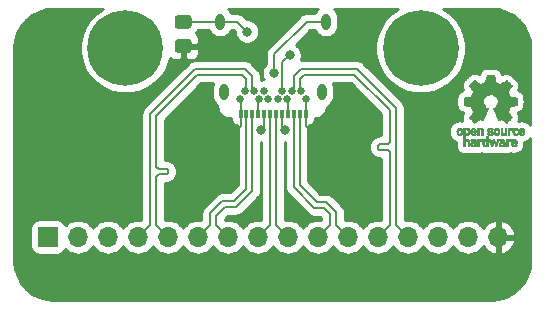
<source format=gbr>
G04 #@! TF.GenerationSoftware,KiCad,Pcbnew,(5.1.2-1)-1*
G04 #@! TF.CreationDate,2020-04-26T15:35:38+02:00*
G04 #@! TF.ProjectId,USB-C-USB-3.2,5553422d-432d-4555-9342-2d332e322e6b,rev?*
G04 #@! TF.SameCoordinates,Original*
G04 #@! TF.FileFunction,Copper,L1,Top*
G04 #@! TF.FilePolarity,Positive*
%FSLAX46Y46*%
G04 Gerber Fmt 4.6, Leading zero omitted, Abs format (unit mm)*
G04 Created by KiCad (PCBNEW (5.1.2-1)-1) date 2020-04-26 15:35:38*
%MOMM*%
%LPD*%
G04 APERTURE LIST*
%ADD10C,0.010000*%
%ADD11O,1.700000X1.700000*%
%ADD12R,1.700000X1.700000*%
%ADD13C,0.650000*%
%ADD14O,0.800000X1.400000*%
%ADD15R,0.300000X0.700000*%
%ADD16C,6.400000*%
%ADD17C,0.800000*%
%ADD18C,0.100000*%
%ADD19C,1.150000*%
%ADD20C,0.200000*%
%ADD21C,0.254000*%
G04 APERTURE END LIST*
D10*
G36*
X101276964Y-63590018D02*
G01*
X101333812Y-63891570D01*
X101753338Y-64064512D01*
X102004984Y-63893395D01*
X102075458Y-63845750D01*
X102139163Y-63803210D01*
X102193126Y-63767715D01*
X102234373Y-63741210D01*
X102259934Y-63725636D01*
X102266895Y-63722278D01*
X102279435Y-63730914D01*
X102306231Y-63754792D01*
X102344280Y-63790859D01*
X102390579Y-63836067D01*
X102442123Y-63887364D01*
X102495909Y-63941701D01*
X102548935Y-63996028D01*
X102598195Y-64047295D01*
X102640687Y-64092451D01*
X102673407Y-64128446D01*
X102693351Y-64152230D01*
X102698119Y-64160190D01*
X102691257Y-64174865D01*
X102672020Y-64207014D01*
X102642430Y-64253492D01*
X102604510Y-64311156D01*
X102560282Y-64376860D01*
X102534654Y-64414336D01*
X102487941Y-64482768D01*
X102446432Y-64544520D01*
X102412140Y-64596519D01*
X102387080Y-64635692D01*
X102373264Y-64658965D01*
X102371188Y-64663855D01*
X102375895Y-64677755D01*
X102388723Y-64710150D01*
X102407738Y-64756485D01*
X102431003Y-64812206D01*
X102456584Y-64872758D01*
X102482545Y-64933586D01*
X102506950Y-64990136D01*
X102527863Y-65037852D01*
X102543349Y-65072181D01*
X102551472Y-65088568D01*
X102551952Y-65089212D01*
X102564707Y-65092341D01*
X102598677Y-65099321D01*
X102650340Y-65109467D01*
X102716176Y-65122092D01*
X102792664Y-65136509D01*
X102837290Y-65144823D01*
X102919021Y-65160384D01*
X102992843Y-65175192D01*
X103055021Y-65188436D01*
X103101822Y-65199305D01*
X103129509Y-65206989D01*
X103135074Y-65209427D01*
X103140526Y-65225930D01*
X103144924Y-65263200D01*
X103148272Y-65316880D01*
X103150574Y-65382612D01*
X103151832Y-65456037D01*
X103152048Y-65532796D01*
X103151227Y-65608532D01*
X103149371Y-65678886D01*
X103146482Y-65739500D01*
X103142565Y-65786016D01*
X103137622Y-65814075D01*
X103134657Y-65819916D01*
X103116934Y-65826917D01*
X103079381Y-65836927D01*
X103026964Y-65848769D01*
X102964652Y-65861267D01*
X102942900Y-65865310D01*
X102838024Y-65884520D01*
X102755180Y-65899991D01*
X102691630Y-65912337D01*
X102644637Y-65922173D01*
X102611463Y-65930114D01*
X102589371Y-65936776D01*
X102575624Y-65942773D01*
X102567484Y-65948719D01*
X102566345Y-65949894D01*
X102554977Y-65968826D01*
X102537635Y-66005669D01*
X102516050Y-66055913D01*
X102491954Y-66115046D01*
X102467079Y-66178556D01*
X102443157Y-66241932D01*
X102421919Y-66300662D01*
X102405097Y-66350235D01*
X102394422Y-66386139D01*
X102391627Y-66403862D01*
X102391860Y-66404483D01*
X102401331Y-66418970D01*
X102422818Y-66450844D01*
X102454063Y-66496789D01*
X102492807Y-66553485D01*
X102536793Y-66617617D01*
X102549319Y-66635842D01*
X102593984Y-66701914D01*
X102633288Y-66762200D01*
X102665088Y-66813235D01*
X102687245Y-66851560D01*
X102697617Y-66873711D01*
X102698119Y-66876432D01*
X102689405Y-66890736D01*
X102665325Y-66919072D01*
X102628976Y-66958396D01*
X102583453Y-67005661D01*
X102531852Y-67057823D01*
X102477267Y-67111835D01*
X102422794Y-67164653D01*
X102371529Y-67213231D01*
X102326567Y-67254523D01*
X102291004Y-67285485D01*
X102267935Y-67303070D01*
X102261554Y-67305941D01*
X102246699Y-67299178D01*
X102216286Y-67280939D01*
X102175268Y-67254297D01*
X102143709Y-67232852D01*
X102086525Y-67193503D01*
X102018806Y-67147171D01*
X101950880Y-67100913D01*
X101914361Y-67076155D01*
X101790752Y-66992547D01*
X101686991Y-67048650D01*
X101639720Y-67073228D01*
X101599523Y-67092331D01*
X101572326Y-67103227D01*
X101565402Y-67104743D01*
X101557077Y-67093549D01*
X101540654Y-67061917D01*
X101517357Y-67012765D01*
X101488414Y-66949010D01*
X101455050Y-66873571D01*
X101418491Y-66789364D01*
X101379964Y-66699308D01*
X101340694Y-66606321D01*
X101301908Y-66513320D01*
X101264830Y-66423223D01*
X101230689Y-66338948D01*
X101200708Y-66263413D01*
X101176116Y-66199534D01*
X101158136Y-66150231D01*
X101147997Y-66118421D01*
X101146366Y-66107496D01*
X101159291Y-66093561D01*
X101187589Y-66070940D01*
X101225346Y-66044333D01*
X101228515Y-66042228D01*
X101326100Y-65964114D01*
X101404786Y-65872982D01*
X101463891Y-65771745D01*
X101502732Y-65663318D01*
X101520628Y-65550614D01*
X101516897Y-65436548D01*
X101490857Y-65324034D01*
X101441825Y-65215985D01*
X101427400Y-65192345D01*
X101352369Y-65096887D01*
X101263730Y-65020232D01*
X101164549Y-64962780D01*
X101057895Y-64924929D01*
X100946836Y-64907078D01*
X100834439Y-64909625D01*
X100723773Y-64932970D01*
X100617906Y-64977510D01*
X100519905Y-65043645D01*
X100489590Y-65070487D01*
X100412438Y-65154512D01*
X100356218Y-65242966D01*
X100317653Y-65342115D01*
X100296174Y-65440303D01*
X100290872Y-65550697D01*
X100308552Y-65661640D01*
X100347419Y-65769381D01*
X100405677Y-65870169D01*
X100481531Y-65960256D01*
X100573183Y-66035892D01*
X100585228Y-66043864D01*
X100623389Y-66069974D01*
X100652399Y-66092595D01*
X100666268Y-66107039D01*
X100666469Y-66107496D01*
X100663492Y-66123121D01*
X100651689Y-66158582D01*
X100632286Y-66210962D01*
X100606512Y-66277345D01*
X100575591Y-66354814D01*
X100540751Y-66440450D01*
X100503217Y-66531337D01*
X100464217Y-66624559D01*
X100424977Y-66717197D01*
X100386724Y-66806335D01*
X100350683Y-66889055D01*
X100318083Y-66962441D01*
X100290148Y-67023575D01*
X100268105Y-67069541D01*
X100253182Y-67097421D01*
X100247172Y-67104743D01*
X100228809Y-67099041D01*
X100194448Y-67083749D01*
X100150016Y-67061599D01*
X100125583Y-67048650D01*
X100021822Y-66992547D01*
X99898213Y-67076155D01*
X99835114Y-67118987D01*
X99766030Y-67166122D01*
X99701293Y-67210503D01*
X99668866Y-67232852D01*
X99623259Y-67263477D01*
X99584640Y-67287747D01*
X99558048Y-67302587D01*
X99549410Y-67305724D01*
X99536839Y-67297261D01*
X99509016Y-67273636D01*
X99468639Y-67237302D01*
X99418405Y-67190711D01*
X99361012Y-67136317D01*
X99324714Y-67101392D01*
X99261210Y-67038996D01*
X99206327Y-66983188D01*
X99162286Y-66936354D01*
X99131305Y-66900882D01*
X99115602Y-66879161D01*
X99114095Y-66874752D01*
X99121086Y-66857985D01*
X99140406Y-66824082D01*
X99169909Y-66776476D01*
X99207455Y-66718599D01*
X99250900Y-66653884D01*
X99263255Y-66635842D01*
X99308273Y-66570267D01*
X99348660Y-66511228D01*
X99382160Y-66462042D01*
X99406514Y-66426028D01*
X99419464Y-66406502D01*
X99420715Y-66404483D01*
X99418844Y-66388922D01*
X99408913Y-66354709D01*
X99392653Y-66306355D01*
X99371795Y-66248371D01*
X99348073Y-66185270D01*
X99323216Y-66121563D01*
X99298958Y-66061761D01*
X99277029Y-66010376D01*
X99259162Y-65971919D01*
X99247087Y-65950902D01*
X99246229Y-65949894D01*
X99238846Y-65943888D01*
X99226375Y-65937948D01*
X99206080Y-65931460D01*
X99175222Y-65923809D01*
X99131066Y-65914380D01*
X99070874Y-65902559D01*
X98991907Y-65887729D01*
X98891430Y-65869277D01*
X98869675Y-65865310D01*
X98805198Y-65852853D01*
X98748989Y-65840666D01*
X98706013Y-65829926D01*
X98681240Y-65821809D01*
X98677918Y-65819916D01*
X98672444Y-65803138D01*
X98667994Y-65765645D01*
X98664572Y-65711794D01*
X98662181Y-65645944D01*
X98660823Y-65572453D01*
X98660501Y-65495680D01*
X98661219Y-65419983D01*
X98662979Y-65349720D01*
X98665784Y-65289250D01*
X98669638Y-65242930D01*
X98674543Y-65215119D01*
X98677500Y-65209427D01*
X98693963Y-65203686D01*
X98731449Y-65194345D01*
X98786225Y-65182215D01*
X98854555Y-65168107D01*
X98932706Y-65152830D01*
X98975284Y-65144823D01*
X99056071Y-65129721D01*
X99128113Y-65116040D01*
X99187889Y-65104467D01*
X99231879Y-65095687D01*
X99256561Y-65090387D01*
X99260623Y-65089212D01*
X99267489Y-65075965D01*
X99282002Y-65044057D01*
X99302229Y-64998047D01*
X99326234Y-64942492D01*
X99352082Y-64881953D01*
X99377840Y-64820986D01*
X99401573Y-64764151D01*
X99421346Y-64716006D01*
X99435224Y-64681110D01*
X99441274Y-64664021D01*
X99441386Y-64663274D01*
X99434528Y-64649793D01*
X99415302Y-64618770D01*
X99385728Y-64573289D01*
X99347827Y-64516432D01*
X99303620Y-64451283D01*
X99277921Y-64413862D01*
X99231093Y-64345247D01*
X99189501Y-64282952D01*
X99155175Y-64230129D01*
X99130143Y-64189927D01*
X99116435Y-64165500D01*
X99114456Y-64160024D01*
X99122966Y-64147278D01*
X99146493Y-64120063D01*
X99182032Y-64081428D01*
X99226577Y-64034423D01*
X99277123Y-63982095D01*
X99330664Y-63927495D01*
X99384195Y-63873670D01*
X99434711Y-63823670D01*
X99479206Y-63780543D01*
X99514675Y-63747339D01*
X99538113Y-63727106D01*
X99545954Y-63722278D01*
X99558720Y-63729067D01*
X99589256Y-63748142D01*
X99634590Y-63777561D01*
X99691756Y-63815381D01*
X99757784Y-63859661D01*
X99807590Y-63893395D01*
X100059236Y-64064512D01*
X100268999Y-63978041D01*
X100478763Y-63891570D01*
X100535611Y-63590018D01*
X100592460Y-63288466D01*
X101220115Y-63288466D01*
X101276964Y-63590018D01*
X101276964Y-63590018D01*
G37*
X101276964Y-63590018D02*
X101333812Y-63891570D01*
X101753338Y-64064512D01*
X102004984Y-63893395D01*
X102075458Y-63845750D01*
X102139163Y-63803210D01*
X102193126Y-63767715D01*
X102234373Y-63741210D01*
X102259934Y-63725636D01*
X102266895Y-63722278D01*
X102279435Y-63730914D01*
X102306231Y-63754792D01*
X102344280Y-63790859D01*
X102390579Y-63836067D01*
X102442123Y-63887364D01*
X102495909Y-63941701D01*
X102548935Y-63996028D01*
X102598195Y-64047295D01*
X102640687Y-64092451D01*
X102673407Y-64128446D01*
X102693351Y-64152230D01*
X102698119Y-64160190D01*
X102691257Y-64174865D01*
X102672020Y-64207014D01*
X102642430Y-64253492D01*
X102604510Y-64311156D01*
X102560282Y-64376860D01*
X102534654Y-64414336D01*
X102487941Y-64482768D01*
X102446432Y-64544520D01*
X102412140Y-64596519D01*
X102387080Y-64635692D01*
X102373264Y-64658965D01*
X102371188Y-64663855D01*
X102375895Y-64677755D01*
X102388723Y-64710150D01*
X102407738Y-64756485D01*
X102431003Y-64812206D01*
X102456584Y-64872758D01*
X102482545Y-64933586D01*
X102506950Y-64990136D01*
X102527863Y-65037852D01*
X102543349Y-65072181D01*
X102551472Y-65088568D01*
X102551952Y-65089212D01*
X102564707Y-65092341D01*
X102598677Y-65099321D01*
X102650340Y-65109467D01*
X102716176Y-65122092D01*
X102792664Y-65136509D01*
X102837290Y-65144823D01*
X102919021Y-65160384D01*
X102992843Y-65175192D01*
X103055021Y-65188436D01*
X103101822Y-65199305D01*
X103129509Y-65206989D01*
X103135074Y-65209427D01*
X103140526Y-65225930D01*
X103144924Y-65263200D01*
X103148272Y-65316880D01*
X103150574Y-65382612D01*
X103151832Y-65456037D01*
X103152048Y-65532796D01*
X103151227Y-65608532D01*
X103149371Y-65678886D01*
X103146482Y-65739500D01*
X103142565Y-65786016D01*
X103137622Y-65814075D01*
X103134657Y-65819916D01*
X103116934Y-65826917D01*
X103079381Y-65836927D01*
X103026964Y-65848769D01*
X102964652Y-65861267D01*
X102942900Y-65865310D01*
X102838024Y-65884520D01*
X102755180Y-65899991D01*
X102691630Y-65912337D01*
X102644637Y-65922173D01*
X102611463Y-65930114D01*
X102589371Y-65936776D01*
X102575624Y-65942773D01*
X102567484Y-65948719D01*
X102566345Y-65949894D01*
X102554977Y-65968826D01*
X102537635Y-66005669D01*
X102516050Y-66055913D01*
X102491954Y-66115046D01*
X102467079Y-66178556D01*
X102443157Y-66241932D01*
X102421919Y-66300662D01*
X102405097Y-66350235D01*
X102394422Y-66386139D01*
X102391627Y-66403862D01*
X102391860Y-66404483D01*
X102401331Y-66418970D01*
X102422818Y-66450844D01*
X102454063Y-66496789D01*
X102492807Y-66553485D01*
X102536793Y-66617617D01*
X102549319Y-66635842D01*
X102593984Y-66701914D01*
X102633288Y-66762200D01*
X102665088Y-66813235D01*
X102687245Y-66851560D01*
X102697617Y-66873711D01*
X102698119Y-66876432D01*
X102689405Y-66890736D01*
X102665325Y-66919072D01*
X102628976Y-66958396D01*
X102583453Y-67005661D01*
X102531852Y-67057823D01*
X102477267Y-67111835D01*
X102422794Y-67164653D01*
X102371529Y-67213231D01*
X102326567Y-67254523D01*
X102291004Y-67285485D01*
X102267935Y-67303070D01*
X102261554Y-67305941D01*
X102246699Y-67299178D01*
X102216286Y-67280939D01*
X102175268Y-67254297D01*
X102143709Y-67232852D01*
X102086525Y-67193503D01*
X102018806Y-67147171D01*
X101950880Y-67100913D01*
X101914361Y-67076155D01*
X101790752Y-66992547D01*
X101686991Y-67048650D01*
X101639720Y-67073228D01*
X101599523Y-67092331D01*
X101572326Y-67103227D01*
X101565402Y-67104743D01*
X101557077Y-67093549D01*
X101540654Y-67061917D01*
X101517357Y-67012765D01*
X101488414Y-66949010D01*
X101455050Y-66873571D01*
X101418491Y-66789364D01*
X101379964Y-66699308D01*
X101340694Y-66606321D01*
X101301908Y-66513320D01*
X101264830Y-66423223D01*
X101230689Y-66338948D01*
X101200708Y-66263413D01*
X101176116Y-66199534D01*
X101158136Y-66150231D01*
X101147997Y-66118421D01*
X101146366Y-66107496D01*
X101159291Y-66093561D01*
X101187589Y-66070940D01*
X101225346Y-66044333D01*
X101228515Y-66042228D01*
X101326100Y-65964114D01*
X101404786Y-65872982D01*
X101463891Y-65771745D01*
X101502732Y-65663318D01*
X101520628Y-65550614D01*
X101516897Y-65436548D01*
X101490857Y-65324034D01*
X101441825Y-65215985D01*
X101427400Y-65192345D01*
X101352369Y-65096887D01*
X101263730Y-65020232D01*
X101164549Y-64962780D01*
X101057895Y-64924929D01*
X100946836Y-64907078D01*
X100834439Y-64909625D01*
X100723773Y-64932970D01*
X100617906Y-64977510D01*
X100519905Y-65043645D01*
X100489590Y-65070487D01*
X100412438Y-65154512D01*
X100356218Y-65242966D01*
X100317653Y-65342115D01*
X100296174Y-65440303D01*
X100290872Y-65550697D01*
X100308552Y-65661640D01*
X100347419Y-65769381D01*
X100405677Y-65870169D01*
X100481531Y-65960256D01*
X100573183Y-66035892D01*
X100585228Y-66043864D01*
X100623389Y-66069974D01*
X100652399Y-66092595D01*
X100666268Y-66107039D01*
X100666469Y-66107496D01*
X100663492Y-66123121D01*
X100651689Y-66158582D01*
X100632286Y-66210962D01*
X100606512Y-66277345D01*
X100575591Y-66354814D01*
X100540751Y-66440450D01*
X100503217Y-66531337D01*
X100464217Y-66624559D01*
X100424977Y-66717197D01*
X100386724Y-66806335D01*
X100350683Y-66889055D01*
X100318083Y-66962441D01*
X100290148Y-67023575D01*
X100268105Y-67069541D01*
X100253182Y-67097421D01*
X100247172Y-67104743D01*
X100228809Y-67099041D01*
X100194448Y-67083749D01*
X100150016Y-67061599D01*
X100125583Y-67048650D01*
X100021822Y-66992547D01*
X99898213Y-67076155D01*
X99835114Y-67118987D01*
X99766030Y-67166122D01*
X99701293Y-67210503D01*
X99668866Y-67232852D01*
X99623259Y-67263477D01*
X99584640Y-67287747D01*
X99558048Y-67302587D01*
X99549410Y-67305724D01*
X99536839Y-67297261D01*
X99509016Y-67273636D01*
X99468639Y-67237302D01*
X99418405Y-67190711D01*
X99361012Y-67136317D01*
X99324714Y-67101392D01*
X99261210Y-67038996D01*
X99206327Y-66983188D01*
X99162286Y-66936354D01*
X99131305Y-66900882D01*
X99115602Y-66879161D01*
X99114095Y-66874752D01*
X99121086Y-66857985D01*
X99140406Y-66824082D01*
X99169909Y-66776476D01*
X99207455Y-66718599D01*
X99250900Y-66653884D01*
X99263255Y-66635842D01*
X99308273Y-66570267D01*
X99348660Y-66511228D01*
X99382160Y-66462042D01*
X99406514Y-66426028D01*
X99419464Y-66406502D01*
X99420715Y-66404483D01*
X99418844Y-66388922D01*
X99408913Y-66354709D01*
X99392653Y-66306355D01*
X99371795Y-66248371D01*
X99348073Y-66185270D01*
X99323216Y-66121563D01*
X99298958Y-66061761D01*
X99277029Y-66010376D01*
X99259162Y-65971919D01*
X99247087Y-65950902D01*
X99246229Y-65949894D01*
X99238846Y-65943888D01*
X99226375Y-65937948D01*
X99206080Y-65931460D01*
X99175222Y-65923809D01*
X99131066Y-65914380D01*
X99070874Y-65902559D01*
X98991907Y-65887729D01*
X98891430Y-65869277D01*
X98869675Y-65865310D01*
X98805198Y-65852853D01*
X98748989Y-65840666D01*
X98706013Y-65829926D01*
X98681240Y-65821809D01*
X98677918Y-65819916D01*
X98672444Y-65803138D01*
X98667994Y-65765645D01*
X98664572Y-65711794D01*
X98662181Y-65645944D01*
X98660823Y-65572453D01*
X98660501Y-65495680D01*
X98661219Y-65419983D01*
X98662979Y-65349720D01*
X98665784Y-65289250D01*
X98669638Y-65242930D01*
X98674543Y-65215119D01*
X98677500Y-65209427D01*
X98693963Y-65203686D01*
X98731449Y-65194345D01*
X98786225Y-65182215D01*
X98854555Y-65168107D01*
X98932706Y-65152830D01*
X98975284Y-65144823D01*
X99056071Y-65129721D01*
X99128113Y-65116040D01*
X99187889Y-65104467D01*
X99231879Y-65095687D01*
X99256561Y-65090387D01*
X99260623Y-65089212D01*
X99267489Y-65075965D01*
X99282002Y-65044057D01*
X99302229Y-64998047D01*
X99326234Y-64942492D01*
X99352082Y-64881953D01*
X99377840Y-64820986D01*
X99401573Y-64764151D01*
X99421346Y-64716006D01*
X99435224Y-64681110D01*
X99441274Y-64664021D01*
X99441386Y-64663274D01*
X99434528Y-64649793D01*
X99415302Y-64618770D01*
X99385728Y-64573289D01*
X99347827Y-64516432D01*
X99303620Y-64451283D01*
X99277921Y-64413862D01*
X99231093Y-64345247D01*
X99189501Y-64282952D01*
X99155175Y-64230129D01*
X99130143Y-64189927D01*
X99116435Y-64165500D01*
X99114456Y-64160024D01*
X99122966Y-64147278D01*
X99146493Y-64120063D01*
X99182032Y-64081428D01*
X99226577Y-64034423D01*
X99277123Y-63982095D01*
X99330664Y-63927495D01*
X99384195Y-63873670D01*
X99434711Y-63823670D01*
X99479206Y-63780543D01*
X99514675Y-63747339D01*
X99538113Y-63727106D01*
X99545954Y-63722278D01*
X99558720Y-63729067D01*
X99589256Y-63748142D01*
X99634590Y-63777561D01*
X99691756Y-63815381D01*
X99757784Y-63859661D01*
X99807590Y-63893395D01*
X100059236Y-64064512D01*
X100268999Y-63978041D01*
X100478763Y-63891570D01*
X100535611Y-63590018D01*
X100592460Y-63288466D01*
X101220115Y-63288466D01*
X101276964Y-63590018D01*
G36*
X102699460Y-67758030D02*
G01*
X102742711Y-67771245D01*
X102770558Y-67787941D01*
X102779629Y-67801145D01*
X102777132Y-67816797D01*
X102760931Y-67841385D01*
X102747232Y-67858800D01*
X102718992Y-67890283D01*
X102697775Y-67903529D01*
X102679688Y-67902664D01*
X102626035Y-67889010D01*
X102586630Y-67889630D01*
X102554632Y-67905104D01*
X102543890Y-67914161D01*
X102509505Y-67946027D01*
X102509505Y-68362179D01*
X102371188Y-68362179D01*
X102371188Y-67758614D01*
X102440347Y-67758614D01*
X102481869Y-67760256D01*
X102503291Y-67766087D01*
X102509502Y-67777461D01*
X102509505Y-67777798D01*
X102512439Y-67789713D01*
X102525704Y-67788159D01*
X102544084Y-67779563D01*
X102582046Y-67763568D01*
X102612872Y-67753945D01*
X102652536Y-67751478D01*
X102699460Y-67758030D01*
X102699460Y-67758030D01*
G37*
X102699460Y-67758030D02*
X102742711Y-67771245D01*
X102770558Y-67787941D01*
X102779629Y-67801145D01*
X102777132Y-67816797D01*
X102760931Y-67841385D01*
X102747232Y-67858800D01*
X102718992Y-67890283D01*
X102697775Y-67903529D01*
X102679688Y-67902664D01*
X102626035Y-67889010D01*
X102586630Y-67889630D01*
X102554632Y-67905104D01*
X102543890Y-67914161D01*
X102509505Y-67946027D01*
X102509505Y-68362179D01*
X102371188Y-68362179D01*
X102371188Y-67758614D01*
X102440347Y-67758614D01*
X102481869Y-67760256D01*
X102503291Y-67766087D01*
X102509502Y-67777461D01*
X102509505Y-67777798D01*
X102512439Y-67789713D01*
X102525704Y-67788159D01*
X102544084Y-67779563D01*
X102582046Y-67763568D01*
X102612872Y-67753945D01*
X102652536Y-67751478D01*
X102699460Y-67758030D01*
G36*
X100145988Y-67769002D02*
G01*
X100177283Y-67783950D01*
X100207591Y-67805541D01*
X100230682Y-67830391D01*
X100247500Y-67862087D01*
X100258994Y-67904214D01*
X100266109Y-67960358D01*
X100269793Y-68034106D01*
X100270992Y-68129044D01*
X100271011Y-68138985D01*
X100271287Y-68362179D01*
X100132970Y-68362179D01*
X100132970Y-68156418D01*
X100132872Y-68080189D01*
X100132191Y-68024939D01*
X100130349Y-67986501D01*
X100126767Y-67960706D01*
X100120868Y-67943384D01*
X100112073Y-67930368D01*
X100099820Y-67917507D01*
X100056953Y-67889873D01*
X100010157Y-67884745D01*
X99965576Y-67902217D01*
X99950072Y-67915221D01*
X99938690Y-67927447D01*
X99930519Y-67940540D01*
X99925026Y-67958615D01*
X99921680Y-67985787D01*
X99919949Y-68026170D01*
X99919303Y-68083879D01*
X99919208Y-68154132D01*
X99919208Y-68362179D01*
X99780891Y-68362179D01*
X99780891Y-67758614D01*
X99850050Y-67758614D01*
X99891572Y-67760256D01*
X99912994Y-67766087D01*
X99919205Y-67777461D01*
X99919208Y-67777798D01*
X99922090Y-67788938D01*
X99934801Y-67787674D01*
X99960074Y-67775434D01*
X100017395Y-67757424D01*
X100082963Y-67755421D01*
X100145988Y-67769002D01*
X100145988Y-67769002D01*
G37*
X100145988Y-67769002D02*
X100177283Y-67783950D01*
X100207591Y-67805541D01*
X100230682Y-67830391D01*
X100247500Y-67862087D01*
X100258994Y-67904214D01*
X100266109Y-67960358D01*
X100269793Y-68034106D01*
X100270992Y-68129044D01*
X100271011Y-68138985D01*
X100271287Y-68362179D01*
X100132970Y-68362179D01*
X100132970Y-68156418D01*
X100132872Y-68080189D01*
X100132191Y-68024939D01*
X100130349Y-67986501D01*
X100126767Y-67960706D01*
X100120868Y-67943384D01*
X100112073Y-67930368D01*
X100099820Y-67917507D01*
X100056953Y-67889873D01*
X100010157Y-67884745D01*
X99965576Y-67902217D01*
X99950072Y-67915221D01*
X99938690Y-67927447D01*
X99930519Y-67940540D01*
X99925026Y-67958615D01*
X99921680Y-67985787D01*
X99919949Y-68026170D01*
X99919303Y-68083879D01*
X99919208Y-68154132D01*
X99919208Y-68362179D01*
X99780891Y-68362179D01*
X99780891Y-67758614D01*
X99850050Y-67758614D01*
X99891572Y-67760256D01*
X99912994Y-67766087D01*
X99919205Y-67777461D01*
X99919208Y-67777798D01*
X99922090Y-67788938D01*
X99934801Y-67787674D01*
X99960074Y-67775434D01*
X100017395Y-67757424D01*
X100082963Y-67755421D01*
X100145988Y-67769002D01*
G36*
X103577898Y-67756457D02*
G01*
X103610096Y-67764279D01*
X103671825Y-67792921D01*
X103724610Y-67836667D01*
X103761141Y-67889117D01*
X103766160Y-67900893D01*
X103773045Y-67931740D01*
X103777864Y-67977371D01*
X103779505Y-68023492D01*
X103779505Y-68110693D01*
X103597178Y-68110693D01*
X103521979Y-68110978D01*
X103469003Y-68112704D01*
X103435325Y-68117181D01*
X103418020Y-68125720D01*
X103414163Y-68139630D01*
X103420829Y-68160222D01*
X103432770Y-68184315D01*
X103466080Y-68224525D01*
X103512368Y-68244558D01*
X103568944Y-68243905D01*
X103633031Y-68222101D01*
X103688417Y-68195193D01*
X103734375Y-68231532D01*
X103780333Y-68267872D01*
X103737096Y-68307819D01*
X103679374Y-68345563D01*
X103608386Y-68368320D01*
X103532029Y-68374688D01*
X103458199Y-68363268D01*
X103446287Y-68359393D01*
X103381399Y-68325506D01*
X103333130Y-68274986D01*
X103300465Y-68206325D01*
X103282385Y-68118014D01*
X103282175Y-68116121D01*
X103280556Y-68019878D01*
X103287100Y-67985542D01*
X103414852Y-67985542D01*
X103426584Y-67990822D01*
X103458438Y-67994867D01*
X103505397Y-67997176D01*
X103535154Y-67997525D01*
X103590648Y-67997306D01*
X103625346Y-67995916D01*
X103643601Y-67992251D01*
X103649766Y-67985210D01*
X103648195Y-67973690D01*
X103646878Y-67969233D01*
X103624382Y-67927355D01*
X103589003Y-67893604D01*
X103557780Y-67878773D01*
X103516301Y-67879668D01*
X103474269Y-67898164D01*
X103439012Y-67928786D01*
X103417854Y-67966062D01*
X103414852Y-67985542D01*
X103287100Y-67985542D01*
X103296690Y-67935229D01*
X103328698Y-67864191D01*
X103374701Y-67808779D01*
X103432821Y-67771009D01*
X103501180Y-67752896D01*
X103577898Y-67756457D01*
X103577898Y-67756457D01*
G37*
X103577898Y-67756457D02*
X103610096Y-67764279D01*
X103671825Y-67792921D01*
X103724610Y-67836667D01*
X103761141Y-67889117D01*
X103766160Y-67900893D01*
X103773045Y-67931740D01*
X103777864Y-67977371D01*
X103779505Y-68023492D01*
X103779505Y-68110693D01*
X103597178Y-68110693D01*
X103521979Y-68110978D01*
X103469003Y-68112704D01*
X103435325Y-68117181D01*
X103418020Y-68125720D01*
X103414163Y-68139630D01*
X103420829Y-68160222D01*
X103432770Y-68184315D01*
X103466080Y-68224525D01*
X103512368Y-68244558D01*
X103568944Y-68243905D01*
X103633031Y-68222101D01*
X103688417Y-68195193D01*
X103734375Y-68231532D01*
X103780333Y-68267872D01*
X103737096Y-68307819D01*
X103679374Y-68345563D01*
X103608386Y-68368320D01*
X103532029Y-68374688D01*
X103458199Y-68363268D01*
X103446287Y-68359393D01*
X103381399Y-68325506D01*
X103333130Y-68274986D01*
X103300465Y-68206325D01*
X103282385Y-68118014D01*
X103282175Y-68116121D01*
X103280556Y-68019878D01*
X103287100Y-67985542D01*
X103414852Y-67985542D01*
X103426584Y-67990822D01*
X103458438Y-67994867D01*
X103505397Y-67997176D01*
X103535154Y-67997525D01*
X103590648Y-67997306D01*
X103625346Y-67995916D01*
X103643601Y-67992251D01*
X103649766Y-67985210D01*
X103648195Y-67973690D01*
X103646878Y-67969233D01*
X103624382Y-67927355D01*
X103589003Y-67893604D01*
X103557780Y-67878773D01*
X103516301Y-67879668D01*
X103474269Y-67898164D01*
X103439012Y-67928786D01*
X103417854Y-67966062D01*
X103414852Y-67985542D01*
X103287100Y-67985542D01*
X103296690Y-67935229D01*
X103328698Y-67864191D01*
X103374701Y-67808779D01*
X103432821Y-67771009D01*
X103501180Y-67752896D01*
X103577898Y-67756457D01*
G36*
X103117226Y-67763880D02*
G01*
X103190080Y-67794830D01*
X103213027Y-67809895D01*
X103242354Y-67833048D01*
X103260764Y-67851253D01*
X103263961Y-67857183D01*
X103254935Y-67870340D01*
X103231837Y-67892667D01*
X103213344Y-67908250D01*
X103162728Y-67948926D01*
X103122760Y-67915295D01*
X103091874Y-67893584D01*
X103061759Y-67886090D01*
X103027292Y-67887920D01*
X102972561Y-67901528D01*
X102934886Y-67929772D01*
X102911991Y-67975433D01*
X102901597Y-68041289D01*
X102901595Y-68041331D01*
X102902494Y-68114939D01*
X102916463Y-68168946D01*
X102944328Y-68205716D01*
X102963325Y-68218168D01*
X103013776Y-68233673D01*
X103067663Y-68233683D01*
X103114546Y-68218638D01*
X103125644Y-68211287D01*
X103153476Y-68192511D01*
X103175236Y-68189434D01*
X103198704Y-68203409D01*
X103224649Y-68228510D01*
X103265716Y-68270880D01*
X103220121Y-68308464D01*
X103149674Y-68350882D01*
X103070233Y-68371785D01*
X102987215Y-68370272D01*
X102932694Y-68356411D01*
X102868970Y-68322135D01*
X102818005Y-68268212D01*
X102794851Y-68230149D01*
X102776099Y-68175536D01*
X102766715Y-68106369D01*
X102766643Y-68031407D01*
X102775824Y-67959409D01*
X102794199Y-67899137D01*
X102797093Y-67892958D01*
X102839952Y-67832351D01*
X102897979Y-67788224D01*
X102966591Y-67761493D01*
X103041201Y-67753073D01*
X103117226Y-67763880D01*
X103117226Y-67763880D01*
G37*
X103117226Y-67763880D02*
X103190080Y-67794830D01*
X103213027Y-67809895D01*
X103242354Y-67833048D01*
X103260764Y-67851253D01*
X103263961Y-67857183D01*
X103254935Y-67870340D01*
X103231837Y-67892667D01*
X103213344Y-67908250D01*
X103162728Y-67948926D01*
X103122760Y-67915295D01*
X103091874Y-67893584D01*
X103061759Y-67886090D01*
X103027292Y-67887920D01*
X102972561Y-67901528D01*
X102934886Y-67929772D01*
X102911991Y-67975433D01*
X102901597Y-68041289D01*
X102901595Y-68041331D01*
X102902494Y-68114939D01*
X102916463Y-68168946D01*
X102944328Y-68205716D01*
X102963325Y-68218168D01*
X103013776Y-68233673D01*
X103067663Y-68233683D01*
X103114546Y-68218638D01*
X103125644Y-68211287D01*
X103153476Y-68192511D01*
X103175236Y-68189434D01*
X103198704Y-68203409D01*
X103224649Y-68228510D01*
X103265716Y-68270880D01*
X103220121Y-68308464D01*
X103149674Y-68350882D01*
X103070233Y-68371785D01*
X102987215Y-68370272D01*
X102932694Y-68356411D01*
X102868970Y-68322135D01*
X102818005Y-68268212D01*
X102794851Y-68230149D01*
X102776099Y-68175536D01*
X102766715Y-68106369D01*
X102766643Y-68031407D01*
X102775824Y-67959409D01*
X102794199Y-67899137D01*
X102797093Y-67892958D01*
X102839952Y-67832351D01*
X102897979Y-67788224D01*
X102966591Y-67761493D01*
X103041201Y-67753073D01*
X103117226Y-67763880D01*
G36*
X101893367Y-67954342D02*
G01*
X101894555Y-68046563D01*
X101898897Y-68116610D01*
X101907558Y-68167381D01*
X101921704Y-68201772D01*
X101942500Y-68222679D01*
X101971110Y-68233000D01*
X102006535Y-68235636D01*
X102043636Y-68232682D01*
X102071818Y-68221889D01*
X102092243Y-68200360D01*
X102106079Y-68165199D01*
X102114491Y-68113510D01*
X102118643Y-68042394D01*
X102119703Y-67954342D01*
X102119703Y-67758614D01*
X102258020Y-67758614D01*
X102258020Y-68362179D01*
X102188862Y-68362179D01*
X102147170Y-68360489D01*
X102125701Y-68354556D01*
X102119703Y-68343293D01*
X102116091Y-68333261D01*
X102101714Y-68335383D01*
X102072736Y-68349580D01*
X102006319Y-68371480D01*
X101935875Y-68369928D01*
X101868377Y-68346147D01*
X101836233Y-68327362D01*
X101811715Y-68307022D01*
X101793804Y-68281573D01*
X101781479Y-68247458D01*
X101773723Y-68201121D01*
X101769516Y-68139007D01*
X101767840Y-68057561D01*
X101767624Y-67994578D01*
X101767624Y-67758614D01*
X101893367Y-67758614D01*
X101893367Y-67954342D01*
X101893367Y-67954342D01*
G37*
X101893367Y-67954342D02*
X101894555Y-68046563D01*
X101898897Y-68116610D01*
X101907558Y-68167381D01*
X101921704Y-68201772D01*
X101942500Y-68222679D01*
X101971110Y-68233000D01*
X102006535Y-68235636D01*
X102043636Y-68232682D01*
X102071818Y-68221889D01*
X102092243Y-68200360D01*
X102106079Y-68165199D01*
X102114491Y-68113510D01*
X102118643Y-68042394D01*
X102119703Y-67954342D01*
X102119703Y-67758614D01*
X102258020Y-67758614D01*
X102258020Y-68362179D01*
X102188862Y-68362179D01*
X102147170Y-68360489D01*
X102125701Y-68354556D01*
X102119703Y-68343293D01*
X102116091Y-68333261D01*
X102101714Y-68335383D01*
X102072736Y-68349580D01*
X102006319Y-68371480D01*
X101935875Y-68369928D01*
X101868377Y-68346147D01*
X101836233Y-68327362D01*
X101811715Y-68307022D01*
X101793804Y-68281573D01*
X101781479Y-68247458D01*
X101773723Y-68201121D01*
X101769516Y-68139007D01*
X101767840Y-68057561D01*
X101767624Y-67994578D01*
X101767624Y-67758614D01*
X101893367Y-67758614D01*
X101893367Y-67954342D01*
G36*
X101510762Y-67766055D02*
G01*
X101574363Y-67800692D01*
X101624123Y-67855372D01*
X101647568Y-67899842D01*
X101657634Y-67939121D01*
X101664156Y-67995116D01*
X101666951Y-68059621D01*
X101665836Y-68124429D01*
X101660626Y-68181334D01*
X101654541Y-68211727D01*
X101634014Y-68253306D01*
X101598463Y-68297468D01*
X101555619Y-68336087D01*
X101513211Y-68361034D01*
X101512177Y-68361430D01*
X101459553Y-68372331D01*
X101397188Y-68372601D01*
X101337924Y-68362676D01*
X101315040Y-68354722D01*
X101256102Y-68321300D01*
X101213890Y-68277511D01*
X101186156Y-68219538D01*
X101170651Y-68143565D01*
X101167143Y-68103771D01*
X101167590Y-68053766D01*
X101302376Y-68053766D01*
X101306917Y-68126732D01*
X101319986Y-68182334D01*
X101340756Y-68217861D01*
X101355552Y-68228020D01*
X101393464Y-68235104D01*
X101438527Y-68233007D01*
X101477487Y-68222812D01*
X101487704Y-68217204D01*
X101514659Y-68184538D01*
X101532451Y-68134545D01*
X101540024Y-68073705D01*
X101536325Y-68008497D01*
X101528057Y-67969253D01*
X101504320Y-67923805D01*
X101466849Y-67895396D01*
X101421720Y-67885573D01*
X101375011Y-67895887D01*
X101339132Y-67921112D01*
X101320277Y-67941925D01*
X101309272Y-67962439D01*
X101304026Y-67990203D01*
X101302449Y-68032762D01*
X101302376Y-68053766D01*
X101167590Y-68053766D01*
X101168094Y-67997580D01*
X101185388Y-67910501D01*
X101219029Y-67842530D01*
X101269018Y-67793664D01*
X101335356Y-67763899D01*
X101349601Y-67760448D01*
X101435210Y-67752345D01*
X101510762Y-67766055D01*
X101510762Y-67766055D01*
G37*
X101510762Y-67766055D02*
X101574363Y-67800692D01*
X101624123Y-67855372D01*
X101647568Y-67899842D01*
X101657634Y-67939121D01*
X101664156Y-67995116D01*
X101666951Y-68059621D01*
X101665836Y-68124429D01*
X101660626Y-68181334D01*
X101654541Y-68211727D01*
X101634014Y-68253306D01*
X101598463Y-68297468D01*
X101555619Y-68336087D01*
X101513211Y-68361034D01*
X101512177Y-68361430D01*
X101459553Y-68372331D01*
X101397188Y-68372601D01*
X101337924Y-68362676D01*
X101315040Y-68354722D01*
X101256102Y-68321300D01*
X101213890Y-68277511D01*
X101186156Y-68219538D01*
X101170651Y-68143565D01*
X101167143Y-68103771D01*
X101167590Y-68053766D01*
X101302376Y-68053766D01*
X101306917Y-68126732D01*
X101319986Y-68182334D01*
X101340756Y-68217861D01*
X101355552Y-68228020D01*
X101393464Y-68235104D01*
X101438527Y-68233007D01*
X101477487Y-68222812D01*
X101487704Y-68217204D01*
X101514659Y-68184538D01*
X101532451Y-68134545D01*
X101540024Y-68073705D01*
X101536325Y-68008497D01*
X101528057Y-67969253D01*
X101504320Y-67923805D01*
X101466849Y-67895396D01*
X101421720Y-67885573D01*
X101375011Y-67895887D01*
X101339132Y-67921112D01*
X101320277Y-67941925D01*
X101309272Y-67962439D01*
X101304026Y-67990203D01*
X101302449Y-68032762D01*
X101302376Y-68053766D01*
X101167590Y-68053766D01*
X101168094Y-67997580D01*
X101185388Y-67910501D01*
X101219029Y-67842530D01*
X101269018Y-67793664D01*
X101335356Y-67763899D01*
X101349601Y-67760448D01*
X101435210Y-67752345D01*
X101510762Y-67766055D01*
G36*
X100914017Y-67756452D02*
G01*
X100961634Y-67765482D01*
X101011034Y-67784370D01*
X101016312Y-67786777D01*
X101053774Y-67806476D01*
X101079717Y-67824781D01*
X101088103Y-67836508D01*
X101080117Y-67855632D01*
X101060720Y-67883850D01*
X101052110Y-67894384D01*
X101016628Y-67935847D01*
X100970885Y-67908858D01*
X100927350Y-67890878D01*
X100877050Y-67881267D01*
X100828812Y-67880660D01*
X100791467Y-67889691D01*
X100782505Y-67895327D01*
X100765437Y-67921171D01*
X100763363Y-67950941D01*
X100776134Y-67974197D01*
X100783688Y-67978708D01*
X100806325Y-67984309D01*
X100846115Y-67990892D01*
X100895166Y-67997183D01*
X100904215Y-67998170D01*
X100982996Y-68011798D01*
X101040136Y-68034946D01*
X101078030Y-68069752D01*
X101099079Y-68118354D01*
X101105635Y-68177718D01*
X101096577Y-68245198D01*
X101067164Y-68298188D01*
X101017278Y-68336783D01*
X100946800Y-68361081D01*
X100868565Y-68370667D01*
X100804766Y-68370552D01*
X100753016Y-68361845D01*
X100717673Y-68349825D01*
X100673017Y-68328880D01*
X100631747Y-68304574D01*
X100617079Y-68293876D01*
X100579357Y-68263084D01*
X100624852Y-68217049D01*
X100670347Y-68171013D01*
X100722072Y-68205243D01*
X100773952Y-68230952D01*
X100829351Y-68244399D01*
X100882605Y-68245818D01*
X100928049Y-68235443D01*
X100960016Y-68213507D01*
X100970338Y-68194998D01*
X100968789Y-68165314D01*
X100943140Y-68142615D01*
X100893460Y-68126940D01*
X100839031Y-68119695D01*
X100755264Y-68105873D01*
X100693033Y-68079796D01*
X100651507Y-68040699D01*
X100629853Y-67987820D01*
X100626853Y-67925126D01*
X100641671Y-67859642D01*
X100675454Y-67810144D01*
X100728505Y-67776408D01*
X100801126Y-67758207D01*
X100854928Y-67754639D01*
X100914017Y-67756452D01*
X100914017Y-67756452D01*
G37*
X100914017Y-67756452D02*
X100961634Y-67765482D01*
X101011034Y-67784370D01*
X101016312Y-67786777D01*
X101053774Y-67806476D01*
X101079717Y-67824781D01*
X101088103Y-67836508D01*
X101080117Y-67855632D01*
X101060720Y-67883850D01*
X101052110Y-67894384D01*
X101016628Y-67935847D01*
X100970885Y-67908858D01*
X100927350Y-67890878D01*
X100877050Y-67881267D01*
X100828812Y-67880660D01*
X100791467Y-67889691D01*
X100782505Y-67895327D01*
X100765437Y-67921171D01*
X100763363Y-67950941D01*
X100776134Y-67974197D01*
X100783688Y-67978708D01*
X100806325Y-67984309D01*
X100846115Y-67990892D01*
X100895166Y-67997183D01*
X100904215Y-67998170D01*
X100982996Y-68011798D01*
X101040136Y-68034946D01*
X101078030Y-68069752D01*
X101099079Y-68118354D01*
X101105635Y-68177718D01*
X101096577Y-68245198D01*
X101067164Y-68298188D01*
X101017278Y-68336783D01*
X100946800Y-68361081D01*
X100868565Y-68370667D01*
X100804766Y-68370552D01*
X100753016Y-68361845D01*
X100717673Y-68349825D01*
X100673017Y-68328880D01*
X100631747Y-68304574D01*
X100617079Y-68293876D01*
X100579357Y-68263084D01*
X100624852Y-68217049D01*
X100670347Y-68171013D01*
X100722072Y-68205243D01*
X100773952Y-68230952D01*
X100829351Y-68244399D01*
X100882605Y-68245818D01*
X100928049Y-68235443D01*
X100960016Y-68213507D01*
X100970338Y-68194998D01*
X100968789Y-68165314D01*
X100943140Y-68142615D01*
X100893460Y-68126940D01*
X100839031Y-68119695D01*
X100755264Y-68105873D01*
X100693033Y-68079796D01*
X100651507Y-68040699D01*
X100629853Y-67987820D01*
X100626853Y-67925126D01*
X100641671Y-67859642D01*
X100675454Y-67810144D01*
X100728505Y-67776408D01*
X100801126Y-67758207D01*
X100854928Y-67754639D01*
X100914017Y-67756452D01*
G36*
X99543301Y-67772614D02*
G01*
X99555832Y-67778514D01*
X99599201Y-67810283D01*
X99640210Y-67856646D01*
X99670832Y-67907696D01*
X99679541Y-67931166D01*
X99687488Y-67973091D01*
X99692226Y-68023757D01*
X99692801Y-68044679D01*
X99692871Y-68110693D01*
X99312917Y-68110693D01*
X99321017Y-68145273D01*
X99340896Y-68186170D01*
X99375653Y-68221514D01*
X99417002Y-68244282D01*
X99443351Y-68249010D01*
X99479084Y-68243273D01*
X99521718Y-68228882D01*
X99536201Y-68222262D01*
X99589760Y-68195513D01*
X99635467Y-68230376D01*
X99661842Y-68253955D01*
X99675876Y-68273417D01*
X99676586Y-68279129D01*
X99664049Y-68292973D01*
X99636572Y-68314012D01*
X99611634Y-68330425D01*
X99544336Y-68359930D01*
X99468890Y-68373284D01*
X99394112Y-68369812D01*
X99334505Y-68351663D01*
X99273059Y-68312784D01*
X99229392Y-68261595D01*
X99202074Y-68195367D01*
X99189678Y-68111371D01*
X99188579Y-68072936D01*
X99192978Y-67984861D01*
X99193518Y-67982299D01*
X99319418Y-67982299D01*
X99322885Y-67990558D01*
X99337137Y-67995113D01*
X99366530Y-67997065D01*
X99415425Y-67997517D01*
X99434252Y-67997525D01*
X99491533Y-67996843D01*
X99527859Y-67994364D01*
X99547396Y-67989443D01*
X99554310Y-67981434D01*
X99554555Y-67978862D01*
X99546664Y-67958423D01*
X99526915Y-67929789D01*
X99518425Y-67919763D01*
X99486906Y-67891408D01*
X99454051Y-67880259D01*
X99436349Y-67879327D01*
X99388461Y-67890981D01*
X99348301Y-67922285D01*
X99322827Y-67967752D01*
X99322375Y-67969233D01*
X99319418Y-67982299D01*
X99193518Y-67982299D01*
X99207608Y-67915510D01*
X99233962Y-67860025D01*
X99266193Y-67820639D01*
X99325783Y-67777931D01*
X99395832Y-67755109D01*
X99470339Y-67753046D01*
X99543301Y-67772614D01*
X99543301Y-67772614D01*
G37*
X99543301Y-67772614D02*
X99555832Y-67778514D01*
X99599201Y-67810283D01*
X99640210Y-67856646D01*
X99670832Y-67907696D01*
X99679541Y-67931166D01*
X99687488Y-67973091D01*
X99692226Y-68023757D01*
X99692801Y-68044679D01*
X99692871Y-68110693D01*
X99312917Y-68110693D01*
X99321017Y-68145273D01*
X99340896Y-68186170D01*
X99375653Y-68221514D01*
X99417002Y-68244282D01*
X99443351Y-68249010D01*
X99479084Y-68243273D01*
X99521718Y-68228882D01*
X99536201Y-68222262D01*
X99589760Y-68195513D01*
X99635467Y-68230376D01*
X99661842Y-68253955D01*
X99675876Y-68273417D01*
X99676586Y-68279129D01*
X99664049Y-68292973D01*
X99636572Y-68314012D01*
X99611634Y-68330425D01*
X99544336Y-68359930D01*
X99468890Y-68373284D01*
X99394112Y-68369812D01*
X99334505Y-68351663D01*
X99273059Y-68312784D01*
X99229392Y-68261595D01*
X99202074Y-68195367D01*
X99189678Y-68111371D01*
X99188579Y-68072936D01*
X99192978Y-67984861D01*
X99193518Y-67982299D01*
X99319418Y-67982299D01*
X99322885Y-67990558D01*
X99337137Y-67995113D01*
X99366530Y-67997065D01*
X99415425Y-67997517D01*
X99434252Y-67997525D01*
X99491533Y-67996843D01*
X99527859Y-67994364D01*
X99547396Y-67989443D01*
X99554310Y-67981434D01*
X99554555Y-67978862D01*
X99546664Y-67958423D01*
X99526915Y-67929789D01*
X99518425Y-67919763D01*
X99486906Y-67891408D01*
X99454051Y-67880259D01*
X99436349Y-67879327D01*
X99388461Y-67890981D01*
X99348301Y-67922285D01*
X99322827Y-67967752D01*
X99322375Y-67969233D01*
X99319418Y-67982299D01*
X99193518Y-67982299D01*
X99207608Y-67915510D01*
X99233962Y-67860025D01*
X99266193Y-67820639D01*
X99325783Y-67777931D01*
X99395832Y-67755109D01*
X99470339Y-67753046D01*
X99543301Y-67772614D01*
G36*
X98361739Y-67765148D02*
G01*
X98427521Y-67794231D01*
X98477460Y-67842793D01*
X98511626Y-67910908D01*
X98530093Y-67998651D01*
X98531417Y-68012351D01*
X98532454Y-68108939D01*
X98519007Y-68193602D01*
X98491892Y-68262221D01*
X98477373Y-68284294D01*
X98426799Y-68331011D01*
X98362391Y-68361268D01*
X98290334Y-68373824D01*
X98216815Y-68367439D01*
X98160928Y-68347772D01*
X98112868Y-68314629D01*
X98073588Y-68271175D01*
X98072908Y-68270158D01*
X98056956Y-68243338D01*
X98046590Y-68216368D01*
X98040312Y-68182332D01*
X98036627Y-68134310D01*
X98035003Y-68094931D01*
X98034328Y-68059219D01*
X98160045Y-68059219D01*
X98161274Y-68094770D01*
X98165734Y-68142094D01*
X98173603Y-68172465D01*
X98187793Y-68194072D01*
X98201083Y-68206694D01*
X98248198Y-68233122D01*
X98297495Y-68236653D01*
X98343407Y-68217639D01*
X98366362Y-68196331D01*
X98382904Y-68174859D01*
X98392579Y-68154313D01*
X98396826Y-68127574D01*
X98397080Y-68087523D01*
X98395772Y-68050638D01*
X98392957Y-67997947D01*
X98388495Y-67963772D01*
X98380452Y-67941480D01*
X98366897Y-67924442D01*
X98356155Y-67914703D01*
X98311223Y-67889123D01*
X98262751Y-67887847D01*
X98222106Y-67902999D01*
X98187433Y-67934642D01*
X98166776Y-67986620D01*
X98160045Y-68059219D01*
X98034328Y-68059219D01*
X98033521Y-68016621D01*
X98036052Y-67958056D01*
X98043638Y-67914007D01*
X98057319Y-67879248D01*
X98078135Y-67848551D01*
X98085853Y-67839436D01*
X98134111Y-67794021D01*
X98185872Y-67767493D01*
X98249172Y-67756379D01*
X98280039Y-67755471D01*
X98361739Y-67765148D01*
X98361739Y-67765148D01*
G37*
X98361739Y-67765148D02*
X98427521Y-67794231D01*
X98477460Y-67842793D01*
X98511626Y-67910908D01*
X98530093Y-67998651D01*
X98531417Y-68012351D01*
X98532454Y-68108939D01*
X98519007Y-68193602D01*
X98491892Y-68262221D01*
X98477373Y-68284294D01*
X98426799Y-68331011D01*
X98362391Y-68361268D01*
X98290334Y-68373824D01*
X98216815Y-68367439D01*
X98160928Y-68347772D01*
X98112868Y-68314629D01*
X98073588Y-68271175D01*
X98072908Y-68270158D01*
X98056956Y-68243338D01*
X98046590Y-68216368D01*
X98040312Y-68182332D01*
X98036627Y-68134310D01*
X98035003Y-68094931D01*
X98034328Y-68059219D01*
X98160045Y-68059219D01*
X98161274Y-68094770D01*
X98165734Y-68142094D01*
X98173603Y-68172465D01*
X98187793Y-68194072D01*
X98201083Y-68206694D01*
X98248198Y-68233122D01*
X98297495Y-68236653D01*
X98343407Y-68217639D01*
X98366362Y-68196331D01*
X98382904Y-68174859D01*
X98392579Y-68154313D01*
X98396826Y-68127574D01*
X98397080Y-68087523D01*
X98395772Y-68050638D01*
X98392957Y-67997947D01*
X98388495Y-67963772D01*
X98380452Y-67941480D01*
X98366897Y-67924442D01*
X98356155Y-67914703D01*
X98311223Y-67889123D01*
X98262751Y-67887847D01*
X98222106Y-67902999D01*
X98187433Y-67934642D01*
X98166776Y-67986620D01*
X98160045Y-68059219D01*
X98034328Y-68059219D01*
X98033521Y-68016621D01*
X98036052Y-67958056D01*
X98043638Y-67914007D01*
X98057319Y-67879248D01*
X98078135Y-67848551D01*
X98085853Y-67839436D01*
X98134111Y-67794021D01*
X98185872Y-67767493D01*
X98249172Y-67756379D01*
X98280039Y-67755471D01*
X98361739Y-67765148D01*
G36*
X102932581Y-68704970D02*
G01*
X102992685Y-68720597D01*
X103043021Y-68752848D01*
X103067393Y-68776940D01*
X103107345Y-68833895D01*
X103130242Y-68899965D01*
X103138108Y-68981182D01*
X103138148Y-68987748D01*
X103138218Y-69053763D01*
X102758264Y-69053763D01*
X102766363Y-69088342D01*
X102780987Y-69119659D01*
X102806581Y-69152291D01*
X102811935Y-69157500D01*
X102857943Y-69185694D01*
X102910410Y-69190475D01*
X102970803Y-69171926D01*
X102981040Y-69166931D01*
X103012439Y-69151745D01*
X103033470Y-69143094D01*
X103037139Y-69142293D01*
X103049948Y-69150063D01*
X103074378Y-69169072D01*
X103086779Y-69179460D01*
X103112476Y-69203321D01*
X103120915Y-69219077D01*
X103115058Y-69233571D01*
X103111928Y-69237534D01*
X103090725Y-69254879D01*
X103055738Y-69275959D01*
X103031337Y-69288265D01*
X102962072Y-69309946D01*
X102885388Y-69316971D01*
X102812765Y-69308647D01*
X102792426Y-69302686D01*
X102729476Y-69268952D01*
X102682815Y-69217045D01*
X102652173Y-69146459D01*
X102637282Y-69056692D01*
X102635647Y-69009753D01*
X102640421Y-68941413D01*
X102760990Y-68941413D01*
X102772652Y-68946465D01*
X102803998Y-68950429D01*
X102849571Y-68952768D01*
X102880446Y-68953169D01*
X102935981Y-68952783D01*
X102971033Y-68950975D01*
X102990262Y-68946773D01*
X102998330Y-68939203D01*
X102999901Y-68928218D01*
X102989121Y-68894381D01*
X102961980Y-68860940D01*
X102926277Y-68835272D01*
X102890560Y-68824772D01*
X102842048Y-68834086D01*
X102800053Y-68861013D01*
X102770936Y-68899827D01*
X102760990Y-68941413D01*
X102640421Y-68941413D01*
X102642599Y-68910236D01*
X102664055Y-68830949D01*
X102700470Y-68771263D01*
X102752297Y-68730549D01*
X102819990Y-68708179D01*
X102856662Y-68703871D01*
X102932581Y-68704970D01*
X102932581Y-68704970D01*
G37*
X102932581Y-68704970D02*
X102992685Y-68720597D01*
X103043021Y-68752848D01*
X103067393Y-68776940D01*
X103107345Y-68833895D01*
X103130242Y-68899965D01*
X103138108Y-68981182D01*
X103138148Y-68987748D01*
X103138218Y-69053763D01*
X102758264Y-69053763D01*
X102766363Y-69088342D01*
X102780987Y-69119659D01*
X102806581Y-69152291D01*
X102811935Y-69157500D01*
X102857943Y-69185694D01*
X102910410Y-69190475D01*
X102970803Y-69171926D01*
X102981040Y-69166931D01*
X103012439Y-69151745D01*
X103033470Y-69143094D01*
X103037139Y-69142293D01*
X103049948Y-69150063D01*
X103074378Y-69169072D01*
X103086779Y-69179460D01*
X103112476Y-69203321D01*
X103120915Y-69219077D01*
X103115058Y-69233571D01*
X103111928Y-69237534D01*
X103090725Y-69254879D01*
X103055738Y-69275959D01*
X103031337Y-69288265D01*
X102962072Y-69309946D01*
X102885388Y-69316971D01*
X102812765Y-69308647D01*
X102792426Y-69302686D01*
X102729476Y-69268952D01*
X102682815Y-69217045D01*
X102652173Y-69146459D01*
X102637282Y-69056692D01*
X102635647Y-69009753D01*
X102640421Y-68941413D01*
X102760990Y-68941413D01*
X102772652Y-68946465D01*
X102803998Y-68950429D01*
X102849571Y-68952768D01*
X102880446Y-68953169D01*
X102935981Y-68952783D01*
X102971033Y-68950975D01*
X102990262Y-68946773D01*
X102998330Y-68939203D01*
X102999901Y-68928218D01*
X102989121Y-68894381D01*
X102961980Y-68860940D01*
X102926277Y-68835272D01*
X102890560Y-68824772D01*
X102842048Y-68834086D01*
X102800053Y-68861013D01*
X102770936Y-68899827D01*
X102760990Y-68941413D01*
X102640421Y-68941413D01*
X102642599Y-68910236D01*
X102664055Y-68830949D01*
X102700470Y-68771263D01*
X102752297Y-68730549D01*
X102819990Y-68708179D01*
X102856662Y-68703871D01*
X102932581Y-68704970D01*
G36*
X102535255Y-68701486D02*
G01*
X102583595Y-68711015D01*
X102611114Y-68725125D01*
X102640064Y-68748568D01*
X102598876Y-68800571D01*
X102573482Y-68832064D01*
X102556238Y-68847428D01*
X102539102Y-68849776D01*
X102514027Y-68842217D01*
X102502257Y-68837941D01*
X102454270Y-68831631D01*
X102410324Y-68845156D01*
X102378060Y-68875710D01*
X102372819Y-68885452D01*
X102367112Y-68911258D01*
X102362706Y-68958817D01*
X102359811Y-69024758D01*
X102358631Y-69105710D01*
X102358614Y-69117226D01*
X102358614Y-69317822D01*
X102220297Y-69317822D01*
X102220297Y-68701683D01*
X102289456Y-68701683D01*
X102329333Y-68702725D01*
X102350107Y-68707358D01*
X102357789Y-68717849D01*
X102358614Y-68727745D01*
X102358614Y-68753806D01*
X102391745Y-68727745D01*
X102429735Y-68709965D01*
X102480770Y-68701174D01*
X102535255Y-68701486D01*
X102535255Y-68701486D01*
G37*
X102535255Y-68701486D02*
X102583595Y-68711015D01*
X102611114Y-68725125D01*
X102640064Y-68748568D01*
X102598876Y-68800571D01*
X102573482Y-68832064D01*
X102556238Y-68847428D01*
X102539102Y-68849776D01*
X102514027Y-68842217D01*
X102502257Y-68837941D01*
X102454270Y-68831631D01*
X102410324Y-68845156D01*
X102378060Y-68875710D01*
X102372819Y-68885452D01*
X102367112Y-68911258D01*
X102362706Y-68958817D01*
X102359811Y-69024758D01*
X102358631Y-69105710D01*
X102358614Y-69117226D01*
X102358614Y-69317822D01*
X102220297Y-69317822D01*
X102220297Y-68701683D01*
X102289456Y-68701683D01*
X102329333Y-68702725D01*
X102350107Y-68707358D01*
X102357789Y-68717849D01*
X102358614Y-68727745D01*
X102358614Y-68753806D01*
X102391745Y-68727745D01*
X102429735Y-68709965D01*
X102480770Y-68701174D01*
X102535255Y-68701486D01*
G36*
X101938411Y-68705417D02*
G01*
X101991411Y-68718290D01*
X102006731Y-68725110D01*
X102036428Y-68742974D01*
X102059220Y-68763093D01*
X102076083Y-68788962D01*
X102087998Y-68824073D01*
X102095942Y-68871920D01*
X102100894Y-68935996D01*
X102103831Y-69019794D01*
X102104947Y-69075768D01*
X102109052Y-69317822D01*
X102038932Y-69317822D01*
X101996393Y-69316038D01*
X101974476Y-69309942D01*
X101968812Y-69299706D01*
X101965821Y-69288637D01*
X101952451Y-69290754D01*
X101934233Y-69299629D01*
X101888624Y-69313233D01*
X101830007Y-69316899D01*
X101768354Y-69310903D01*
X101713638Y-69295521D01*
X101708730Y-69293386D01*
X101658723Y-69258255D01*
X101625756Y-69209419D01*
X101610587Y-69152333D01*
X101611746Y-69131824D01*
X101735508Y-69131824D01*
X101746413Y-69159425D01*
X101778745Y-69179204D01*
X101830910Y-69189819D01*
X101858787Y-69191228D01*
X101905247Y-69187620D01*
X101936129Y-69173597D01*
X101943664Y-69166931D01*
X101964076Y-69130666D01*
X101968812Y-69097773D01*
X101968812Y-69053763D01*
X101907513Y-69053763D01*
X101836256Y-69057395D01*
X101786276Y-69068818D01*
X101754696Y-69088824D01*
X101747626Y-69097743D01*
X101735508Y-69131824D01*
X101611746Y-69131824D01*
X101613971Y-69092456D01*
X101636663Y-69035244D01*
X101667624Y-68996580D01*
X101686376Y-68979864D01*
X101704733Y-68968878D01*
X101728619Y-68962180D01*
X101763957Y-68958326D01*
X101816669Y-68955873D01*
X101837577Y-68955168D01*
X101968812Y-68950879D01*
X101968620Y-68911158D01*
X101963537Y-68869405D01*
X101945162Y-68844158D01*
X101908039Y-68828030D01*
X101907043Y-68827742D01*
X101854410Y-68821400D01*
X101802906Y-68829684D01*
X101764630Y-68849827D01*
X101749272Y-68859773D01*
X101732730Y-68858397D01*
X101707275Y-68843987D01*
X101692328Y-68833817D01*
X101663091Y-68812088D01*
X101644980Y-68795800D01*
X101642074Y-68791137D01*
X101654040Y-68767005D01*
X101689396Y-68738185D01*
X101704753Y-68728461D01*
X101748901Y-68711714D01*
X101808398Y-68702227D01*
X101874487Y-68700095D01*
X101938411Y-68705417D01*
X101938411Y-68705417D01*
G37*
X101938411Y-68705417D02*
X101991411Y-68718290D01*
X102006731Y-68725110D01*
X102036428Y-68742974D01*
X102059220Y-68763093D01*
X102076083Y-68788962D01*
X102087998Y-68824073D01*
X102095942Y-68871920D01*
X102100894Y-68935996D01*
X102103831Y-69019794D01*
X102104947Y-69075768D01*
X102109052Y-69317822D01*
X102038932Y-69317822D01*
X101996393Y-69316038D01*
X101974476Y-69309942D01*
X101968812Y-69299706D01*
X101965821Y-69288637D01*
X101952451Y-69290754D01*
X101934233Y-69299629D01*
X101888624Y-69313233D01*
X101830007Y-69316899D01*
X101768354Y-69310903D01*
X101713638Y-69295521D01*
X101708730Y-69293386D01*
X101658723Y-69258255D01*
X101625756Y-69209419D01*
X101610587Y-69152333D01*
X101611746Y-69131824D01*
X101735508Y-69131824D01*
X101746413Y-69159425D01*
X101778745Y-69179204D01*
X101830910Y-69189819D01*
X101858787Y-69191228D01*
X101905247Y-69187620D01*
X101936129Y-69173597D01*
X101943664Y-69166931D01*
X101964076Y-69130666D01*
X101968812Y-69097773D01*
X101968812Y-69053763D01*
X101907513Y-69053763D01*
X101836256Y-69057395D01*
X101786276Y-69068818D01*
X101754696Y-69088824D01*
X101747626Y-69097743D01*
X101735508Y-69131824D01*
X101611746Y-69131824D01*
X101613971Y-69092456D01*
X101636663Y-69035244D01*
X101667624Y-68996580D01*
X101686376Y-68979864D01*
X101704733Y-68968878D01*
X101728619Y-68962180D01*
X101763957Y-68958326D01*
X101816669Y-68955873D01*
X101837577Y-68955168D01*
X101968812Y-68950879D01*
X101968620Y-68911158D01*
X101963537Y-68869405D01*
X101945162Y-68844158D01*
X101908039Y-68828030D01*
X101907043Y-68827742D01*
X101854410Y-68821400D01*
X101802906Y-68829684D01*
X101764630Y-68849827D01*
X101749272Y-68859773D01*
X101732730Y-68858397D01*
X101707275Y-68843987D01*
X101692328Y-68833817D01*
X101663091Y-68812088D01*
X101644980Y-68795800D01*
X101642074Y-68791137D01*
X101654040Y-68767005D01*
X101689396Y-68738185D01*
X101704753Y-68728461D01*
X101748901Y-68711714D01*
X101808398Y-68702227D01*
X101874487Y-68700095D01*
X101938411Y-68705417D01*
G36*
X101181524Y-68704237D02*
G01*
X101231255Y-68707971D01*
X101361291Y-69097773D01*
X101381678Y-69028614D01*
X101393946Y-68985874D01*
X101410085Y-68928115D01*
X101427512Y-68864625D01*
X101436726Y-68830570D01*
X101471388Y-68701683D01*
X101614391Y-68701683D01*
X101571646Y-68836857D01*
X101550596Y-68903342D01*
X101525167Y-68983539D01*
X101498610Y-69067193D01*
X101474902Y-69141782D01*
X101420902Y-69311535D01*
X101362598Y-69315328D01*
X101304295Y-69319122D01*
X101272679Y-69214734D01*
X101253182Y-69149889D01*
X101231904Y-69078400D01*
X101213308Y-69015263D01*
X101212574Y-69012750D01*
X101198684Y-68969969D01*
X101186429Y-68940779D01*
X101177846Y-68929741D01*
X101176082Y-68931018D01*
X101169891Y-68948130D01*
X101158128Y-68984787D01*
X101142225Y-69036378D01*
X101123614Y-69098294D01*
X101113543Y-69132352D01*
X101059007Y-69317822D01*
X100943264Y-69317822D01*
X100850737Y-69025471D01*
X100824744Y-68943462D01*
X100801066Y-68868987D01*
X100780820Y-68805544D01*
X100765126Y-68756632D01*
X100755102Y-68725749D01*
X100752055Y-68716726D01*
X100754467Y-68707487D01*
X100773408Y-68703441D01*
X100812823Y-68703846D01*
X100818993Y-68704152D01*
X100892086Y-68707971D01*
X100939957Y-68884010D01*
X100957553Y-68948211D01*
X100973277Y-69004649D01*
X100985746Y-69048422D01*
X100993574Y-69074630D01*
X100995020Y-69078903D01*
X101001014Y-69073990D01*
X101013101Y-69048532D01*
X101029893Y-69005997D01*
X101050003Y-68949850D01*
X101067003Y-68899130D01*
X101131794Y-68700504D01*
X101181524Y-68704237D01*
X101181524Y-68704237D01*
G37*
X101181524Y-68704237D02*
X101231255Y-68707971D01*
X101361291Y-69097773D01*
X101381678Y-69028614D01*
X101393946Y-68985874D01*
X101410085Y-68928115D01*
X101427512Y-68864625D01*
X101436726Y-68830570D01*
X101471388Y-68701683D01*
X101614391Y-68701683D01*
X101571646Y-68836857D01*
X101550596Y-68903342D01*
X101525167Y-68983539D01*
X101498610Y-69067193D01*
X101474902Y-69141782D01*
X101420902Y-69311535D01*
X101362598Y-69315328D01*
X101304295Y-69319122D01*
X101272679Y-69214734D01*
X101253182Y-69149889D01*
X101231904Y-69078400D01*
X101213308Y-69015263D01*
X101212574Y-69012750D01*
X101198684Y-68969969D01*
X101186429Y-68940779D01*
X101177846Y-68929741D01*
X101176082Y-68931018D01*
X101169891Y-68948130D01*
X101158128Y-68984787D01*
X101142225Y-69036378D01*
X101123614Y-69098294D01*
X101113543Y-69132352D01*
X101059007Y-69317822D01*
X100943264Y-69317822D01*
X100850737Y-69025471D01*
X100824744Y-68943462D01*
X100801066Y-68868987D01*
X100780820Y-68805544D01*
X100765126Y-68756632D01*
X100755102Y-68725749D01*
X100752055Y-68716726D01*
X100754467Y-68707487D01*
X100773408Y-68703441D01*
X100812823Y-68703846D01*
X100818993Y-68704152D01*
X100892086Y-68707971D01*
X100939957Y-68884010D01*
X100957553Y-68948211D01*
X100973277Y-69004649D01*
X100985746Y-69048422D01*
X100993574Y-69074630D01*
X100995020Y-69078903D01*
X101001014Y-69073990D01*
X101013101Y-69048532D01*
X101029893Y-69005997D01*
X101050003Y-68949850D01*
X101067003Y-68899130D01*
X101131794Y-68700504D01*
X101181524Y-68704237D01*
G36*
X100698812Y-69317822D02*
G01*
X100629654Y-69317822D01*
X100589512Y-69316645D01*
X100568606Y-69311772D01*
X100561078Y-69301186D01*
X100560495Y-69294029D01*
X100559226Y-69279676D01*
X100551221Y-69276923D01*
X100530185Y-69285771D01*
X100513827Y-69294029D01*
X100451023Y-69313597D01*
X100382752Y-69314729D01*
X100327248Y-69300135D01*
X100275562Y-69264877D01*
X100236162Y-69212835D01*
X100214587Y-69151450D01*
X100214038Y-69148018D01*
X100210833Y-69110571D01*
X100209239Y-69056813D01*
X100209367Y-69016155D01*
X100346721Y-69016155D01*
X100349903Y-69070194D01*
X100357141Y-69114735D01*
X100366940Y-69139888D01*
X100404011Y-69174260D01*
X100448026Y-69186582D01*
X100493416Y-69176618D01*
X100532203Y-69146895D01*
X100546892Y-69126905D01*
X100555481Y-69103050D01*
X100559504Y-69068230D01*
X100560495Y-69015930D01*
X100558722Y-68964139D01*
X100554037Y-68918634D01*
X100547397Y-68888181D01*
X100546290Y-68885452D01*
X100519509Y-68853000D01*
X100480421Y-68835183D01*
X100436685Y-68832306D01*
X100395962Y-68844674D01*
X100365913Y-68872593D01*
X100362796Y-68878148D01*
X100353039Y-68912022D01*
X100347723Y-68960728D01*
X100346721Y-69016155D01*
X100209367Y-69016155D01*
X100209432Y-68995540D01*
X100210336Y-68962563D01*
X100216486Y-68880981D01*
X100229267Y-68819730D01*
X100250529Y-68774449D01*
X100282122Y-68740779D01*
X100312793Y-68721014D01*
X100355646Y-68707120D01*
X100408944Y-68702354D01*
X100463520Y-68706236D01*
X100510208Y-68718282D01*
X100534876Y-68732693D01*
X100560495Y-68755878D01*
X100560495Y-68462773D01*
X100698812Y-68462773D01*
X100698812Y-69317822D01*
X100698812Y-69317822D01*
G37*
X100698812Y-69317822D02*
X100629654Y-69317822D01*
X100589512Y-69316645D01*
X100568606Y-69311772D01*
X100561078Y-69301186D01*
X100560495Y-69294029D01*
X100559226Y-69279676D01*
X100551221Y-69276923D01*
X100530185Y-69285771D01*
X100513827Y-69294029D01*
X100451023Y-69313597D01*
X100382752Y-69314729D01*
X100327248Y-69300135D01*
X100275562Y-69264877D01*
X100236162Y-69212835D01*
X100214587Y-69151450D01*
X100214038Y-69148018D01*
X100210833Y-69110571D01*
X100209239Y-69056813D01*
X100209367Y-69016155D01*
X100346721Y-69016155D01*
X100349903Y-69070194D01*
X100357141Y-69114735D01*
X100366940Y-69139888D01*
X100404011Y-69174260D01*
X100448026Y-69186582D01*
X100493416Y-69176618D01*
X100532203Y-69146895D01*
X100546892Y-69126905D01*
X100555481Y-69103050D01*
X100559504Y-69068230D01*
X100560495Y-69015930D01*
X100558722Y-68964139D01*
X100554037Y-68918634D01*
X100547397Y-68888181D01*
X100546290Y-68885452D01*
X100519509Y-68853000D01*
X100480421Y-68835183D01*
X100436685Y-68832306D01*
X100395962Y-68844674D01*
X100365913Y-68872593D01*
X100362796Y-68878148D01*
X100353039Y-68912022D01*
X100347723Y-68960728D01*
X100346721Y-69016155D01*
X100209367Y-69016155D01*
X100209432Y-68995540D01*
X100210336Y-68962563D01*
X100216486Y-68880981D01*
X100229267Y-68819730D01*
X100250529Y-68774449D01*
X100282122Y-68740779D01*
X100312793Y-68721014D01*
X100355646Y-68707120D01*
X100408944Y-68702354D01*
X100463520Y-68706236D01*
X100510208Y-68718282D01*
X100534876Y-68732693D01*
X100560495Y-68755878D01*
X100560495Y-68462773D01*
X100698812Y-68462773D01*
X100698812Y-69317822D01*
G36*
X99906644Y-68703020D02*
G01*
X99925461Y-68708660D01*
X99931527Y-68721053D01*
X99931782Y-68726647D01*
X99932871Y-68742230D01*
X99940368Y-68744676D01*
X99960619Y-68733993D01*
X99972649Y-68726694D01*
X100010600Y-68711063D01*
X100055928Y-68703334D01*
X100103456Y-68702740D01*
X100148005Y-68708513D01*
X100184398Y-68719884D01*
X100207457Y-68736088D01*
X100212004Y-68756355D01*
X100209709Y-68761843D01*
X100192980Y-68784626D01*
X100167037Y-68812647D01*
X100162345Y-68817177D01*
X100137617Y-68838005D01*
X100116282Y-68844735D01*
X100086445Y-68840038D01*
X100074492Y-68836917D01*
X100037295Y-68829421D01*
X100011141Y-68832792D01*
X99989054Y-68844681D01*
X99968822Y-68860635D01*
X99953921Y-68880700D01*
X99943566Y-68908702D01*
X99936971Y-68948467D01*
X99933351Y-69003823D01*
X99931922Y-69078594D01*
X99931782Y-69123740D01*
X99931782Y-69317822D01*
X99806040Y-69317822D01*
X99806040Y-68701683D01*
X99868911Y-68701683D01*
X99906644Y-68703020D01*
X99906644Y-68703020D01*
G37*
X99906644Y-68703020D02*
X99925461Y-68708660D01*
X99931527Y-68721053D01*
X99931782Y-68726647D01*
X99932871Y-68742230D01*
X99940368Y-68744676D01*
X99960619Y-68733993D01*
X99972649Y-68726694D01*
X100010600Y-68711063D01*
X100055928Y-68703334D01*
X100103456Y-68702740D01*
X100148005Y-68708513D01*
X100184398Y-68719884D01*
X100207457Y-68736088D01*
X100212004Y-68756355D01*
X100209709Y-68761843D01*
X100192980Y-68784626D01*
X100167037Y-68812647D01*
X100162345Y-68817177D01*
X100137617Y-68838005D01*
X100116282Y-68844735D01*
X100086445Y-68840038D01*
X100074492Y-68836917D01*
X100037295Y-68829421D01*
X100011141Y-68832792D01*
X99989054Y-68844681D01*
X99968822Y-68860635D01*
X99953921Y-68880700D01*
X99943566Y-68908702D01*
X99936971Y-68948467D01*
X99933351Y-69003823D01*
X99931922Y-69078594D01*
X99931782Y-69123740D01*
X99931782Y-69317822D01*
X99806040Y-69317822D01*
X99806040Y-68701683D01*
X99868911Y-68701683D01*
X99906644Y-68703020D01*
G36*
X99515790Y-68706555D02*
G01*
X99574945Y-68722339D01*
X99619977Y-68750948D01*
X99651754Y-68788419D01*
X99661634Y-68804411D01*
X99668927Y-68821163D01*
X99674026Y-68842592D01*
X99677321Y-68872616D01*
X99679203Y-68915154D01*
X99680063Y-68974122D01*
X99680293Y-69053440D01*
X99680297Y-69074484D01*
X99680297Y-69317822D01*
X99619941Y-69317822D01*
X99581443Y-69315126D01*
X99552977Y-69308295D01*
X99545845Y-69304083D01*
X99526348Y-69296813D01*
X99506434Y-69304083D01*
X99473647Y-69313160D01*
X99426022Y-69316813D01*
X99373236Y-69315228D01*
X99324964Y-69308589D01*
X99296782Y-69300072D01*
X99242247Y-69265063D01*
X99208165Y-69216479D01*
X99192843Y-69151882D01*
X99192701Y-69150223D01*
X99194045Y-69121566D01*
X99315644Y-69121566D01*
X99326274Y-69154161D01*
X99343590Y-69172505D01*
X99378348Y-69186379D01*
X99424227Y-69191917D01*
X99471012Y-69189191D01*
X99508486Y-69178274D01*
X99518985Y-69171269D01*
X99537332Y-69138904D01*
X99541980Y-69102111D01*
X99541980Y-69053763D01*
X99472418Y-69053763D01*
X99406333Y-69058850D01*
X99356236Y-69073263D01*
X99325071Y-69095729D01*
X99315644Y-69121566D01*
X99194045Y-69121566D01*
X99196013Y-69079647D01*
X99219290Y-69023845D01*
X99263052Y-68981647D01*
X99269101Y-68977808D01*
X99295093Y-68965309D01*
X99327265Y-68957740D01*
X99372240Y-68954061D01*
X99425669Y-68953216D01*
X99541980Y-68953169D01*
X99541980Y-68904411D01*
X99537047Y-68866581D01*
X99524457Y-68841236D01*
X99522983Y-68839887D01*
X99494966Y-68828800D01*
X99452674Y-68824503D01*
X99405936Y-68826615D01*
X99364582Y-68834756D01*
X99340043Y-68846965D01*
X99326747Y-68856746D01*
X99312706Y-68858613D01*
X99293329Y-68850600D01*
X99264024Y-68830739D01*
X99220197Y-68797063D01*
X99216175Y-68793909D01*
X99218236Y-68782236D01*
X99235432Y-68762822D01*
X99261567Y-68741248D01*
X99290448Y-68723096D01*
X99299522Y-68718809D01*
X99332620Y-68710256D01*
X99381120Y-68704155D01*
X99435305Y-68701708D01*
X99437839Y-68701703D01*
X99515790Y-68706555D01*
X99515790Y-68706555D01*
G37*
X99515790Y-68706555D02*
X99574945Y-68722339D01*
X99619977Y-68750948D01*
X99651754Y-68788419D01*
X99661634Y-68804411D01*
X99668927Y-68821163D01*
X99674026Y-68842592D01*
X99677321Y-68872616D01*
X99679203Y-68915154D01*
X99680063Y-68974122D01*
X99680293Y-69053440D01*
X99680297Y-69074484D01*
X99680297Y-69317822D01*
X99619941Y-69317822D01*
X99581443Y-69315126D01*
X99552977Y-69308295D01*
X99545845Y-69304083D01*
X99526348Y-69296813D01*
X99506434Y-69304083D01*
X99473647Y-69313160D01*
X99426022Y-69316813D01*
X99373236Y-69315228D01*
X99324964Y-69308589D01*
X99296782Y-69300072D01*
X99242247Y-69265063D01*
X99208165Y-69216479D01*
X99192843Y-69151882D01*
X99192701Y-69150223D01*
X99194045Y-69121566D01*
X99315644Y-69121566D01*
X99326274Y-69154161D01*
X99343590Y-69172505D01*
X99378348Y-69186379D01*
X99424227Y-69191917D01*
X99471012Y-69189191D01*
X99508486Y-69178274D01*
X99518985Y-69171269D01*
X99537332Y-69138904D01*
X99541980Y-69102111D01*
X99541980Y-69053763D01*
X99472418Y-69053763D01*
X99406333Y-69058850D01*
X99356236Y-69073263D01*
X99325071Y-69095729D01*
X99315644Y-69121566D01*
X99194045Y-69121566D01*
X99196013Y-69079647D01*
X99219290Y-69023845D01*
X99263052Y-68981647D01*
X99269101Y-68977808D01*
X99295093Y-68965309D01*
X99327265Y-68957740D01*
X99372240Y-68954061D01*
X99425669Y-68953216D01*
X99541980Y-68953169D01*
X99541980Y-68904411D01*
X99537047Y-68866581D01*
X99524457Y-68841236D01*
X99522983Y-68839887D01*
X99494966Y-68828800D01*
X99452674Y-68824503D01*
X99405936Y-68826615D01*
X99364582Y-68834756D01*
X99340043Y-68846965D01*
X99326747Y-68856746D01*
X99312706Y-68858613D01*
X99293329Y-68850600D01*
X99264024Y-68830739D01*
X99220197Y-68797063D01*
X99216175Y-68793909D01*
X99218236Y-68782236D01*
X99235432Y-68762822D01*
X99261567Y-68741248D01*
X99290448Y-68723096D01*
X99299522Y-68718809D01*
X99332620Y-68710256D01*
X99381120Y-68704155D01*
X99435305Y-68701708D01*
X99437839Y-68701703D01*
X99515790Y-68706555D01*
G36*
X98991241Y-67769184D02*
G01*
X99017753Y-67782282D01*
X99050447Y-67805106D01*
X99074275Y-67829996D01*
X99090594Y-67861249D01*
X99100760Y-67903166D01*
X99106128Y-67960044D01*
X99108056Y-68036184D01*
X99108169Y-68068917D01*
X99107839Y-68140656D01*
X99106473Y-68191927D01*
X99103500Y-68227404D01*
X99098351Y-68251763D01*
X99090457Y-68269680D01*
X99082243Y-68281902D01*
X99029813Y-68333905D01*
X98968070Y-68365184D01*
X98901464Y-68374592D01*
X98834442Y-68360980D01*
X98813208Y-68351354D01*
X98762376Y-68324859D01*
X98762376Y-68740052D01*
X98799475Y-68720868D01*
X98848357Y-68706025D01*
X98908439Y-68702222D01*
X98968436Y-68709243D01*
X99013744Y-68725013D01*
X99051325Y-68755047D01*
X99083436Y-68798024D01*
X99085850Y-68802436D01*
X99096033Y-68823221D01*
X99103470Y-68844170D01*
X99108589Y-68869548D01*
X99111819Y-68903618D01*
X99113587Y-68950641D01*
X99114323Y-69014882D01*
X99114456Y-69087176D01*
X99114456Y-69317822D01*
X98976139Y-69317822D01*
X98976139Y-68892533D01*
X98937451Y-68859979D01*
X98897262Y-68833940D01*
X98859203Y-68829205D01*
X98820934Y-68841389D01*
X98800538Y-68853320D01*
X98785358Y-68870313D01*
X98774562Y-68895995D01*
X98767317Y-68933991D01*
X98762792Y-68987926D01*
X98760156Y-69061425D01*
X98759228Y-69110347D01*
X98756089Y-69311535D01*
X98690074Y-69315336D01*
X98624060Y-69319136D01*
X98624060Y-68070650D01*
X98762376Y-68070650D01*
X98765903Y-68140254D01*
X98777785Y-68188569D01*
X98799980Y-68218631D01*
X98834441Y-68233471D01*
X98869258Y-68236436D01*
X98908671Y-68233028D01*
X98934829Y-68219617D01*
X98951186Y-68201896D01*
X98964063Y-68182835D01*
X98971728Y-68161601D01*
X98975139Y-68131849D01*
X98975251Y-68087236D01*
X98974103Y-68049880D01*
X98971468Y-67993604D01*
X98967544Y-67956658D01*
X98960937Y-67933223D01*
X98950251Y-67917480D01*
X98940167Y-67908380D01*
X98898030Y-67888537D01*
X98848160Y-67885332D01*
X98819524Y-67892168D01*
X98791172Y-67916464D01*
X98772391Y-67963728D01*
X98763288Y-68033624D01*
X98762376Y-68070650D01*
X98624060Y-68070650D01*
X98624060Y-67758614D01*
X98693218Y-67758614D01*
X98734740Y-67760256D01*
X98756162Y-67766087D01*
X98762374Y-67777461D01*
X98762376Y-67777798D01*
X98765258Y-67788938D01*
X98777970Y-67787673D01*
X98803243Y-67775433D01*
X98862131Y-67756707D01*
X98928385Y-67754739D01*
X98991241Y-67769184D01*
X98991241Y-67769184D01*
G37*
X98991241Y-67769184D02*
X99017753Y-67782282D01*
X99050447Y-67805106D01*
X99074275Y-67829996D01*
X99090594Y-67861249D01*
X99100760Y-67903166D01*
X99106128Y-67960044D01*
X99108056Y-68036184D01*
X99108169Y-68068917D01*
X99107839Y-68140656D01*
X99106473Y-68191927D01*
X99103500Y-68227404D01*
X99098351Y-68251763D01*
X99090457Y-68269680D01*
X99082243Y-68281902D01*
X99029813Y-68333905D01*
X98968070Y-68365184D01*
X98901464Y-68374592D01*
X98834442Y-68360980D01*
X98813208Y-68351354D01*
X98762376Y-68324859D01*
X98762376Y-68740052D01*
X98799475Y-68720868D01*
X98848357Y-68706025D01*
X98908439Y-68702222D01*
X98968436Y-68709243D01*
X99013744Y-68725013D01*
X99051325Y-68755047D01*
X99083436Y-68798024D01*
X99085850Y-68802436D01*
X99096033Y-68823221D01*
X99103470Y-68844170D01*
X99108589Y-68869548D01*
X99111819Y-68903618D01*
X99113587Y-68950641D01*
X99114323Y-69014882D01*
X99114456Y-69087176D01*
X99114456Y-69317822D01*
X98976139Y-69317822D01*
X98976139Y-68892533D01*
X98937451Y-68859979D01*
X98897262Y-68833940D01*
X98859203Y-68829205D01*
X98820934Y-68841389D01*
X98800538Y-68853320D01*
X98785358Y-68870313D01*
X98774562Y-68895995D01*
X98767317Y-68933991D01*
X98762792Y-68987926D01*
X98760156Y-69061425D01*
X98759228Y-69110347D01*
X98756089Y-69311535D01*
X98690074Y-69315336D01*
X98624060Y-69319136D01*
X98624060Y-68070650D01*
X98762376Y-68070650D01*
X98765903Y-68140254D01*
X98777785Y-68188569D01*
X98799980Y-68218631D01*
X98834441Y-68233471D01*
X98869258Y-68236436D01*
X98908671Y-68233028D01*
X98934829Y-68219617D01*
X98951186Y-68201896D01*
X98964063Y-68182835D01*
X98971728Y-68161601D01*
X98975139Y-68131849D01*
X98975251Y-68087236D01*
X98974103Y-68049880D01*
X98971468Y-67993604D01*
X98967544Y-67956658D01*
X98960937Y-67933223D01*
X98950251Y-67917480D01*
X98940167Y-67908380D01*
X98898030Y-67888537D01*
X98848160Y-67885332D01*
X98819524Y-67892168D01*
X98791172Y-67916464D01*
X98772391Y-67963728D01*
X98763288Y-68033624D01*
X98762376Y-68070650D01*
X98624060Y-68070650D01*
X98624060Y-67758614D01*
X98693218Y-67758614D01*
X98734740Y-67760256D01*
X98756162Y-67766087D01*
X98762374Y-67777461D01*
X98762376Y-67777798D01*
X98765258Y-67788938D01*
X98777970Y-67787673D01*
X98803243Y-67775433D01*
X98862131Y-67756707D01*
X98928385Y-67754739D01*
X98991241Y-67769184D01*
D11*
X101550000Y-77000000D03*
X99010000Y-77000000D03*
X96470000Y-77000000D03*
X93930000Y-77000000D03*
X91390000Y-77000000D03*
X88850000Y-77000000D03*
X86310000Y-77000000D03*
X83770000Y-77000000D03*
X81230000Y-77000000D03*
X78690000Y-77000000D03*
X76150000Y-77000000D03*
X73610000Y-77000000D03*
X71070000Y-77000000D03*
X68530000Y-77000000D03*
X65990000Y-77000000D03*
D12*
X63450000Y-77000000D03*
D13*
X84900000Y-64610000D03*
X84100000Y-64610000D03*
X83300000Y-64610000D03*
X81700000Y-64610000D03*
X80900000Y-64610000D03*
X80100000Y-64610000D03*
X85300000Y-65310000D03*
X83700000Y-65310000D03*
X82900000Y-65310000D03*
X82100000Y-65310000D03*
X81300000Y-65310000D03*
X79700000Y-65310000D03*
D14*
X86990000Y-58760000D03*
X78010000Y-58760000D03*
X78370000Y-64710000D03*
D15*
X80250000Y-66620000D03*
X81750000Y-66620000D03*
X81250000Y-66620000D03*
X80750000Y-66620000D03*
X79750000Y-66620000D03*
X82250000Y-66620000D03*
X82750000Y-66620000D03*
X83250000Y-66620000D03*
X83750000Y-66620000D03*
X84250000Y-66620000D03*
X84750000Y-66620000D03*
X85250000Y-66620000D03*
D14*
X86630000Y-64710000D03*
D16*
X95000000Y-61000000D03*
D17*
X71697056Y-59302944D03*
X70000000Y-58600000D03*
X68302944Y-59302944D03*
X67600000Y-61000000D03*
X68302944Y-62697056D03*
X70000000Y-63400000D03*
X71697056Y-62697056D03*
X72400000Y-61000000D03*
D16*
X70000000Y-61000000D03*
D18*
G36*
X75374505Y-58201204D02*
G01*
X75398773Y-58204804D01*
X75422572Y-58210765D01*
X75445671Y-58219030D01*
X75467850Y-58229520D01*
X75488893Y-58242132D01*
X75508599Y-58256747D01*
X75526777Y-58273223D01*
X75543253Y-58291401D01*
X75557868Y-58311107D01*
X75570480Y-58332150D01*
X75580970Y-58354329D01*
X75589235Y-58377428D01*
X75595196Y-58401227D01*
X75598796Y-58425495D01*
X75600000Y-58449999D01*
X75600000Y-59100001D01*
X75598796Y-59124505D01*
X75595196Y-59148773D01*
X75589235Y-59172572D01*
X75580970Y-59195671D01*
X75570480Y-59217850D01*
X75557868Y-59238893D01*
X75543253Y-59258599D01*
X75526777Y-59276777D01*
X75508599Y-59293253D01*
X75488893Y-59307868D01*
X75467850Y-59320480D01*
X75445671Y-59330970D01*
X75422572Y-59339235D01*
X75398773Y-59345196D01*
X75374505Y-59348796D01*
X75350001Y-59350000D01*
X74449999Y-59350000D01*
X74425495Y-59348796D01*
X74401227Y-59345196D01*
X74377428Y-59339235D01*
X74354329Y-59330970D01*
X74332150Y-59320480D01*
X74311107Y-59307868D01*
X74291401Y-59293253D01*
X74273223Y-59276777D01*
X74256747Y-59258599D01*
X74242132Y-59238893D01*
X74229520Y-59217850D01*
X74219030Y-59195671D01*
X74210765Y-59172572D01*
X74204804Y-59148773D01*
X74201204Y-59124505D01*
X74200000Y-59100001D01*
X74200000Y-58449999D01*
X74201204Y-58425495D01*
X74204804Y-58401227D01*
X74210765Y-58377428D01*
X74219030Y-58354329D01*
X74229520Y-58332150D01*
X74242132Y-58311107D01*
X74256747Y-58291401D01*
X74273223Y-58273223D01*
X74291401Y-58256747D01*
X74311107Y-58242132D01*
X74332150Y-58229520D01*
X74354329Y-58219030D01*
X74377428Y-58210765D01*
X74401227Y-58204804D01*
X74425495Y-58201204D01*
X74449999Y-58200000D01*
X75350001Y-58200000D01*
X75374505Y-58201204D01*
X75374505Y-58201204D01*
G37*
D19*
X74900000Y-58775000D03*
D18*
G36*
X75374505Y-60251204D02*
G01*
X75398773Y-60254804D01*
X75422572Y-60260765D01*
X75445671Y-60269030D01*
X75467850Y-60279520D01*
X75488893Y-60292132D01*
X75508599Y-60306747D01*
X75526777Y-60323223D01*
X75543253Y-60341401D01*
X75557868Y-60361107D01*
X75570480Y-60382150D01*
X75580970Y-60404329D01*
X75589235Y-60427428D01*
X75595196Y-60451227D01*
X75598796Y-60475495D01*
X75600000Y-60499999D01*
X75600000Y-61150001D01*
X75598796Y-61174505D01*
X75595196Y-61198773D01*
X75589235Y-61222572D01*
X75580970Y-61245671D01*
X75570480Y-61267850D01*
X75557868Y-61288893D01*
X75543253Y-61308599D01*
X75526777Y-61326777D01*
X75508599Y-61343253D01*
X75488893Y-61357868D01*
X75467850Y-61370480D01*
X75445671Y-61380970D01*
X75422572Y-61389235D01*
X75398773Y-61395196D01*
X75374505Y-61398796D01*
X75350001Y-61400000D01*
X74449999Y-61400000D01*
X74425495Y-61398796D01*
X74401227Y-61395196D01*
X74377428Y-61389235D01*
X74354329Y-61380970D01*
X74332150Y-61370480D01*
X74311107Y-61357868D01*
X74291401Y-61343253D01*
X74273223Y-61326777D01*
X74256747Y-61308599D01*
X74242132Y-61288893D01*
X74229520Y-61267850D01*
X74219030Y-61245671D01*
X74210765Y-61222572D01*
X74204804Y-61198773D01*
X74201204Y-61174505D01*
X74200000Y-61150001D01*
X74200000Y-60499999D01*
X74201204Y-60475495D01*
X74204804Y-60451227D01*
X74210765Y-60427428D01*
X74219030Y-60404329D01*
X74229520Y-60382150D01*
X74242132Y-60361107D01*
X74256747Y-60341401D01*
X74273223Y-60323223D01*
X74291401Y-60306747D01*
X74311107Y-60292132D01*
X74332150Y-60279520D01*
X74354329Y-60269030D01*
X74377428Y-60260765D01*
X74401227Y-60254804D01*
X74425495Y-60251204D01*
X74449999Y-60250000D01*
X75350001Y-60250000D01*
X75374505Y-60251204D01*
X75374505Y-60251204D01*
G37*
D19*
X74900000Y-60825000D03*
D17*
X85900000Y-68700000D03*
X80780000Y-74740000D03*
X84100000Y-74700000D03*
X75000000Y-74700000D03*
X90000000Y-74600000D03*
X70900000Y-74700000D03*
X94700000Y-74600000D03*
X83900000Y-61600000D03*
X81500000Y-67900000D03*
X83500000Y-67900000D03*
X80300000Y-59600000D03*
X82600000Y-63100000D03*
D20*
X81250000Y-65360000D02*
X81300000Y-65310000D01*
X81250000Y-66620000D02*
X81250000Y-65360000D01*
X83750000Y-65360000D02*
X83700000Y-65310000D01*
X83750000Y-66620000D02*
X83750000Y-65360000D01*
X79750000Y-66620000D02*
X79750000Y-67580000D01*
X79750000Y-67580000D02*
X79570000Y-67760000D01*
X79750000Y-65360000D02*
X79700000Y-65310000D01*
X79750000Y-66620000D02*
X79750000Y-65360000D01*
X85250000Y-65360000D02*
X85300000Y-65310000D01*
X85250000Y-66620000D02*
X85250000Y-65360000D01*
X85250000Y-66620000D02*
X85250000Y-67560000D01*
X85250000Y-67560000D02*
X85530000Y-67840000D01*
X85530000Y-68330000D02*
X85900000Y-68700000D01*
X85530000Y-67840000D02*
X85530000Y-68330000D01*
X83300000Y-64610000D02*
X83300000Y-64150381D01*
X83300000Y-64150381D02*
X83300000Y-62500000D01*
X83300000Y-62200000D02*
X83900000Y-61600000D01*
X83300000Y-62500000D02*
X83300000Y-62200000D01*
X81750000Y-67650000D02*
X81500000Y-67900000D01*
X81750000Y-66620000D02*
X81750000Y-67650000D01*
X80250000Y-64460000D02*
X80100000Y-64610000D01*
X80250000Y-63603554D02*
X80250000Y-64460000D01*
X79896446Y-63250000D02*
X80250000Y-63603554D01*
X72590000Y-66763554D02*
X76103554Y-63250000D01*
X72590000Y-70950000D02*
X72590000Y-66763554D01*
X72614757Y-71058470D02*
X72596268Y-71005630D01*
X72684127Y-71145457D02*
X72644542Y-71105872D01*
X72784369Y-71193731D02*
X72731529Y-71175242D01*
X73440315Y-71206268D02*
X73384685Y-71200000D01*
X72644542Y-71794127D02*
X72684127Y-71754542D01*
X73493155Y-71675242D02*
X73540557Y-71645457D01*
X73540557Y-71254542D02*
X73493155Y-71224757D01*
X72684127Y-71754542D02*
X72731529Y-71724757D01*
X73609927Y-71341529D02*
X73580142Y-71294127D01*
X73580142Y-71605872D02*
X73609927Y-71558470D01*
X73628416Y-71394369D02*
X73609927Y-71341529D01*
X73634685Y-71450000D02*
X73628416Y-71394369D01*
X72596268Y-71005630D02*
X72590000Y-70950000D01*
X72840000Y-71200000D02*
X72784369Y-71193731D01*
X73628416Y-71505630D02*
X73634685Y-71450000D01*
X73609927Y-71558470D02*
X73628416Y-71505630D01*
X72644542Y-71105872D02*
X72614757Y-71058470D01*
X72590000Y-71950000D02*
X72596268Y-71894369D01*
X73540557Y-71645457D02*
X73580142Y-71605872D01*
X72731529Y-71175242D02*
X72684127Y-71145457D01*
X73440315Y-71693731D02*
X73493155Y-71675242D01*
X73384685Y-71200000D02*
X72840000Y-71200000D01*
X72784369Y-71706268D02*
X72840000Y-71700000D01*
X76103554Y-63250000D02*
X79896446Y-63250000D01*
X72596268Y-71894369D02*
X72614757Y-71841529D01*
X73384685Y-71700000D02*
X73440315Y-71693731D01*
X73493155Y-71224757D02*
X73440315Y-71206268D01*
X73580142Y-71294127D02*
X73540557Y-71254542D01*
X72614757Y-71841529D02*
X72644542Y-71794127D01*
X72840000Y-71700000D02*
X73384685Y-71700000D01*
X72731529Y-71724757D02*
X72784369Y-71706268D01*
X72590000Y-75980000D02*
X72590000Y-71950000D01*
X73610000Y-77000000D02*
X72590000Y-75980000D01*
X72090000Y-75980000D02*
X71070000Y-77000000D01*
X72090000Y-66556446D02*
X72090000Y-75980000D01*
X80750000Y-64460000D02*
X80750000Y-63396446D01*
X80750000Y-63396446D02*
X80103554Y-62750000D01*
X75896446Y-62750000D02*
X72090000Y-66556446D01*
X80103554Y-62750000D02*
X75896446Y-62750000D01*
X80900000Y-64610000D02*
X80750000Y-64460000D01*
X77170000Y-75980000D02*
X76150000Y-77000000D01*
X77170000Y-74976446D02*
X77170000Y-75980000D01*
X78196446Y-73950000D02*
X77170000Y-74976446D01*
X79196446Y-73950000D02*
X78196446Y-73950000D01*
X80250000Y-72896446D02*
X79196446Y-73950000D01*
X80250000Y-66620000D02*
X80250000Y-72896446D01*
X77670000Y-75183554D02*
X77670000Y-75980000D01*
X78403554Y-74450000D02*
X77670000Y-75183554D01*
X79403554Y-74450000D02*
X78403554Y-74450000D01*
X80750000Y-73103554D02*
X79403554Y-74450000D01*
X77670000Y-75980000D02*
X78690000Y-77000000D01*
X80750000Y-66620000D02*
X80750000Y-73103554D01*
X87830000Y-74876446D02*
X87830000Y-75980000D01*
X87003554Y-74050000D02*
X87830000Y-74876446D01*
X86203554Y-74050000D02*
X87003554Y-74050000D01*
X84750000Y-72596446D02*
X86203554Y-74050000D01*
X87830000Y-75980000D02*
X88850000Y-77000000D01*
X84750000Y-66620000D02*
X84750000Y-72596446D01*
X84250000Y-66620000D02*
X84250000Y-72803554D01*
X87330000Y-75083554D02*
X87330000Y-75980000D01*
X87330000Y-75980000D02*
X86310000Y-77000000D01*
X86796446Y-74550000D02*
X87330000Y-75083554D01*
X85996446Y-74550000D02*
X86796446Y-74550000D01*
X84250000Y-72803554D02*
X85996446Y-74550000D01*
X92410000Y-69870000D02*
X92410000Y-75980000D01*
X92385242Y-69761529D02*
X92403731Y-69814369D01*
X92315872Y-69674542D02*
X92355457Y-69714127D01*
X92268470Y-69644757D02*
X92315872Y-69674542D01*
X91559684Y-69613731D02*
X91615315Y-69620000D01*
X91506844Y-69595242D02*
X91559684Y-69613731D01*
X91390072Y-69478470D02*
X91419857Y-69525872D01*
X91365315Y-69370000D02*
X91371583Y-69425630D01*
X91615315Y-69620000D02*
X92160000Y-69620000D01*
X91371583Y-69314369D02*
X91365315Y-69370000D01*
X92160000Y-69120000D02*
X91615315Y-69120000D01*
X85103554Y-63250000D02*
X89396446Y-63250000D01*
X91390072Y-69261529D02*
X91371583Y-69314369D01*
X92215630Y-69626268D02*
X92268470Y-69644757D01*
X91459442Y-69565457D02*
X91506844Y-69595242D01*
X91459442Y-69174542D02*
X91419857Y-69214127D01*
X91559684Y-69126268D02*
X91506844Y-69144757D01*
X92215630Y-69113731D02*
X92160000Y-69120000D01*
X89396446Y-63250000D02*
X92410000Y-66263554D01*
X91419857Y-69214127D02*
X91390072Y-69261529D01*
X92355457Y-69714127D02*
X92385242Y-69761529D01*
X92403731Y-68925630D02*
X92385242Y-68978470D01*
X92410000Y-66263554D02*
X92410000Y-68870000D01*
X92410000Y-75980000D02*
X91390000Y-77000000D01*
X91371583Y-69425630D02*
X91390072Y-69478470D01*
X92268470Y-69095242D02*
X92215630Y-69113731D01*
X92315872Y-69065457D02*
X92268470Y-69095242D01*
X91419857Y-69525872D02*
X91459442Y-69565457D01*
X92355457Y-69025872D02*
X92315872Y-69065457D01*
X91615315Y-69120000D02*
X91559684Y-69126268D01*
X92403731Y-69814369D02*
X92410000Y-69870000D01*
X84750000Y-64460000D02*
X84750000Y-63603554D01*
X91506844Y-69144757D02*
X91459442Y-69174542D01*
X92385242Y-68978470D02*
X92355457Y-69025872D01*
X92410000Y-68870000D02*
X92403731Y-68925630D01*
X84750000Y-63603554D02*
X85103554Y-63250000D01*
X92160000Y-69620000D02*
X92215630Y-69626268D01*
X84900000Y-64610000D02*
X84750000Y-64460000D01*
X92910000Y-75980000D02*
X93930000Y-77000000D01*
X84896446Y-62750000D02*
X89603554Y-62750000D01*
X84250000Y-63396446D02*
X84896446Y-62750000D01*
X89603554Y-62750000D02*
X92910000Y-66056446D01*
X92910000Y-66056446D02*
X92910000Y-75980000D01*
X84250000Y-64460000D02*
X84250000Y-63396446D01*
X84100000Y-64610000D02*
X84250000Y-64460000D01*
X82750000Y-75980000D02*
X82750000Y-69425246D01*
X82750000Y-69425246D02*
X82750000Y-66620000D01*
X83770000Y-77000000D02*
X82750000Y-75980000D01*
X82250000Y-75980000D02*
X81230000Y-77000000D01*
X82250000Y-66620000D02*
X82250000Y-75980000D01*
X83250000Y-67650000D02*
X83500000Y-67900000D01*
X83250000Y-66620000D02*
X83250000Y-67650000D01*
X77995000Y-58775000D02*
X78010000Y-58760000D01*
X74900000Y-58775000D02*
X77995000Y-58775000D01*
X79460000Y-58760000D02*
X78010000Y-58760000D01*
X80300000Y-59600000D02*
X79460000Y-58760000D01*
X85340000Y-58760000D02*
X86990000Y-58760000D01*
X82600000Y-61500000D02*
X85340000Y-58760000D01*
X82600000Y-63100000D02*
X82600000Y-61500000D01*
D21*
G36*
X67555330Y-58021161D02*
G01*
X67021161Y-58555330D01*
X66601467Y-59183446D01*
X66312377Y-59881372D01*
X66165000Y-60622285D01*
X66165000Y-61377715D01*
X66312377Y-62118628D01*
X66601467Y-62816554D01*
X67021161Y-63444670D01*
X67555330Y-63978839D01*
X68183446Y-64398533D01*
X68881372Y-64687623D01*
X69622285Y-64835000D01*
X70377715Y-64835000D01*
X71118628Y-64687623D01*
X71816554Y-64398533D01*
X72444670Y-63978839D01*
X72978839Y-63444670D01*
X73398533Y-62816554D01*
X73687623Y-62118628D01*
X73742380Y-61843344D01*
X73748815Y-61851185D01*
X73845506Y-61930537D01*
X73955820Y-61989502D01*
X74075518Y-62025812D01*
X74200000Y-62038072D01*
X74614250Y-62035000D01*
X74773000Y-61876250D01*
X74773000Y-60952000D01*
X75027000Y-60952000D01*
X75027000Y-61876250D01*
X75185750Y-62035000D01*
X75600000Y-62038072D01*
X75724482Y-62025812D01*
X75844180Y-61989502D01*
X75954494Y-61930537D01*
X76051185Y-61851185D01*
X76130537Y-61754494D01*
X76189502Y-61644180D01*
X76225812Y-61524482D01*
X76238072Y-61400000D01*
X76235000Y-61110750D01*
X76076250Y-60952000D01*
X75027000Y-60952000D01*
X74773000Y-60952000D01*
X74753000Y-60952000D01*
X74753000Y-60698000D01*
X74773000Y-60698000D01*
X74773000Y-60678000D01*
X75027000Y-60678000D01*
X75027000Y-60698000D01*
X76076250Y-60698000D01*
X76235000Y-60539250D01*
X76238072Y-60250000D01*
X76225812Y-60125518D01*
X76189502Y-60005820D01*
X76130537Y-59895506D01*
X76051185Y-59798815D01*
X75971406Y-59733342D01*
X75977962Y-59727962D01*
X76088405Y-59593387D01*
X76132976Y-59510000D01*
X77076958Y-59510000D01*
X77145266Y-59637797D01*
X77274604Y-59795396D01*
X77432203Y-59924734D01*
X77612007Y-60020841D01*
X77807105Y-60080024D01*
X78010000Y-60100007D01*
X78212894Y-60080024D01*
X78407992Y-60020841D01*
X78587797Y-59924734D01*
X78745396Y-59795396D01*
X78874734Y-59637797D01*
X78951060Y-59495000D01*
X79155554Y-59495000D01*
X79265000Y-59604446D01*
X79265000Y-59701939D01*
X79304774Y-59901898D01*
X79382795Y-60090256D01*
X79496063Y-60259774D01*
X79640226Y-60403937D01*
X79809744Y-60517205D01*
X79998102Y-60595226D01*
X80198061Y-60635000D01*
X80401939Y-60635000D01*
X80601898Y-60595226D01*
X80790256Y-60517205D01*
X80959774Y-60403937D01*
X81103937Y-60259774D01*
X81217205Y-60090256D01*
X81295226Y-59901898D01*
X81335000Y-59701939D01*
X81335000Y-59498061D01*
X81295226Y-59298102D01*
X81217205Y-59109744D01*
X81103937Y-58940226D01*
X80959774Y-58796063D01*
X80790256Y-58682795D01*
X80601898Y-58604774D01*
X80401939Y-58565000D01*
X80304446Y-58565000D01*
X80005258Y-58265812D01*
X79982238Y-58237762D01*
X79870320Y-58145913D01*
X79742633Y-58077663D01*
X79604085Y-58035635D01*
X79496105Y-58025000D01*
X79460000Y-58021444D01*
X79423895Y-58025000D01*
X78951060Y-58025000D01*
X78874734Y-57882203D01*
X78745396Y-57724604D01*
X78666676Y-57660000D01*
X86333325Y-57660000D01*
X86254605Y-57724604D01*
X86125267Y-57882203D01*
X86048941Y-58025000D01*
X85376096Y-58025000D01*
X85339999Y-58021445D01*
X85303902Y-58025000D01*
X85303895Y-58025000D01*
X85210132Y-58034235D01*
X85195914Y-58035635D01*
X85181525Y-58040000D01*
X85057367Y-58077663D01*
X84929680Y-58145913D01*
X84817762Y-58237762D01*
X84794746Y-58265807D01*
X82105808Y-60954746D01*
X82077763Y-60977762D01*
X81985914Y-61089680D01*
X81931885Y-61190761D01*
X81917664Y-61217367D01*
X81875635Y-61355915D01*
X81861444Y-61500000D01*
X81865001Y-61536115D01*
X81865000Y-62371289D01*
X81796063Y-62440226D01*
X81682795Y-62609744D01*
X81604774Y-62798102D01*
X81565000Y-62998061D01*
X81565000Y-63201939D01*
X81604774Y-63401898D01*
X81682795Y-63590256D01*
X81722715Y-63650000D01*
X81605448Y-63650000D01*
X81485000Y-63673958D01*
X81485000Y-63432551D01*
X81488556Y-63396446D01*
X81474365Y-63252361D01*
X81432337Y-63113812D01*
X81364087Y-62986126D01*
X81334455Y-62950019D01*
X81272238Y-62874208D01*
X81244193Y-62851192D01*
X80648812Y-62255812D01*
X80625792Y-62227762D01*
X80513874Y-62135913D01*
X80386187Y-62067663D01*
X80247639Y-62025635D01*
X80139659Y-62015000D01*
X80103554Y-62011444D01*
X80067449Y-62015000D01*
X75932551Y-62015000D01*
X75896446Y-62011444D01*
X75752361Y-62025635D01*
X75613812Y-62067663D01*
X75518464Y-62118628D01*
X75486126Y-62135913D01*
X75374208Y-62227762D01*
X75351192Y-62255807D01*
X71595808Y-66011192D01*
X71567762Y-66034209D01*
X71475913Y-66146127D01*
X71407663Y-66273814D01*
X71381734Y-66359291D01*
X71365635Y-66412361D01*
X71351444Y-66556446D01*
X71355000Y-66592551D01*
X71355001Y-75535885D01*
X71142950Y-75515000D01*
X70997050Y-75515000D01*
X70778889Y-75536487D01*
X70498966Y-75621401D01*
X70240986Y-75759294D01*
X70014866Y-75944866D01*
X69829294Y-76170986D01*
X69800000Y-76225791D01*
X69770706Y-76170986D01*
X69585134Y-75944866D01*
X69359014Y-75759294D01*
X69101034Y-75621401D01*
X68821111Y-75536487D01*
X68602950Y-75515000D01*
X68457050Y-75515000D01*
X68238889Y-75536487D01*
X67958966Y-75621401D01*
X67700986Y-75759294D01*
X67474866Y-75944866D01*
X67289294Y-76170986D01*
X67260000Y-76225791D01*
X67230706Y-76170986D01*
X67045134Y-75944866D01*
X66819014Y-75759294D01*
X66561034Y-75621401D01*
X66281111Y-75536487D01*
X66062950Y-75515000D01*
X65917050Y-75515000D01*
X65698889Y-75536487D01*
X65418966Y-75621401D01*
X65160986Y-75759294D01*
X64934866Y-75944866D01*
X64910393Y-75974687D01*
X64889502Y-75905820D01*
X64830537Y-75795506D01*
X64751185Y-75698815D01*
X64654494Y-75619463D01*
X64544180Y-75560498D01*
X64424482Y-75524188D01*
X64300000Y-75511928D01*
X62600000Y-75511928D01*
X62475518Y-75524188D01*
X62355820Y-75560498D01*
X62245506Y-75619463D01*
X62148815Y-75698815D01*
X62069463Y-75795506D01*
X62010498Y-75905820D01*
X61974188Y-76025518D01*
X61961928Y-76150000D01*
X61961928Y-77850000D01*
X61974188Y-77974482D01*
X62010498Y-78094180D01*
X62069463Y-78204494D01*
X62148815Y-78301185D01*
X62245506Y-78380537D01*
X62355820Y-78439502D01*
X62475518Y-78475812D01*
X62600000Y-78488072D01*
X64300000Y-78488072D01*
X64424482Y-78475812D01*
X64544180Y-78439502D01*
X64654494Y-78380537D01*
X64751185Y-78301185D01*
X64830537Y-78204494D01*
X64889502Y-78094180D01*
X64910393Y-78025313D01*
X64934866Y-78055134D01*
X65160986Y-78240706D01*
X65418966Y-78378599D01*
X65698889Y-78463513D01*
X65917050Y-78485000D01*
X66062950Y-78485000D01*
X66281111Y-78463513D01*
X66561034Y-78378599D01*
X66819014Y-78240706D01*
X67045134Y-78055134D01*
X67230706Y-77829014D01*
X67260000Y-77774209D01*
X67289294Y-77829014D01*
X67474866Y-78055134D01*
X67700986Y-78240706D01*
X67958966Y-78378599D01*
X68238889Y-78463513D01*
X68457050Y-78485000D01*
X68602950Y-78485000D01*
X68821111Y-78463513D01*
X69101034Y-78378599D01*
X69359014Y-78240706D01*
X69585134Y-78055134D01*
X69770706Y-77829014D01*
X69800000Y-77774209D01*
X69829294Y-77829014D01*
X70014866Y-78055134D01*
X70240986Y-78240706D01*
X70498966Y-78378599D01*
X70778889Y-78463513D01*
X70997050Y-78485000D01*
X71142950Y-78485000D01*
X71361111Y-78463513D01*
X71641034Y-78378599D01*
X71899014Y-78240706D01*
X72125134Y-78055134D01*
X72310706Y-77829014D01*
X72340000Y-77774209D01*
X72369294Y-77829014D01*
X72554866Y-78055134D01*
X72780986Y-78240706D01*
X73038966Y-78378599D01*
X73318889Y-78463513D01*
X73537050Y-78485000D01*
X73682950Y-78485000D01*
X73901111Y-78463513D01*
X74181034Y-78378599D01*
X74439014Y-78240706D01*
X74665134Y-78055134D01*
X74850706Y-77829014D01*
X74880000Y-77774209D01*
X74909294Y-77829014D01*
X75094866Y-78055134D01*
X75320986Y-78240706D01*
X75578966Y-78378599D01*
X75858889Y-78463513D01*
X76077050Y-78485000D01*
X76222950Y-78485000D01*
X76441111Y-78463513D01*
X76721034Y-78378599D01*
X76979014Y-78240706D01*
X77205134Y-78055134D01*
X77390706Y-77829014D01*
X77420000Y-77774209D01*
X77449294Y-77829014D01*
X77634866Y-78055134D01*
X77860986Y-78240706D01*
X78118966Y-78378599D01*
X78398889Y-78463513D01*
X78617050Y-78485000D01*
X78762950Y-78485000D01*
X78981111Y-78463513D01*
X79261034Y-78378599D01*
X79519014Y-78240706D01*
X79745134Y-78055134D01*
X79930706Y-77829014D01*
X79960000Y-77774209D01*
X79989294Y-77829014D01*
X80174866Y-78055134D01*
X80400986Y-78240706D01*
X80658966Y-78378599D01*
X80938889Y-78463513D01*
X81157050Y-78485000D01*
X81302950Y-78485000D01*
X81521111Y-78463513D01*
X81801034Y-78378599D01*
X82059014Y-78240706D01*
X82285134Y-78055134D01*
X82470706Y-77829014D01*
X82500000Y-77774209D01*
X82529294Y-77829014D01*
X82714866Y-78055134D01*
X82940986Y-78240706D01*
X83198966Y-78378599D01*
X83478889Y-78463513D01*
X83697050Y-78485000D01*
X83842950Y-78485000D01*
X84061111Y-78463513D01*
X84341034Y-78378599D01*
X84599014Y-78240706D01*
X84825134Y-78055134D01*
X85010706Y-77829014D01*
X85040000Y-77774209D01*
X85069294Y-77829014D01*
X85254866Y-78055134D01*
X85480986Y-78240706D01*
X85738966Y-78378599D01*
X86018889Y-78463513D01*
X86237050Y-78485000D01*
X86382950Y-78485000D01*
X86601111Y-78463513D01*
X86881034Y-78378599D01*
X87139014Y-78240706D01*
X87365134Y-78055134D01*
X87550706Y-77829014D01*
X87580000Y-77774209D01*
X87609294Y-77829014D01*
X87794866Y-78055134D01*
X88020986Y-78240706D01*
X88278966Y-78378599D01*
X88558889Y-78463513D01*
X88777050Y-78485000D01*
X88922950Y-78485000D01*
X89141111Y-78463513D01*
X89421034Y-78378599D01*
X89679014Y-78240706D01*
X89905134Y-78055134D01*
X90090706Y-77829014D01*
X90120000Y-77774209D01*
X90149294Y-77829014D01*
X90334866Y-78055134D01*
X90560986Y-78240706D01*
X90818966Y-78378599D01*
X91098889Y-78463513D01*
X91317050Y-78485000D01*
X91462950Y-78485000D01*
X91681111Y-78463513D01*
X91961034Y-78378599D01*
X92219014Y-78240706D01*
X92445134Y-78055134D01*
X92630706Y-77829014D01*
X92660000Y-77774209D01*
X92689294Y-77829014D01*
X92874866Y-78055134D01*
X93100986Y-78240706D01*
X93358966Y-78378599D01*
X93638889Y-78463513D01*
X93857050Y-78485000D01*
X94002950Y-78485000D01*
X94221111Y-78463513D01*
X94501034Y-78378599D01*
X94759014Y-78240706D01*
X94985134Y-78055134D01*
X95170706Y-77829014D01*
X95200000Y-77774209D01*
X95229294Y-77829014D01*
X95414866Y-78055134D01*
X95640986Y-78240706D01*
X95898966Y-78378599D01*
X96178889Y-78463513D01*
X96397050Y-78485000D01*
X96542950Y-78485000D01*
X96761111Y-78463513D01*
X97041034Y-78378599D01*
X97299014Y-78240706D01*
X97525134Y-78055134D01*
X97710706Y-77829014D01*
X97740000Y-77774209D01*
X97769294Y-77829014D01*
X97954866Y-78055134D01*
X98180986Y-78240706D01*
X98438966Y-78378599D01*
X98718889Y-78463513D01*
X98937050Y-78485000D01*
X99082950Y-78485000D01*
X99301111Y-78463513D01*
X99581034Y-78378599D01*
X99839014Y-78240706D01*
X100065134Y-78055134D01*
X100250706Y-77829014D01*
X100285201Y-77764477D01*
X100354822Y-77881355D01*
X100549731Y-78097588D01*
X100783080Y-78271641D01*
X101045901Y-78396825D01*
X101193110Y-78441476D01*
X101423000Y-78320155D01*
X101423000Y-77127000D01*
X101677000Y-77127000D01*
X101677000Y-78320155D01*
X101906890Y-78441476D01*
X102054099Y-78396825D01*
X102316920Y-78271641D01*
X102550269Y-78097588D01*
X102745178Y-77881355D01*
X102894157Y-77631252D01*
X102991481Y-77356891D01*
X102870814Y-77127000D01*
X101677000Y-77127000D01*
X101423000Y-77127000D01*
X101403000Y-77127000D01*
X101403000Y-76873000D01*
X101423000Y-76873000D01*
X101423000Y-75679845D01*
X101677000Y-75679845D01*
X101677000Y-76873000D01*
X102870814Y-76873000D01*
X102991481Y-76643109D01*
X102894157Y-76368748D01*
X102745178Y-76118645D01*
X102550269Y-75902412D01*
X102316920Y-75728359D01*
X102054099Y-75603175D01*
X101906890Y-75558524D01*
X101677000Y-75679845D01*
X101423000Y-75679845D01*
X101193110Y-75558524D01*
X101045901Y-75603175D01*
X100783080Y-75728359D01*
X100549731Y-75902412D01*
X100354822Y-76118645D01*
X100285201Y-76235523D01*
X100250706Y-76170986D01*
X100065134Y-75944866D01*
X99839014Y-75759294D01*
X99581034Y-75621401D01*
X99301111Y-75536487D01*
X99082950Y-75515000D01*
X98937050Y-75515000D01*
X98718889Y-75536487D01*
X98438966Y-75621401D01*
X98180986Y-75759294D01*
X97954866Y-75944866D01*
X97769294Y-76170986D01*
X97740000Y-76225791D01*
X97710706Y-76170986D01*
X97525134Y-75944866D01*
X97299014Y-75759294D01*
X97041034Y-75621401D01*
X96761111Y-75536487D01*
X96542950Y-75515000D01*
X96397050Y-75515000D01*
X96178889Y-75536487D01*
X95898966Y-75621401D01*
X95640986Y-75759294D01*
X95414866Y-75944866D01*
X95229294Y-76170986D01*
X95200000Y-76225791D01*
X95170706Y-76170986D01*
X94985134Y-75944866D01*
X94759014Y-75759294D01*
X94501034Y-75621401D01*
X94221111Y-75536487D01*
X94002950Y-75515000D01*
X93857050Y-75515000D01*
X93645000Y-75535885D01*
X93645000Y-66092551D01*
X93648556Y-66056446D01*
X93634365Y-65912361D01*
X93631237Y-65902050D01*
X93592337Y-65773813D01*
X93524087Y-65646126D01*
X93521618Y-65643118D01*
X93455253Y-65562252D01*
X93455250Y-65562249D01*
X93432237Y-65534208D01*
X93404197Y-65511196D01*
X90148813Y-62255813D01*
X90125792Y-62227762D01*
X90013874Y-62135913D01*
X89886187Y-62067663D01*
X89747639Y-62025635D01*
X89639659Y-62015000D01*
X89603554Y-62011444D01*
X89567449Y-62015000D01*
X84932551Y-62015000D01*
X84896446Y-62011444D01*
X84847868Y-62016228D01*
X84895226Y-61901898D01*
X84935000Y-61701939D01*
X84935000Y-61498061D01*
X84895226Y-61298102D01*
X84817205Y-61109744D01*
X84703937Y-60940226D01*
X84559774Y-60796063D01*
X84430057Y-60709389D01*
X85644447Y-59495000D01*
X86048940Y-59495000D01*
X86125266Y-59637797D01*
X86254604Y-59795396D01*
X86412203Y-59924734D01*
X86592007Y-60020841D01*
X86787105Y-60080024D01*
X86990000Y-60100007D01*
X87192894Y-60080024D01*
X87387992Y-60020841D01*
X87567797Y-59924734D01*
X87725396Y-59795396D01*
X87854734Y-59637797D01*
X87950841Y-59457993D01*
X88010024Y-59262895D01*
X88025000Y-59110838D01*
X88025000Y-58409163D01*
X88010024Y-58257106D01*
X87950841Y-58062008D01*
X87854734Y-57882203D01*
X87725396Y-57724604D01*
X87646676Y-57660000D01*
X93095845Y-57660000D01*
X92555330Y-58021161D01*
X92021161Y-58555330D01*
X91601467Y-59183446D01*
X91312377Y-59881372D01*
X91165000Y-60622285D01*
X91165000Y-61377715D01*
X91312377Y-62118628D01*
X91601467Y-62816554D01*
X92021161Y-63444670D01*
X92555330Y-63978839D01*
X93183446Y-64398533D01*
X93881372Y-64687623D01*
X94622285Y-64835000D01*
X95377715Y-64835000D01*
X96118628Y-64687623D01*
X96816554Y-64398533D01*
X97444670Y-63978839D01*
X97978839Y-63444670D01*
X98398533Y-62816554D01*
X98687623Y-62118628D01*
X98835000Y-61377715D01*
X98835000Y-60622285D01*
X98687623Y-59881372D01*
X98398533Y-59183446D01*
X97978839Y-58555330D01*
X97444670Y-58021161D01*
X96904155Y-57660000D01*
X100917722Y-57660000D01*
X101598126Y-57726714D01*
X102221572Y-57914943D01*
X102796579Y-58220681D01*
X103301247Y-58632279D01*
X103716362Y-59134067D01*
X104026105Y-59706924D01*
X104218682Y-60329039D01*
X104290001Y-61007594D01*
X104290001Y-67528712D01*
X104289944Y-67528608D01*
X104289862Y-67528510D01*
X104286313Y-67523339D01*
X104249783Y-67470889D01*
X104237094Y-67456009D01*
X104226523Y-67439575D01*
X104196666Y-67408602D01*
X104168734Y-67375848D01*
X104153402Y-67363721D01*
X104139836Y-67349648D01*
X104132996Y-67343898D01*
X104080211Y-67300152D01*
X104067406Y-67291499D01*
X104056014Y-67281063D01*
X104015753Y-67256592D01*
X103976721Y-67230215D01*
X103962485Y-67224216D01*
X103949277Y-67216188D01*
X103941198Y-67212371D01*
X103879469Y-67183729D01*
X103824537Y-67164502D01*
X103769848Y-67144537D01*
X103761609Y-67142476D01*
X103761576Y-67142464D01*
X103761545Y-67142460D01*
X103761179Y-67142368D01*
X103728982Y-67134546D01*
X103672687Y-67126580D01*
X103616497Y-67117622D01*
X103607573Y-67117145D01*
X103530855Y-67113584D01*
X103500156Y-67115162D01*
X103469463Y-67113683D01*
X103437945Y-67118360D01*
X103406113Y-67119996D01*
X103376312Y-67127505D01*
X103345911Y-67132016D01*
X103337257Y-67134245D01*
X103283498Y-67148489D01*
X103277186Y-67146509D01*
X103283029Y-67136202D01*
X103289718Y-67116031D01*
X103298948Y-67096896D01*
X103309330Y-67056895D01*
X103322346Y-67017646D01*
X103324991Y-66996554D01*
X103330326Y-66975996D01*
X103332742Y-66934726D01*
X103337885Y-66893710D01*
X103336384Y-66872521D01*
X103337626Y-66851303D01*
X103331979Y-66810350D01*
X103329058Y-66769116D01*
X103327498Y-66760317D01*
X103326996Y-66757596D01*
X103322909Y-66743394D01*
X103320984Y-66728753D01*
X103305670Y-66683486D01*
X103292455Y-66637561D01*
X103285693Y-66624433D01*
X103280957Y-66610434D01*
X103277224Y-66602315D01*
X103266852Y-66580164D01*
X103255024Y-66560237D01*
X103245732Y-66539001D01*
X103241313Y-66531234D01*
X103219156Y-66492909D01*
X103215585Y-66487927D01*
X103212943Y-66482395D01*
X103208270Y-66474778D01*
X103202349Y-66465275D01*
X103220415Y-66461194D01*
X103227835Y-66458736D01*
X103235571Y-66457576D01*
X103244222Y-66455334D01*
X103281774Y-66445324D01*
X103312285Y-66433901D01*
X103320078Y-66431790D01*
X103326968Y-66430340D01*
X103329644Y-66429199D01*
X103343734Y-66425383D01*
X103352068Y-66422158D01*
X103369791Y-66415157D01*
X103389896Y-66404844D01*
X103398751Y-66401529D01*
X103408063Y-66395772D01*
X103441871Y-66381361D01*
X103460684Y-66368534D01*
X103480930Y-66358149D01*
X103512153Y-66333442D01*
X103545072Y-66310997D01*
X103561033Y-66294762D01*
X103578878Y-66280641D01*
X103594933Y-66261806D01*
X103594955Y-66261788D01*
X103595058Y-66261660D01*
X103604720Y-66250326D01*
X103632640Y-66221926D01*
X103645137Y-66202911D01*
X103659907Y-66185584D01*
X103668407Y-66170403D01*
X103673207Y-66164431D01*
X103683996Y-66143785D01*
X103701241Y-66117546D01*
X103705341Y-66109606D01*
X103708306Y-66103765D01*
X103714253Y-66088521D01*
X103720929Y-66076598D01*
X103723947Y-66067336D01*
X103731057Y-66053729D01*
X103740956Y-66020077D01*
X103753704Y-65987401D01*
X103758200Y-65962193D01*
X103759620Y-65957835D01*
X103759865Y-65955793D01*
X103766305Y-65933900D01*
X103767916Y-65925111D01*
X103772859Y-65897052D01*
X103774733Y-65872641D01*
X103779496Y-65848618D01*
X103780308Y-65839719D01*
X103784225Y-65793202D01*
X103784126Y-65786004D01*
X103785269Y-65778892D01*
X103785756Y-65769969D01*
X103788645Y-65709355D01*
X103788528Y-65707020D01*
X103788851Y-65704695D01*
X103789148Y-65695764D01*
X103791004Y-65625410D01*
X103790968Y-65624912D01*
X103791031Y-65624404D01*
X103791189Y-65615469D01*
X103792008Y-65539943D01*
X103792009Y-65539931D01*
X103792045Y-65530995D01*
X103791829Y-65454236D01*
X103791818Y-65454126D01*
X103791829Y-65454009D01*
X103791738Y-65445074D01*
X103790480Y-65371648D01*
X103790336Y-65370403D01*
X103790433Y-65369145D01*
X103790182Y-65360212D01*
X103787880Y-65294480D01*
X103787314Y-65290238D01*
X103787525Y-65285963D01*
X103787031Y-65277041D01*
X103783683Y-65223361D01*
X103781576Y-65210308D01*
X103781500Y-65197080D01*
X103780514Y-65188198D01*
X103776116Y-65150928D01*
X103766452Y-65106717D01*
X103766219Y-65103334D01*
X103763584Y-65093598D01*
X103763310Y-65092341D01*
X103750967Y-65033673D01*
X103749476Y-65029054D01*
X103749443Y-65028903D01*
X103749382Y-65028764D01*
X103748222Y-65025169D01*
X103742770Y-65008666D01*
X103737194Y-64996073D01*
X103733593Y-64982764D01*
X103711939Y-64939032D01*
X103692202Y-64894454D01*
X103684285Y-64883181D01*
X103678168Y-64870828D01*
X103648436Y-64832139D01*
X103620413Y-64792239D01*
X103610458Y-64782720D01*
X103602058Y-64771789D01*
X103565390Y-64739623D01*
X103530138Y-64705914D01*
X103518514Y-64698504D01*
X103508159Y-64689420D01*
X103465945Y-64664991D01*
X103424814Y-64638769D01*
X103411981Y-64633761D01*
X103400051Y-64626857D01*
X103391891Y-64623215D01*
X103386326Y-64620777D01*
X103347318Y-64608059D01*
X103309253Y-64592748D01*
X103300659Y-64590298D01*
X103272973Y-64582614D01*
X103263938Y-64581035D01*
X103255292Y-64577978D01*
X103246602Y-64575896D01*
X103202403Y-64565631D01*
X103211895Y-64550722D01*
X103213892Y-64546782D01*
X103216568Y-64543269D01*
X103221210Y-64535633D01*
X103240447Y-64503484D01*
X103252475Y-64478033D01*
X103267166Y-64454023D01*
X103271007Y-64445955D01*
X103277869Y-64431280D01*
X103287644Y-64403615D01*
X103293817Y-64390554D01*
X103297594Y-64375512D01*
X103317232Y-64322364D01*
X103317956Y-64317830D01*
X103319483Y-64313510D01*
X103327797Y-64256245D01*
X103336940Y-64199023D01*
X103336770Y-64194437D01*
X103337429Y-64189899D01*
X103334461Y-64132077D01*
X103332317Y-64074202D01*
X103331260Y-64069739D01*
X103331025Y-64065158D01*
X103316876Y-64008995D01*
X103303536Y-63952657D01*
X103301633Y-63948485D01*
X103300512Y-63944036D01*
X103275750Y-63891744D01*
X103267230Y-63873069D01*
X103258534Y-63851951D01*
X103255540Y-63847441D01*
X103251697Y-63839017D01*
X103247158Y-63831319D01*
X103242390Y-63823359D01*
X103214953Y-63786309D01*
X103189447Y-63747892D01*
X103183753Y-63741005D01*
X103163809Y-63717221D01*
X103157845Y-63711376D01*
X103152951Y-63704609D01*
X103146987Y-63697955D01*
X103114267Y-63661960D01*
X103113487Y-63661255D01*
X103112854Y-63660410D01*
X103106775Y-63653860D01*
X103064283Y-63608704D01*
X103064192Y-63608625D01*
X103059686Y-63603870D01*
X103010426Y-63552603D01*
X103010310Y-63552504D01*
X103006934Y-63548997D01*
X102953908Y-63494670D01*
X102953789Y-63494570D01*
X102950757Y-63491464D01*
X102896972Y-63437128D01*
X102896848Y-63437025D01*
X102893583Y-63433730D01*
X102842039Y-63382433D01*
X102841929Y-63382343D01*
X102837700Y-63378156D01*
X102791401Y-63332948D01*
X102791192Y-63332780D01*
X102791012Y-63332567D01*
X102784569Y-63326375D01*
X102746520Y-63290308D01*
X102742257Y-63286993D01*
X102738645Y-63282967D01*
X102732014Y-63276976D01*
X102705219Y-63253098D01*
X102676557Y-63232194D01*
X102649759Y-63208936D01*
X102642434Y-63203817D01*
X102629894Y-63195181D01*
X102612965Y-63185815D01*
X102609817Y-63183519D01*
X102596972Y-63173963D01*
X102558167Y-63155498D01*
X102520600Y-63134713D01*
X102501920Y-63128732D01*
X102484184Y-63120292D01*
X102442531Y-63109716D01*
X102401643Y-63096624D01*
X102382146Y-63094384D01*
X102363120Y-63089553D01*
X102320234Y-63087270D01*
X102277554Y-63082366D01*
X102257987Y-63083956D01*
X102238390Y-63082913D01*
X102195871Y-63089004D01*
X102153058Y-63092484D01*
X102134176Y-63097843D01*
X102114746Y-63100627D01*
X102074222Y-63114860D01*
X102061831Y-63118377D01*
X102047842Y-63121801D01*
X102044831Y-63123202D01*
X102032898Y-63126589D01*
X102015417Y-63135514D01*
X101996898Y-63142018D01*
X101988823Y-63145844D01*
X101981861Y-63149202D01*
X101958935Y-63163170D01*
X101934595Y-63174496D01*
X101926932Y-63179093D01*
X101901371Y-63194667D01*
X101898816Y-63196589D01*
X101895940Y-63198012D01*
X101888389Y-63202791D01*
X101858820Y-63221792D01*
X101849037Y-63169901D01*
X101848842Y-63169233D01*
X101848779Y-63168542D01*
X101831309Y-63109185D01*
X101814029Y-63050001D01*
X101813710Y-63049388D01*
X101813513Y-63048718D01*
X101784824Y-62993842D01*
X101756400Y-62939184D01*
X101755966Y-62938642D01*
X101755644Y-62938026D01*
X101716898Y-62889835D01*
X101678344Y-62841670D01*
X101677814Y-62841223D01*
X101677378Y-62840681D01*
X101629929Y-62800867D01*
X101582834Y-62761176D01*
X101582228Y-62760841D01*
X101581694Y-62760393D01*
X101527266Y-62730471D01*
X101473508Y-62700766D01*
X101472851Y-62700556D01*
X101472238Y-62700219D01*
X101413191Y-62681489D01*
X101354531Y-62662741D01*
X101353840Y-62662662D01*
X101353178Y-62662452D01*
X101291776Y-62655564D01*
X101230434Y-62648549D01*
X101229742Y-62648606D01*
X101229051Y-62648528D01*
X101220115Y-62648466D01*
X100592460Y-62648466D01*
X100591771Y-62648534D01*
X100591077Y-62648467D01*
X100529264Y-62654663D01*
X100468150Y-62660655D01*
X100467490Y-62660854D01*
X100466794Y-62660924D01*
X100407414Y-62678992D01*
X100348575Y-62696757D01*
X100347963Y-62697082D01*
X100347297Y-62697285D01*
X100292669Y-62726482D01*
X100238289Y-62755396D01*
X100237752Y-62755834D01*
X100237138Y-62756162D01*
X100189126Y-62795493D01*
X100141494Y-62834341D01*
X100141054Y-62834873D01*
X100140513Y-62835316D01*
X100100974Y-62883321D01*
X100061876Y-62930583D01*
X100061548Y-62931190D01*
X100061103Y-62931730D01*
X100031721Y-62986354D01*
X100002468Y-63040456D01*
X100002263Y-63041119D01*
X100001933Y-63041732D01*
X99983752Y-63100916D01*
X99965532Y-63159776D01*
X99965460Y-63160465D01*
X99965255Y-63161131D01*
X99963538Y-63169901D01*
X99953766Y-63221737D01*
X99937648Y-63211278D01*
X99936706Y-63210790D01*
X99935873Y-63210130D01*
X99928327Y-63205343D01*
X99897791Y-63186268D01*
X99881810Y-63178338D01*
X99867084Y-63168253D01*
X99859223Y-63164003D01*
X99846457Y-63157214D01*
X99831826Y-63151182D01*
X99818229Y-63143084D01*
X99791882Y-63133713D01*
X99785904Y-63130747D01*
X99775915Y-63128035D01*
X99774187Y-63127420D01*
X99730979Y-63109607D01*
X99715460Y-63106533D01*
X99700544Y-63101228D01*
X99654291Y-63094417D01*
X99608453Y-63085337D01*
X99592627Y-63085336D01*
X99576970Y-63083030D01*
X99530299Y-63085331D01*
X99483547Y-63085327D01*
X99468016Y-63088401D01*
X99452216Y-63089180D01*
X99406882Y-63100502D01*
X99361018Y-63109580D01*
X99346383Y-63115611D01*
X99331031Y-63119445D01*
X99288747Y-63139362D01*
X99245533Y-63157170D01*
X99235539Y-63163809D01*
X99229765Y-63166284D01*
X99225740Y-63169040D01*
X99218034Y-63172670D01*
X99210392Y-63177303D01*
X99202551Y-63182131D01*
X99165310Y-63210421D01*
X99163319Y-63211784D01*
X99141492Y-63226284D01*
X99140041Y-63227724D01*
X99126706Y-63236856D01*
X99119902Y-63242648D01*
X99096464Y-63262881D01*
X99090634Y-63269004D01*
X99083857Y-63274057D01*
X99077291Y-63280118D01*
X99041822Y-63313323D01*
X99041106Y-63314138D01*
X99040237Y-63314810D01*
X99033778Y-63320985D01*
X98989282Y-63364112D01*
X98989200Y-63364208D01*
X98984491Y-63368805D01*
X98933976Y-63418804D01*
X98933874Y-63418927D01*
X98930409Y-63422363D01*
X98876878Y-63476188D01*
X98876778Y-63476311D01*
X98873706Y-63479400D01*
X98820165Y-63534000D01*
X98820067Y-63534121D01*
X98816805Y-63537452D01*
X98766259Y-63589780D01*
X98766172Y-63589889D01*
X98762036Y-63594194D01*
X98717491Y-63641199D01*
X98717318Y-63641422D01*
X98717100Y-63641611D01*
X98711005Y-63648146D01*
X98675466Y-63686781D01*
X98672204Y-63691108D01*
X98668221Y-63694791D01*
X98662330Y-63701510D01*
X98638803Y-63728726D01*
X98618451Y-63757531D01*
X98608479Y-63769360D01*
X98602862Y-63775484D01*
X98601679Y-63777428D01*
X98595712Y-63784506D01*
X98590698Y-63791904D01*
X98582188Y-63804650D01*
X98572949Y-63821932D01*
X98566727Y-63830738D01*
X98559871Y-63846105D01*
X98537913Y-63882176D01*
X98531744Y-63899007D01*
X98523299Y-63914803D01*
X98510301Y-63957505D01*
X98494926Y-63999452D01*
X98492143Y-64017163D01*
X98486928Y-64034296D01*
X98482471Y-64078710D01*
X98475536Y-64122844D01*
X98476246Y-64140750D01*
X98474457Y-64158578D01*
X98478715Y-64203036D01*
X98480484Y-64247653D01*
X98484658Y-64265079D01*
X98486366Y-64282915D01*
X98499091Y-64325411D01*
X98505390Y-64355824D01*
X98507704Y-64361301D01*
X98509577Y-64369123D01*
X98512556Y-64377548D01*
X98514535Y-64383024D01*
X98519405Y-64393248D01*
X98522197Y-64402572D01*
X98536810Y-64430205D01*
X98553994Y-64470885D01*
X98558313Y-64478708D01*
X98572020Y-64503135D01*
X98577819Y-64511448D01*
X98582182Y-64520591D01*
X98586852Y-64528210D01*
X98610191Y-64565693D01*
X98593075Y-64569483D01*
X98589313Y-64570712D01*
X98585387Y-64571235D01*
X98576702Y-64573335D01*
X98539216Y-64582676D01*
X98515864Y-64590988D01*
X98491685Y-64596492D01*
X98483227Y-64599376D01*
X98466764Y-64605117D01*
X98435377Y-64619636D01*
X98421542Y-64624561D01*
X98413388Y-64629420D01*
X98375578Y-64645119D01*
X98364969Y-64652207D01*
X98353400Y-64657559D01*
X98313153Y-64686827D01*
X98271720Y-64714509D01*
X98262688Y-64723524D01*
X98252381Y-64731020D01*
X98224008Y-64761686D01*
X98217298Y-64767316D01*
X98211114Y-64775006D01*
X98183319Y-64802752D01*
X98176217Y-64813339D01*
X98167553Y-64822704D01*
X98150658Y-64850193D01*
X98139028Y-64864657D01*
X98129247Y-64883365D01*
X98113740Y-64906483D01*
X98109565Y-64914385D01*
X98106608Y-64920076D01*
X98104542Y-64925227D01*
X98102151Y-64929118D01*
X98094366Y-64950079D01*
X98081155Y-64975347D01*
X98072080Y-65006177D01*
X98060117Y-65036008D01*
X98054487Y-65065943D01*
X98045884Y-65095169D01*
X98044271Y-65103959D01*
X98039366Y-65131769D01*
X98037467Y-65156441D01*
X98037165Y-65158043D01*
X98032645Y-65180963D01*
X98031842Y-65189863D01*
X98027988Y-65236183D01*
X98028095Y-65243467D01*
X98026947Y-65250671D01*
X98026471Y-65259594D01*
X98023666Y-65320064D01*
X98023787Y-65322421D01*
X98023465Y-65324762D01*
X98023180Y-65333694D01*
X98021420Y-65403957D01*
X98021457Y-65404467D01*
X98021395Y-65404978D01*
X98021248Y-65413913D01*
X98020532Y-65489421D01*
X98020531Y-65489428D01*
X98020531Y-65489509D01*
X98020530Y-65489610D01*
X98020530Y-65489616D01*
X98020507Y-65498364D01*
X98020829Y-65575138D01*
X98020839Y-65575235D01*
X98020829Y-65575342D01*
X98020932Y-65584277D01*
X98022290Y-65657769D01*
X98022433Y-65658998D01*
X98022340Y-65660235D01*
X98022602Y-65669167D01*
X98024993Y-65735017D01*
X98025560Y-65739220D01*
X98025355Y-65743459D01*
X98025860Y-65752381D01*
X98029282Y-65806233D01*
X98031379Y-65819129D01*
X98031463Y-65832195D01*
X98032455Y-65841076D01*
X98036905Y-65878569D01*
X98049443Y-65935743D01*
X98058299Y-65978626D01*
X98058934Y-65982579D01*
X98059344Y-65983687D01*
X98061295Y-65993132D01*
X98063645Y-66000508D01*
X98063660Y-66000576D01*
X98063685Y-66000634D01*
X98064008Y-66001647D01*
X98069482Y-66018424D01*
X98087082Y-66058576D01*
X98102317Y-66099709D01*
X98112111Y-66115677D01*
X98119627Y-66132823D01*
X98144691Y-66168792D01*
X98167625Y-66206182D01*
X98180333Y-66219942D01*
X98191037Y-66235303D01*
X98222624Y-66265733D01*
X98252371Y-66297942D01*
X98267498Y-66308963D01*
X98280991Y-66321962D01*
X98317887Y-66345676D01*
X98353323Y-66371494D01*
X98361056Y-66375972D01*
X98364378Y-66377865D01*
X98376161Y-66383130D01*
X98386066Y-66389496D01*
X98422514Y-66403876D01*
X98473492Y-66427153D01*
X98478281Y-66428759D01*
X98478418Y-66428820D01*
X98478561Y-66428853D01*
X98481965Y-66429994D01*
X98506738Y-66438111D01*
X98524821Y-66442134D01*
X98542190Y-66448604D01*
X98550845Y-66450831D01*
X98593821Y-66461571D01*
X98599357Y-66462392D01*
X98604658Y-66464179D01*
X98609798Y-66465331D01*
X98596403Y-66486946D01*
X98593161Y-66493538D01*
X98588833Y-66499478D01*
X98584355Y-66507211D01*
X98565035Y-66541113D01*
X98550802Y-66572965D01*
X98547251Y-66579362D01*
X98542485Y-66586893D01*
X98541142Y-66590368D01*
X98533872Y-66603465D01*
X98530376Y-66611689D01*
X98523385Y-66628456D01*
X98517667Y-66647121D01*
X98514078Y-66655152D01*
X98511142Y-66667996D01*
X98497459Y-66703402D01*
X98493507Y-66725979D01*
X98486796Y-66747883D01*
X98482764Y-66787344D01*
X98475921Y-66826437D01*
X98476429Y-66849352D01*
X98474101Y-66872142D01*
X98476022Y-66892598D01*
X98475811Y-66895520D01*
X98477811Y-66911662D01*
X98478691Y-66951312D01*
X98483638Y-66973680D01*
X98485781Y-66996501D01*
X98490142Y-67011162D01*
X98491173Y-67019478D01*
X98499031Y-67043287D01*
X98505662Y-67073271D01*
X98508494Y-67081747D01*
X98510000Y-67086156D01*
X98517079Y-67101711D01*
X98521396Y-67116222D01*
X98525971Y-67124912D01*
X98526949Y-67127874D01*
X98504136Y-67129950D01*
X98501981Y-67130584D01*
X98499750Y-67130803D01*
X98477155Y-67137625D01*
X98473638Y-67137190D01*
X98445884Y-67130703D01*
X98437018Y-67129591D01*
X98355318Y-67119914D01*
X98312672Y-67119054D01*
X98270154Y-67115547D01*
X98261220Y-67115748D01*
X98230354Y-67116656D01*
X98188967Y-67121947D01*
X98147308Y-67124537D01*
X98138496Y-67126021D01*
X98075196Y-67137135D01*
X98047305Y-67144901D01*
X98018765Y-67149695D01*
X97987288Y-67161611D01*
X97954867Y-67170638D01*
X97929030Y-67183665D01*
X97901950Y-67193917D01*
X97893970Y-67197938D01*
X97842209Y-67224466D01*
X97822794Y-67236947D01*
X97801985Y-67246945D01*
X97770369Y-67270650D01*
X97737141Y-67292011D01*
X97720523Y-67308022D01*
X97702049Y-67321874D01*
X97695499Y-67327953D01*
X97647242Y-67373367D01*
X97636534Y-67385625D01*
X97634693Y-67387077D01*
X97624342Y-67399178D01*
X97603248Y-67419087D01*
X97597426Y-67425867D01*
X97589708Y-67434982D01*
X97575630Y-67455347D01*
X97565069Y-67467437D01*
X97563239Y-67470615D01*
X97553504Y-67481996D01*
X97548437Y-67489357D01*
X97527621Y-67520054D01*
X97525857Y-67523297D01*
X97523536Y-67526155D01*
X97496035Y-67578128D01*
X97467942Y-67629780D01*
X97466845Y-67633293D01*
X97465118Y-67636557D01*
X97461788Y-67644850D01*
X97448107Y-67679608D01*
X97431474Y-67738061D01*
X97414500Y-67796592D01*
X97413958Y-67799615D01*
X97413921Y-67799745D01*
X97413910Y-67799885D01*
X97412923Y-67805387D01*
X97405337Y-67849436D01*
X97402697Y-67885636D01*
X97397097Y-67921498D01*
X97396649Y-67930423D01*
X97394118Y-67988988D01*
X97394961Y-68004419D01*
X97393529Y-68019808D01*
X97393636Y-68028743D01*
X97394441Y-68071247D01*
X97394442Y-68071314D01*
X97395117Y-68107025D01*
X97395429Y-68109690D01*
X97395240Y-68112371D01*
X97395547Y-68121302D01*
X97397171Y-68160681D01*
X97398123Y-68167485D01*
X97397881Y-68174362D01*
X97398503Y-68183277D01*
X97402188Y-68231299D01*
X97407290Y-68260272D01*
X97409369Y-68289624D01*
X97410929Y-68298423D01*
X97417207Y-68332459D01*
X97432278Y-68384840D01*
X97446048Y-68437615D01*
X97449196Y-68445978D01*
X97459562Y-68472949D01*
X97481868Y-68517444D01*
X97502383Y-68562790D01*
X97506898Y-68570502D01*
X97522850Y-68597321D01*
X97530234Y-68607357D01*
X97535964Y-68618427D01*
X97540879Y-68625890D01*
X97541559Y-68626907D01*
X97568280Y-68659474D01*
X97592866Y-68693675D01*
X97598812Y-68700346D01*
X97638092Y-68743800D01*
X97643474Y-68748696D01*
X97647931Y-68754439D01*
X97689628Y-68790674D01*
X97730494Y-68827844D01*
X97736719Y-68831598D01*
X97742211Y-68836370D01*
X97749532Y-68841495D01*
X97797593Y-68874638D01*
X97813283Y-68883332D01*
X97827604Y-68894118D01*
X97867798Y-68913538D01*
X97906848Y-68935175D01*
X97923915Y-68940652D01*
X97940070Y-68948457D01*
X97948479Y-68951482D01*
X97984060Y-68964003D01*
X97984060Y-69319136D01*
X97985642Y-69335268D01*
X97984877Y-69351454D01*
X97991725Y-69397303D01*
X97996249Y-69443446D01*
X98000933Y-69458960D01*
X98003327Y-69474990D01*
X98018953Y-69518644D01*
X98032351Y-69563021D01*
X98039959Y-69577330D01*
X98045421Y-69592589D01*
X98069221Y-69632365D01*
X98090990Y-69673307D01*
X98101236Y-69685869D01*
X98109555Y-69699773D01*
X98140634Y-69734176D01*
X98169935Y-69770102D01*
X98182418Y-69780429D01*
X98193286Y-69792459D01*
X98230469Y-69820180D01*
X98266177Y-69849720D01*
X98280427Y-69857425D01*
X98293426Y-69867116D01*
X98335287Y-69887087D01*
X98376050Y-69909128D01*
X98391526Y-69913919D01*
X98406159Y-69920900D01*
X98451087Y-69932356D01*
X98495370Y-69946064D01*
X98511492Y-69947758D01*
X98527193Y-69951762D01*
X98573484Y-69954274D01*
X98619592Y-69959120D01*
X98635728Y-69957652D01*
X98651915Y-69958530D01*
X98660840Y-69958078D01*
X98726788Y-69954282D01*
X98726863Y-69954278D01*
X98792878Y-69950477D01*
X98829369Y-69944765D01*
X98842815Y-69943753D01*
X98843076Y-69943836D01*
X98845304Y-69944086D01*
X98847449Y-69944750D01*
X98907316Y-69951042D01*
X98967203Y-69957760D01*
X98971518Y-69957790D01*
X98971671Y-69957806D01*
X98971824Y-69957792D01*
X98976139Y-69957822D01*
X99114456Y-69957822D01*
X99174394Y-69951945D01*
X99234380Y-69946486D01*
X99236535Y-69945852D01*
X99238766Y-69945633D01*
X99245306Y-69943658D01*
X99286035Y-69949260D01*
X99315702Y-69950416D01*
X99345097Y-69954610D01*
X99354027Y-69954940D01*
X99406814Y-69956525D01*
X99436410Y-69954517D01*
X99466054Y-69955560D01*
X99474968Y-69954939D01*
X99520176Y-69951471D01*
X99527824Y-69952876D01*
X99536734Y-69953562D01*
X99575231Y-69956258D01*
X99593166Y-69955759D01*
X99611005Y-69957760D01*
X99619941Y-69957822D01*
X99680297Y-69957822D01*
X99740235Y-69951945D01*
X99743012Y-69951692D01*
X99797104Y-69957760D01*
X99801419Y-69957790D01*
X99801572Y-69957806D01*
X99801725Y-69957792D01*
X99806040Y-69957822D01*
X99931782Y-69957822D01*
X99991720Y-69951945D01*
X100051706Y-69946486D01*
X100053861Y-69945852D01*
X100056092Y-69945633D01*
X100113673Y-69928248D01*
X100154499Y-69916233D01*
X100155874Y-69916764D01*
X100164501Y-69919096D01*
X100220005Y-69933691D01*
X100240352Y-69936961D01*
X100260086Y-69942863D01*
X100301877Y-69946851D01*
X100343328Y-69953513D01*
X100363912Y-69952770D01*
X100384427Y-69954727D01*
X100393362Y-69954641D01*
X100461633Y-69953509D01*
X100485843Y-69950729D01*
X100510203Y-69950854D01*
X100516587Y-69949624D01*
X100561824Y-69956046D01*
X100567927Y-69956267D01*
X100568060Y-69956285D01*
X100568187Y-69956277D01*
X100570755Y-69956370D01*
X100610896Y-69957547D01*
X100615814Y-69957210D01*
X100620718Y-69957760D01*
X100629654Y-69957822D01*
X100698812Y-69957822D01*
X100758750Y-69951945D01*
X100818736Y-69946486D01*
X100820891Y-69945852D01*
X100823122Y-69945633D01*
X100823961Y-69945380D01*
X100847732Y-69948046D01*
X100884839Y-69955150D01*
X100909661Y-69954993D01*
X100934328Y-69957760D01*
X100943264Y-69957822D01*
X101059007Y-69957822D01*
X101090237Y-69954760D01*
X101121620Y-69954752D01*
X101152248Y-69948679D01*
X101183317Y-69945633D01*
X101183871Y-69945466D01*
X101212164Y-69952455D01*
X101225179Y-69953064D01*
X101237952Y-69955674D01*
X101287463Y-69955976D01*
X101336933Y-69958290D01*
X101345854Y-69957771D01*
X101404105Y-69953980D01*
X101404146Y-69953978D01*
X101462449Y-69950185D01*
X101465941Y-69949612D01*
X101469486Y-69949689D01*
X101527578Y-69939494D01*
X101585706Y-69929952D01*
X101589023Y-69928710D01*
X101592512Y-69928098D01*
X101595251Y-69927038D01*
X101646493Y-69936167D01*
X101697516Y-69946971D01*
X101706404Y-69947898D01*
X101768057Y-69953894D01*
X101814575Y-69953857D01*
X101861033Y-69956147D01*
X101869956Y-69955651D01*
X101928573Y-69951985D01*
X101932067Y-69951420D01*
X101947923Y-69954200D01*
X101954320Y-69954060D01*
X101960651Y-69955040D01*
X101969576Y-69955476D01*
X102012115Y-69957260D01*
X102021075Y-69956759D01*
X102029996Y-69957760D01*
X102038932Y-69957822D01*
X102109052Y-69957822D01*
X102112244Y-69957509D01*
X102115437Y-69957790D01*
X102164416Y-69952494D01*
X102211361Y-69957760D01*
X102215676Y-69957790D01*
X102215829Y-69957806D01*
X102215982Y-69957792D01*
X102220297Y-69957822D01*
X102358614Y-69957822D01*
X102418552Y-69951945D01*
X102478538Y-69946486D01*
X102480693Y-69945852D01*
X102482924Y-69945633D01*
X102540505Y-69928248D01*
X102597308Y-69911530D01*
X102603867Y-69914279D01*
X102605372Y-69914732D01*
X102605455Y-69914766D01*
X102605551Y-69914785D01*
X102612425Y-69916852D01*
X102632764Y-69922813D01*
X102682075Y-69932161D01*
X102731015Y-69943405D01*
X102739886Y-69944484D01*
X102812508Y-69952808D01*
X102873602Y-69953809D01*
X102934869Y-69955056D01*
X102937278Y-69954852D01*
X102937398Y-69954854D01*
X102937524Y-69954831D01*
X102943774Y-69954302D01*
X103020458Y-69947277D01*
X103021269Y-69947122D01*
X103022089Y-69947125D01*
X103082603Y-69935384D01*
X103143137Y-69923799D01*
X103143897Y-69923491D01*
X103144708Y-69923334D01*
X103153255Y-69920724D01*
X103222520Y-69899043D01*
X103266625Y-69880339D01*
X103311522Y-69863675D01*
X103319529Y-69859707D01*
X103343929Y-69847401D01*
X103360505Y-69836897D01*
X103378340Y-69828705D01*
X103386026Y-69824147D01*
X103421013Y-69803066D01*
X103454218Y-69778344D01*
X103489001Y-69755855D01*
X103495956Y-69750245D01*
X103517160Y-69732900D01*
X103518808Y-69731258D01*
X103520723Y-69729962D01*
X103548004Y-69702396D01*
X103565996Y-69687724D01*
X103582286Y-69668035D01*
X103605659Y-69644756D01*
X103606952Y-69642833D01*
X103608585Y-69641183D01*
X103614172Y-69634209D01*
X103617302Y-69630246D01*
X103630292Y-69610013D01*
X103645620Y-69591487D01*
X103662660Y-69559978D01*
X103675352Y-69541100D01*
X103676881Y-69537447D01*
X103684784Y-69525138D01*
X103693594Y-69502774D01*
X103705035Y-69481618D01*
X103708441Y-69473356D01*
X103714298Y-69458862D01*
X103721526Y-69434309D01*
X103731542Y-69410743D01*
X103739126Y-69374520D01*
X103749571Y-69339040D01*
X103751892Y-69313551D01*
X103757140Y-69288488D01*
X103757545Y-69251481D01*
X103760899Y-69214648D01*
X103759520Y-69201518D01*
X103764373Y-69186162D01*
X103764583Y-69184272D01*
X103765146Y-69182453D01*
X103771472Y-69122261D01*
X103778165Y-69062020D01*
X103778187Y-69058377D01*
X103778202Y-69058231D01*
X103778188Y-69058081D01*
X103778218Y-69053084D01*
X103778148Y-68987069D01*
X103778134Y-68986924D01*
X103778135Y-68984782D01*
X103784443Y-68983628D01*
X103789696Y-68981552D01*
X103795232Y-68980438D01*
X103803760Y-68977770D01*
X103874748Y-68955013D01*
X103892249Y-68947449D01*
X103910610Y-68942329D01*
X103949465Y-68922719D01*
X103989403Y-68905457D01*
X104005092Y-68894644D01*
X104022118Y-68886051D01*
X104029631Y-68881212D01*
X104087353Y-68843468D01*
X104125437Y-68812870D01*
X104164801Y-68783917D01*
X104171406Y-68777899D01*
X104214643Y-68737951D01*
X104246288Y-68702390D01*
X104279570Y-68668325D01*
X104287742Y-68655805D01*
X104290001Y-68653267D01*
X104290000Y-78967721D01*
X104223286Y-79648126D01*
X104035057Y-80271570D01*
X103729323Y-80846573D01*
X103317721Y-81351248D01*
X102815933Y-81766362D01*
X102243077Y-82076104D01*
X101620961Y-82268682D01*
X100942417Y-82340000D01*
X63982279Y-82340000D01*
X63301874Y-82273286D01*
X62678430Y-82085057D01*
X62103427Y-81779323D01*
X61598752Y-81367721D01*
X61183638Y-80865933D01*
X60873896Y-80293077D01*
X60681318Y-79670961D01*
X60610000Y-78992417D01*
X60610000Y-61032278D01*
X60676714Y-60351874D01*
X60864943Y-59728428D01*
X61170681Y-59153421D01*
X61582279Y-58648753D01*
X62084067Y-58233638D01*
X62656924Y-57923895D01*
X63279039Y-57731318D01*
X63957584Y-57660000D01*
X68095845Y-57660000D01*
X67555330Y-58021161D01*
X67555330Y-58021161D01*
G37*
X67555330Y-58021161D02*
X67021161Y-58555330D01*
X66601467Y-59183446D01*
X66312377Y-59881372D01*
X66165000Y-60622285D01*
X66165000Y-61377715D01*
X66312377Y-62118628D01*
X66601467Y-62816554D01*
X67021161Y-63444670D01*
X67555330Y-63978839D01*
X68183446Y-64398533D01*
X68881372Y-64687623D01*
X69622285Y-64835000D01*
X70377715Y-64835000D01*
X71118628Y-64687623D01*
X71816554Y-64398533D01*
X72444670Y-63978839D01*
X72978839Y-63444670D01*
X73398533Y-62816554D01*
X73687623Y-62118628D01*
X73742380Y-61843344D01*
X73748815Y-61851185D01*
X73845506Y-61930537D01*
X73955820Y-61989502D01*
X74075518Y-62025812D01*
X74200000Y-62038072D01*
X74614250Y-62035000D01*
X74773000Y-61876250D01*
X74773000Y-60952000D01*
X75027000Y-60952000D01*
X75027000Y-61876250D01*
X75185750Y-62035000D01*
X75600000Y-62038072D01*
X75724482Y-62025812D01*
X75844180Y-61989502D01*
X75954494Y-61930537D01*
X76051185Y-61851185D01*
X76130537Y-61754494D01*
X76189502Y-61644180D01*
X76225812Y-61524482D01*
X76238072Y-61400000D01*
X76235000Y-61110750D01*
X76076250Y-60952000D01*
X75027000Y-60952000D01*
X74773000Y-60952000D01*
X74753000Y-60952000D01*
X74753000Y-60698000D01*
X74773000Y-60698000D01*
X74773000Y-60678000D01*
X75027000Y-60678000D01*
X75027000Y-60698000D01*
X76076250Y-60698000D01*
X76235000Y-60539250D01*
X76238072Y-60250000D01*
X76225812Y-60125518D01*
X76189502Y-60005820D01*
X76130537Y-59895506D01*
X76051185Y-59798815D01*
X75971406Y-59733342D01*
X75977962Y-59727962D01*
X76088405Y-59593387D01*
X76132976Y-59510000D01*
X77076958Y-59510000D01*
X77145266Y-59637797D01*
X77274604Y-59795396D01*
X77432203Y-59924734D01*
X77612007Y-60020841D01*
X77807105Y-60080024D01*
X78010000Y-60100007D01*
X78212894Y-60080024D01*
X78407992Y-60020841D01*
X78587797Y-59924734D01*
X78745396Y-59795396D01*
X78874734Y-59637797D01*
X78951060Y-59495000D01*
X79155554Y-59495000D01*
X79265000Y-59604446D01*
X79265000Y-59701939D01*
X79304774Y-59901898D01*
X79382795Y-60090256D01*
X79496063Y-60259774D01*
X79640226Y-60403937D01*
X79809744Y-60517205D01*
X79998102Y-60595226D01*
X80198061Y-60635000D01*
X80401939Y-60635000D01*
X80601898Y-60595226D01*
X80790256Y-60517205D01*
X80959774Y-60403937D01*
X81103937Y-60259774D01*
X81217205Y-60090256D01*
X81295226Y-59901898D01*
X81335000Y-59701939D01*
X81335000Y-59498061D01*
X81295226Y-59298102D01*
X81217205Y-59109744D01*
X81103937Y-58940226D01*
X80959774Y-58796063D01*
X80790256Y-58682795D01*
X80601898Y-58604774D01*
X80401939Y-58565000D01*
X80304446Y-58565000D01*
X80005258Y-58265812D01*
X79982238Y-58237762D01*
X79870320Y-58145913D01*
X79742633Y-58077663D01*
X79604085Y-58035635D01*
X79496105Y-58025000D01*
X79460000Y-58021444D01*
X79423895Y-58025000D01*
X78951060Y-58025000D01*
X78874734Y-57882203D01*
X78745396Y-57724604D01*
X78666676Y-57660000D01*
X86333325Y-57660000D01*
X86254605Y-57724604D01*
X86125267Y-57882203D01*
X86048941Y-58025000D01*
X85376096Y-58025000D01*
X85339999Y-58021445D01*
X85303902Y-58025000D01*
X85303895Y-58025000D01*
X85210132Y-58034235D01*
X85195914Y-58035635D01*
X85181525Y-58040000D01*
X85057367Y-58077663D01*
X84929680Y-58145913D01*
X84817762Y-58237762D01*
X84794746Y-58265807D01*
X82105808Y-60954746D01*
X82077763Y-60977762D01*
X81985914Y-61089680D01*
X81931885Y-61190761D01*
X81917664Y-61217367D01*
X81875635Y-61355915D01*
X81861444Y-61500000D01*
X81865001Y-61536115D01*
X81865000Y-62371289D01*
X81796063Y-62440226D01*
X81682795Y-62609744D01*
X81604774Y-62798102D01*
X81565000Y-62998061D01*
X81565000Y-63201939D01*
X81604774Y-63401898D01*
X81682795Y-63590256D01*
X81722715Y-63650000D01*
X81605448Y-63650000D01*
X81485000Y-63673958D01*
X81485000Y-63432551D01*
X81488556Y-63396446D01*
X81474365Y-63252361D01*
X81432337Y-63113812D01*
X81364087Y-62986126D01*
X81334455Y-62950019D01*
X81272238Y-62874208D01*
X81244193Y-62851192D01*
X80648812Y-62255812D01*
X80625792Y-62227762D01*
X80513874Y-62135913D01*
X80386187Y-62067663D01*
X80247639Y-62025635D01*
X80139659Y-62015000D01*
X80103554Y-62011444D01*
X80067449Y-62015000D01*
X75932551Y-62015000D01*
X75896446Y-62011444D01*
X75752361Y-62025635D01*
X75613812Y-62067663D01*
X75518464Y-62118628D01*
X75486126Y-62135913D01*
X75374208Y-62227762D01*
X75351192Y-62255807D01*
X71595808Y-66011192D01*
X71567762Y-66034209D01*
X71475913Y-66146127D01*
X71407663Y-66273814D01*
X71381734Y-66359291D01*
X71365635Y-66412361D01*
X71351444Y-66556446D01*
X71355000Y-66592551D01*
X71355001Y-75535885D01*
X71142950Y-75515000D01*
X70997050Y-75515000D01*
X70778889Y-75536487D01*
X70498966Y-75621401D01*
X70240986Y-75759294D01*
X70014866Y-75944866D01*
X69829294Y-76170986D01*
X69800000Y-76225791D01*
X69770706Y-76170986D01*
X69585134Y-75944866D01*
X69359014Y-75759294D01*
X69101034Y-75621401D01*
X68821111Y-75536487D01*
X68602950Y-75515000D01*
X68457050Y-75515000D01*
X68238889Y-75536487D01*
X67958966Y-75621401D01*
X67700986Y-75759294D01*
X67474866Y-75944866D01*
X67289294Y-76170986D01*
X67260000Y-76225791D01*
X67230706Y-76170986D01*
X67045134Y-75944866D01*
X66819014Y-75759294D01*
X66561034Y-75621401D01*
X66281111Y-75536487D01*
X66062950Y-75515000D01*
X65917050Y-75515000D01*
X65698889Y-75536487D01*
X65418966Y-75621401D01*
X65160986Y-75759294D01*
X64934866Y-75944866D01*
X64910393Y-75974687D01*
X64889502Y-75905820D01*
X64830537Y-75795506D01*
X64751185Y-75698815D01*
X64654494Y-75619463D01*
X64544180Y-75560498D01*
X64424482Y-75524188D01*
X64300000Y-75511928D01*
X62600000Y-75511928D01*
X62475518Y-75524188D01*
X62355820Y-75560498D01*
X62245506Y-75619463D01*
X62148815Y-75698815D01*
X62069463Y-75795506D01*
X62010498Y-75905820D01*
X61974188Y-76025518D01*
X61961928Y-76150000D01*
X61961928Y-77850000D01*
X61974188Y-77974482D01*
X62010498Y-78094180D01*
X62069463Y-78204494D01*
X62148815Y-78301185D01*
X62245506Y-78380537D01*
X62355820Y-78439502D01*
X62475518Y-78475812D01*
X62600000Y-78488072D01*
X64300000Y-78488072D01*
X64424482Y-78475812D01*
X64544180Y-78439502D01*
X64654494Y-78380537D01*
X64751185Y-78301185D01*
X64830537Y-78204494D01*
X64889502Y-78094180D01*
X64910393Y-78025313D01*
X64934866Y-78055134D01*
X65160986Y-78240706D01*
X65418966Y-78378599D01*
X65698889Y-78463513D01*
X65917050Y-78485000D01*
X66062950Y-78485000D01*
X66281111Y-78463513D01*
X66561034Y-78378599D01*
X66819014Y-78240706D01*
X67045134Y-78055134D01*
X67230706Y-77829014D01*
X67260000Y-77774209D01*
X67289294Y-77829014D01*
X67474866Y-78055134D01*
X67700986Y-78240706D01*
X67958966Y-78378599D01*
X68238889Y-78463513D01*
X68457050Y-78485000D01*
X68602950Y-78485000D01*
X68821111Y-78463513D01*
X69101034Y-78378599D01*
X69359014Y-78240706D01*
X69585134Y-78055134D01*
X69770706Y-77829014D01*
X69800000Y-77774209D01*
X69829294Y-77829014D01*
X70014866Y-78055134D01*
X70240986Y-78240706D01*
X70498966Y-78378599D01*
X70778889Y-78463513D01*
X70997050Y-78485000D01*
X71142950Y-78485000D01*
X71361111Y-78463513D01*
X71641034Y-78378599D01*
X71899014Y-78240706D01*
X72125134Y-78055134D01*
X72310706Y-77829014D01*
X72340000Y-77774209D01*
X72369294Y-77829014D01*
X72554866Y-78055134D01*
X72780986Y-78240706D01*
X73038966Y-78378599D01*
X73318889Y-78463513D01*
X73537050Y-78485000D01*
X73682950Y-78485000D01*
X73901111Y-78463513D01*
X74181034Y-78378599D01*
X74439014Y-78240706D01*
X74665134Y-78055134D01*
X74850706Y-77829014D01*
X74880000Y-77774209D01*
X74909294Y-77829014D01*
X75094866Y-78055134D01*
X75320986Y-78240706D01*
X75578966Y-78378599D01*
X75858889Y-78463513D01*
X76077050Y-78485000D01*
X76222950Y-78485000D01*
X76441111Y-78463513D01*
X76721034Y-78378599D01*
X76979014Y-78240706D01*
X77205134Y-78055134D01*
X77390706Y-77829014D01*
X77420000Y-77774209D01*
X77449294Y-77829014D01*
X77634866Y-78055134D01*
X77860986Y-78240706D01*
X78118966Y-78378599D01*
X78398889Y-78463513D01*
X78617050Y-78485000D01*
X78762950Y-78485000D01*
X78981111Y-78463513D01*
X79261034Y-78378599D01*
X79519014Y-78240706D01*
X79745134Y-78055134D01*
X79930706Y-77829014D01*
X79960000Y-77774209D01*
X79989294Y-77829014D01*
X80174866Y-78055134D01*
X80400986Y-78240706D01*
X80658966Y-78378599D01*
X80938889Y-78463513D01*
X81157050Y-78485000D01*
X81302950Y-78485000D01*
X81521111Y-78463513D01*
X81801034Y-78378599D01*
X82059014Y-78240706D01*
X82285134Y-78055134D01*
X82470706Y-77829014D01*
X82500000Y-77774209D01*
X82529294Y-77829014D01*
X82714866Y-78055134D01*
X82940986Y-78240706D01*
X83198966Y-78378599D01*
X83478889Y-78463513D01*
X83697050Y-78485000D01*
X83842950Y-78485000D01*
X84061111Y-78463513D01*
X84341034Y-78378599D01*
X84599014Y-78240706D01*
X84825134Y-78055134D01*
X85010706Y-77829014D01*
X85040000Y-77774209D01*
X85069294Y-77829014D01*
X85254866Y-78055134D01*
X85480986Y-78240706D01*
X85738966Y-78378599D01*
X86018889Y-78463513D01*
X86237050Y-78485000D01*
X86382950Y-78485000D01*
X86601111Y-78463513D01*
X86881034Y-78378599D01*
X87139014Y-78240706D01*
X87365134Y-78055134D01*
X87550706Y-77829014D01*
X87580000Y-77774209D01*
X87609294Y-77829014D01*
X87794866Y-78055134D01*
X88020986Y-78240706D01*
X88278966Y-78378599D01*
X88558889Y-78463513D01*
X88777050Y-78485000D01*
X88922950Y-78485000D01*
X89141111Y-78463513D01*
X89421034Y-78378599D01*
X89679014Y-78240706D01*
X89905134Y-78055134D01*
X90090706Y-77829014D01*
X90120000Y-77774209D01*
X90149294Y-77829014D01*
X90334866Y-78055134D01*
X90560986Y-78240706D01*
X90818966Y-78378599D01*
X91098889Y-78463513D01*
X91317050Y-78485000D01*
X91462950Y-78485000D01*
X91681111Y-78463513D01*
X91961034Y-78378599D01*
X92219014Y-78240706D01*
X92445134Y-78055134D01*
X92630706Y-77829014D01*
X92660000Y-77774209D01*
X92689294Y-77829014D01*
X92874866Y-78055134D01*
X93100986Y-78240706D01*
X93358966Y-78378599D01*
X93638889Y-78463513D01*
X93857050Y-78485000D01*
X94002950Y-78485000D01*
X94221111Y-78463513D01*
X94501034Y-78378599D01*
X94759014Y-78240706D01*
X94985134Y-78055134D01*
X95170706Y-77829014D01*
X95200000Y-77774209D01*
X95229294Y-77829014D01*
X95414866Y-78055134D01*
X95640986Y-78240706D01*
X95898966Y-78378599D01*
X96178889Y-78463513D01*
X96397050Y-78485000D01*
X96542950Y-78485000D01*
X96761111Y-78463513D01*
X97041034Y-78378599D01*
X97299014Y-78240706D01*
X97525134Y-78055134D01*
X97710706Y-77829014D01*
X97740000Y-77774209D01*
X97769294Y-77829014D01*
X97954866Y-78055134D01*
X98180986Y-78240706D01*
X98438966Y-78378599D01*
X98718889Y-78463513D01*
X98937050Y-78485000D01*
X99082950Y-78485000D01*
X99301111Y-78463513D01*
X99581034Y-78378599D01*
X99839014Y-78240706D01*
X100065134Y-78055134D01*
X100250706Y-77829014D01*
X100285201Y-77764477D01*
X100354822Y-77881355D01*
X100549731Y-78097588D01*
X100783080Y-78271641D01*
X101045901Y-78396825D01*
X101193110Y-78441476D01*
X101423000Y-78320155D01*
X101423000Y-77127000D01*
X101677000Y-77127000D01*
X101677000Y-78320155D01*
X101906890Y-78441476D01*
X102054099Y-78396825D01*
X102316920Y-78271641D01*
X102550269Y-78097588D01*
X102745178Y-77881355D01*
X102894157Y-77631252D01*
X102991481Y-77356891D01*
X102870814Y-77127000D01*
X101677000Y-77127000D01*
X101423000Y-77127000D01*
X101403000Y-77127000D01*
X101403000Y-76873000D01*
X101423000Y-76873000D01*
X101423000Y-75679845D01*
X101677000Y-75679845D01*
X101677000Y-76873000D01*
X102870814Y-76873000D01*
X102991481Y-76643109D01*
X102894157Y-76368748D01*
X102745178Y-76118645D01*
X102550269Y-75902412D01*
X102316920Y-75728359D01*
X102054099Y-75603175D01*
X101906890Y-75558524D01*
X101677000Y-75679845D01*
X101423000Y-75679845D01*
X101193110Y-75558524D01*
X101045901Y-75603175D01*
X100783080Y-75728359D01*
X100549731Y-75902412D01*
X100354822Y-76118645D01*
X100285201Y-76235523D01*
X100250706Y-76170986D01*
X100065134Y-75944866D01*
X99839014Y-75759294D01*
X99581034Y-75621401D01*
X99301111Y-75536487D01*
X99082950Y-75515000D01*
X98937050Y-75515000D01*
X98718889Y-75536487D01*
X98438966Y-75621401D01*
X98180986Y-75759294D01*
X97954866Y-75944866D01*
X97769294Y-76170986D01*
X97740000Y-76225791D01*
X97710706Y-76170986D01*
X97525134Y-75944866D01*
X97299014Y-75759294D01*
X97041034Y-75621401D01*
X96761111Y-75536487D01*
X96542950Y-75515000D01*
X96397050Y-75515000D01*
X96178889Y-75536487D01*
X95898966Y-75621401D01*
X95640986Y-75759294D01*
X95414866Y-75944866D01*
X95229294Y-76170986D01*
X95200000Y-76225791D01*
X95170706Y-76170986D01*
X94985134Y-75944866D01*
X94759014Y-75759294D01*
X94501034Y-75621401D01*
X94221111Y-75536487D01*
X94002950Y-75515000D01*
X93857050Y-75515000D01*
X93645000Y-75535885D01*
X93645000Y-66092551D01*
X93648556Y-66056446D01*
X93634365Y-65912361D01*
X93631237Y-65902050D01*
X93592337Y-65773813D01*
X93524087Y-65646126D01*
X93521618Y-65643118D01*
X93455253Y-65562252D01*
X93455250Y-65562249D01*
X93432237Y-65534208D01*
X93404197Y-65511196D01*
X90148813Y-62255813D01*
X90125792Y-62227762D01*
X90013874Y-62135913D01*
X89886187Y-62067663D01*
X89747639Y-62025635D01*
X89639659Y-62015000D01*
X89603554Y-62011444D01*
X89567449Y-62015000D01*
X84932551Y-62015000D01*
X84896446Y-62011444D01*
X84847868Y-62016228D01*
X84895226Y-61901898D01*
X84935000Y-61701939D01*
X84935000Y-61498061D01*
X84895226Y-61298102D01*
X84817205Y-61109744D01*
X84703937Y-60940226D01*
X84559774Y-60796063D01*
X84430057Y-60709389D01*
X85644447Y-59495000D01*
X86048940Y-59495000D01*
X86125266Y-59637797D01*
X86254604Y-59795396D01*
X86412203Y-59924734D01*
X86592007Y-60020841D01*
X86787105Y-60080024D01*
X86990000Y-60100007D01*
X87192894Y-60080024D01*
X87387992Y-60020841D01*
X87567797Y-59924734D01*
X87725396Y-59795396D01*
X87854734Y-59637797D01*
X87950841Y-59457993D01*
X88010024Y-59262895D01*
X88025000Y-59110838D01*
X88025000Y-58409163D01*
X88010024Y-58257106D01*
X87950841Y-58062008D01*
X87854734Y-57882203D01*
X87725396Y-57724604D01*
X87646676Y-57660000D01*
X93095845Y-57660000D01*
X92555330Y-58021161D01*
X92021161Y-58555330D01*
X91601467Y-59183446D01*
X91312377Y-59881372D01*
X91165000Y-60622285D01*
X91165000Y-61377715D01*
X91312377Y-62118628D01*
X91601467Y-62816554D01*
X92021161Y-63444670D01*
X92555330Y-63978839D01*
X93183446Y-64398533D01*
X93881372Y-64687623D01*
X94622285Y-64835000D01*
X95377715Y-64835000D01*
X96118628Y-64687623D01*
X96816554Y-64398533D01*
X97444670Y-63978839D01*
X97978839Y-63444670D01*
X98398533Y-62816554D01*
X98687623Y-62118628D01*
X98835000Y-61377715D01*
X98835000Y-60622285D01*
X98687623Y-59881372D01*
X98398533Y-59183446D01*
X97978839Y-58555330D01*
X97444670Y-58021161D01*
X96904155Y-57660000D01*
X100917722Y-57660000D01*
X101598126Y-57726714D01*
X102221572Y-57914943D01*
X102796579Y-58220681D01*
X103301247Y-58632279D01*
X103716362Y-59134067D01*
X104026105Y-59706924D01*
X104218682Y-60329039D01*
X104290001Y-61007594D01*
X104290001Y-67528712D01*
X104289944Y-67528608D01*
X104289862Y-67528510D01*
X104286313Y-67523339D01*
X104249783Y-67470889D01*
X104237094Y-67456009D01*
X104226523Y-67439575D01*
X104196666Y-67408602D01*
X104168734Y-67375848D01*
X104153402Y-67363721D01*
X104139836Y-67349648D01*
X104132996Y-67343898D01*
X104080211Y-67300152D01*
X104067406Y-67291499D01*
X104056014Y-67281063D01*
X104015753Y-67256592D01*
X103976721Y-67230215D01*
X103962485Y-67224216D01*
X103949277Y-67216188D01*
X103941198Y-67212371D01*
X103879469Y-67183729D01*
X103824537Y-67164502D01*
X103769848Y-67144537D01*
X103761609Y-67142476D01*
X103761576Y-67142464D01*
X103761545Y-67142460D01*
X103761179Y-67142368D01*
X103728982Y-67134546D01*
X103672687Y-67126580D01*
X103616497Y-67117622D01*
X103607573Y-67117145D01*
X103530855Y-67113584D01*
X103500156Y-67115162D01*
X103469463Y-67113683D01*
X103437945Y-67118360D01*
X103406113Y-67119996D01*
X103376312Y-67127505D01*
X103345911Y-67132016D01*
X103337257Y-67134245D01*
X103283498Y-67148489D01*
X103277186Y-67146509D01*
X103283029Y-67136202D01*
X103289718Y-67116031D01*
X103298948Y-67096896D01*
X103309330Y-67056895D01*
X103322346Y-67017646D01*
X103324991Y-66996554D01*
X103330326Y-66975996D01*
X103332742Y-66934726D01*
X103337885Y-66893710D01*
X103336384Y-66872521D01*
X103337626Y-66851303D01*
X103331979Y-66810350D01*
X103329058Y-66769116D01*
X103327498Y-66760317D01*
X103326996Y-66757596D01*
X103322909Y-66743394D01*
X103320984Y-66728753D01*
X103305670Y-66683486D01*
X103292455Y-66637561D01*
X103285693Y-66624433D01*
X103280957Y-66610434D01*
X103277224Y-66602315D01*
X103266852Y-66580164D01*
X103255024Y-66560237D01*
X103245732Y-66539001D01*
X103241313Y-66531234D01*
X103219156Y-66492909D01*
X103215585Y-66487927D01*
X103212943Y-66482395D01*
X103208270Y-66474778D01*
X103202349Y-66465275D01*
X103220415Y-66461194D01*
X103227835Y-66458736D01*
X103235571Y-66457576D01*
X103244222Y-66455334D01*
X103281774Y-66445324D01*
X103312285Y-66433901D01*
X103320078Y-66431790D01*
X103326968Y-66430340D01*
X103329644Y-66429199D01*
X103343734Y-66425383D01*
X103352068Y-66422158D01*
X103369791Y-66415157D01*
X103389896Y-66404844D01*
X103398751Y-66401529D01*
X103408063Y-66395772D01*
X103441871Y-66381361D01*
X103460684Y-66368534D01*
X103480930Y-66358149D01*
X103512153Y-66333442D01*
X103545072Y-66310997D01*
X103561033Y-66294762D01*
X103578878Y-66280641D01*
X103594933Y-66261806D01*
X103594955Y-66261788D01*
X103595058Y-66261660D01*
X103604720Y-66250326D01*
X103632640Y-66221926D01*
X103645137Y-66202911D01*
X103659907Y-66185584D01*
X103668407Y-66170403D01*
X103673207Y-66164431D01*
X103683996Y-66143785D01*
X103701241Y-66117546D01*
X103705341Y-66109606D01*
X103708306Y-66103765D01*
X103714253Y-66088521D01*
X103720929Y-66076598D01*
X103723947Y-66067336D01*
X103731057Y-66053729D01*
X103740956Y-66020077D01*
X103753704Y-65987401D01*
X103758200Y-65962193D01*
X103759620Y-65957835D01*
X103759865Y-65955793D01*
X103766305Y-65933900D01*
X103767916Y-65925111D01*
X103772859Y-65897052D01*
X103774733Y-65872641D01*
X103779496Y-65848618D01*
X103780308Y-65839719D01*
X103784225Y-65793202D01*
X103784126Y-65786004D01*
X103785269Y-65778892D01*
X103785756Y-65769969D01*
X103788645Y-65709355D01*
X103788528Y-65707020D01*
X103788851Y-65704695D01*
X103789148Y-65695764D01*
X103791004Y-65625410D01*
X103790968Y-65624912D01*
X103791031Y-65624404D01*
X103791189Y-65615469D01*
X103792008Y-65539943D01*
X103792009Y-65539931D01*
X103792045Y-65530995D01*
X103791829Y-65454236D01*
X103791818Y-65454126D01*
X103791829Y-65454009D01*
X103791738Y-65445074D01*
X103790480Y-65371648D01*
X103790336Y-65370403D01*
X103790433Y-65369145D01*
X103790182Y-65360212D01*
X103787880Y-65294480D01*
X103787314Y-65290238D01*
X103787525Y-65285963D01*
X103787031Y-65277041D01*
X103783683Y-65223361D01*
X103781576Y-65210308D01*
X103781500Y-65197080D01*
X103780514Y-65188198D01*
X103776116Y-65150928D01*
X103766452Y-65106717D01*
X103766219Y-65103334D01*
X103763584Y-65093598D01*
X103763310Y-65092341D01*
X103750967Y-65033673D01*
X103749476Y-65029054D01*
X103749443Y-65028903D01*
X103749382Y-65028764D01*
X103748222Y-65025169D01*
X103742770Y-65008666D01*
X103737194Y-64996073D01*
X103733593Y-64982764D01*
X103711939Y-64939032D01*
X103692202Y-64894454D01*
X103684285Y-64883181D01*
X103678168Y-64870828D01*
X103648436Y-64832139D01*
X103620413Y-64792239D01*
X103610458Y-64782720D01*
X103602058Y-64771789D01*
X103565390Y-64739623D01*
X103530138Y-64705914D01*
X103518514Y-64698504D01*
X103508159Y-64689420D01*
X103465945Y-64664991D01*
X103424814Y-64638769D01*
X103411981Y-64633761D01*
X103400051Y-64626857D01*
X103391891Y-64623215D01*
X103386326Y-64620777D01*
X103347318Y-64608059D01*
X103309253Y-64592748D01*
X103300659Y-64590298D01*
X103272973Y-64582614D01*
X103263938Y-64581035D01*
X103255292Y-64577978D01*
X103246602Y-64575896D01*
X103202403Y-64565631D01*
X103211895Y-64550722D01*
X103213892Y-64546782D01*
X103216568Y-64543269D01*
X103221210Y-64535633D01*
X103240447Y-64503484D01*
X103252475Y-64478033D01*
X103267166Y-64454023D01*
X103271007Y-64445955D01*
X103277869Y-64431280D01*
X103287644Y-64403615D01*
X103293817Y-64390554D01*
X103297594Y-64375512D01*
X103317232Y-64322364D01*
X103317956Y-64317830D01*
X103319483Y-64313510D01*
X103327797Y-64256245D01*
X103336940Y-64199023D01*
X103336770Y-64194437D01*
X103337429Y-64189899D01*
X103334461Y-64132077D01*
X103332317Y-64074202D01*
X103331260Y-64069739D01*
X103331025Y-64065158D01*
X103316876Y-64008995D01*
X103303536Y-63952657D01*
X103301633Y-63948485D01*
X103300512Y-63944036D01*
X103275750Y-63891744D01*
X103267230Y-63873069D01*
X103258534Y-63851951D01*
X103255540Y-63847441D01*
X103251697Y-63839017D01*
X103247158Y-63831319D01*
X103242390Y-63823359D01*
X103214953Y-63786309D01*
X103189447Y-63747892D01*
X103183753Y-63741005D01*
X103163809Y-63717221D01*
X103157845Y-63711376D01*
X103152951Y-63704609D01*
X103146987Y-63697955D01*
X103114267Y-63661960D01*
X103113487Y-63661255D01*
X103112854Y-63660410D01*
X103106775Y-63653860D01*
X103064283Y-63608704D01*
X103064192Y-63608625D01*
X103059686Y-63603870D01*
X103010426Y-63552603D01*
X103010310Y-63552504D01*
X103006934Y-63548997D01*
X102953908Y-63494670D01*
X102953789Y-63494570D01*
X102950757Y-63491464D01*
X102896972Y-63437128D01*
X102896848Y-63437025D01*
X102893583Y-63433730D01*
X102842039Y-63382433D01*
X102841929Y-63382343D01*
X102837700Y-63378156D01*
X102791401Y-63332948D01*
X102791192Y-63332780D01*
X102791012Y-63332567D01*
X102784569Y-63326375D01*
X102746520Y-63290308D01*
X102742257Y-63286993D01*
X102738645Y-63282967D01*
X102732014Y-63276976D01*
X102705219Y-63253098D01*
X102676557Y-63232194D01*
X102649759Y-63208936D01*
X102642434Y-63203817D01*
X102629894Y-63195181D01*
X102612965Y-63185815D01*
X102609817Y-63183519D01*
X102596972Y-63173963D01*
X102558167Y-63155498D01*
X102520600Y-63134713D01*
X102501920Y-63128732D01*
X102484184Y-63120292D01*
X102442531Y-63109716D01*
X102401643Y-63096624D01*
X102382146Y-63094384D01*
X102363120Y-63089553D01*
X102320234Y-63087270D01*
X102277554Y-63082366D01*
X102257987Y-63083956D01*
X102238390Y-63082913D01*
X102195871Y-63089004D01*
X102153058Y-63092484D01*
X102134176Y-63097843D01*
X102114746Y-63100627D01*
X102074222Y-63114860D01*
X102061831Y-63118377D01*
X102047842Y-63121801D01*
X102044831Y-63123202D01*
X102032898Y-63126589D01*
X102015417Y-63135514D01*
X101996898Y-63142018D01*
X101988823Y-63145844D01*
X101981861Y-63149202D01*
X101958935Y-63163170D01*
X101934595Y-63174496D01*
X101926932Y-63179093D01*
X101901371Y-63194667D01*
X101898816Y-63196589D01*
X101895940Y-63198012D01*
X101888389Y-63202791D01*
X101858820Y-63221792D01*
X101849037Y-63169901D01*
X101848842Y-63169233D01*
X101848779Y-63168542D01*
X101831309Y-63109185D01*
X101814029Y-63050001D01*
X101813710Y-63049388D01*
X101813513Y-63048718D01*
X101784824Y-62993842D01*
X101756400Y-62939184D01*
X101755966Y-62938642D01*
X101755644Y-62938026D01*
X101716898Y-62889835D01*
X101678344Y-62841670D01*
X101677814Y-62841223D01*
X101677378Y-62840681D01*
X101629929Y-62800867D01*
X101582834Y-62761176D01*
X101582228Y-62760841D01*
X101581694Y-62760393D01*
X101527266Y-62730471D01*
X101473508Y-62700766D01*
X101472851Y-62700556D01*
X101472238Y-62700219D01*
X101413191Y-62681489D01*
X101354531Y-62662741D01*
X101353840Y-62662662D01*
X101353178Y-62662452D01*
X101291776Y-62655564D01*
X101230434Y-62648549D01*
X101229742Y-62648606D01*
X101229051Y-62648528D01*
X101220115Y-62648466D01*
X100592460Y-62648466D01*
X100591771Y-62648534D01*
X100591077Y-62648467D01*
X100529264Y-62654663D01*
X100468150Y-62660655D01*
X100467490Y-62660854D01*
X100466794Y-62660924D01*
X100407414Y-62678992D01*
X100348575Y-62696757D01*
X100347963Y-62697082D01*
X100347297Y-62697285D01*
X100292669Y-62726482D01*
X100238289Y-62755396D01*
X100237752Y-62755834D01*
X100237138Y-62756162D01*
X100189126Y-62795493D01*
X100141494Y-62834341D01*
X100141054Y-62834873D01*
X100140513Y-62835316D01*
X100100974Y-62883321D01*
X100061876Y-62930583D01*
X100061548Y-62931190D01*
X100061103Y-62931730D01*
X100031721Y-62986354D01*
X100002468Y-63040456D01*
X100002263Y-63041119D01*
X100001933Y-63041732D01*
X99983752Y-63100916D01*
X99965532Y-63159776D01*
X99965460Y-63160465D01*
X99965255Y-63161131D01*
X99963538Y-63169901D01*
X99953766Y-63221737D01*
X99937648Y-63211278D01*
X99936706Y-63210790D01*
X99935873Y-63210130D01*
X99928327Y-63205343D01*
X99897791Y-63186268D01*
X99881810Y-63178338D01*
X99867084Y-63168253D01*
X99859223Y-63164003D01*
X99846457Y-63157214D01*
X99831826Y-63151182D01*
X99818229Y-63143084D01*
X99791882Y-63133713D01*
X99785904Y-63130747D01*
X99775915Y-63128035D01*
X99774187Y-63127420D01*
X99730979Y-63109607D01*
X99715460Y-63106533D01*
X99700544Y-63101228D01*
X99654291Y-63094417D01*
X99608453Y-63085337D01*
X99592627Y-63085336D01*
X99576970Y-63083030D01*
X99530299Y-63085331D01*
X99483547Y-63085327D01*
X99468016Y-63088401D01*
X99452216Y-63089180D01*
X99406882Y-63100502D01*
X99361018Y-63109580D01*
X99346383Y-63115611D01*
X99331031Y-63119445D01*
X99288747Y-63139362D01*
X99245533Y-63157170D01*
X99235539Y-63163809D01*
X99229765Y-63166284D01*
X99225740Y-63169040D01*
X99218034Y-63172670D01*
X99210392Y-63177303D01*
X99202551Y-63182131D01*
X99165310Y-63210421D01*
X99163319Y-63211784D01*
X99141492Y-63226284D01*
X99140041Y-63227724D01*
X99126706Y-63236856D01*
X99119902Y-63242648D01*
X99096464Y-63262881D01*
X99090634Y-63269004D01*
X99083857Y-63274057D01*
X99077291Y-63280118D01*
X99041822Y-63313323D01*
X99041106Y-63314138D01*
X99040237Y-63314810D01*
X99033778Y-63320985D01*
X98989282Y-63364112D01*
X98989200Y-63364208D01*
X98984491Y-63368805D01*
X98933976Y-63418804D01*
X98933874Y-63418927D01*
X98930409Y-63422363D01*
X98876878Y-63476188D01*
X98876778Y-63476311D01*
X98873706Y-63479400D01*
X98820165Y-63534000D01*
X98820067Y-63534121D01*
X98816805Y-63537452D01*
X98766259Y-63589780D01*
X98766172Y-63589889D01*
X98762036Y-63594194D01*
X98717491Y-63641199D01*
X98717318Y-63641422D01*
X98717100Y-63641611D01*
X98711005Y-63648146D01*
X98675466Y-63686781D01*
X98672204Y-63691108D01*
X98668221Y-63694791D01*
X98662330Y-63701510D01*
X98638803Y-63728726D01*
X98618451Y-63757531D01*
X98608479Y-63769360D01*
X98602862Y-63775484D01*
X98601679Y-63777428D01*
X98595712Y-63784506D01*
X98590698Y-63791904D01*
X98582188Y-63804650D01*
X98572949Y-63821932D01*
X98566727Y-63830738D01*
X98559871Y-63846105D01*
X98537913Y-63882176D01*
X98531744Y-63899007D01*
X98523299Y-63914803D01*
X98510301Y-63957505D01*
X98494926Y-63999452D01*
X98492143Y-64017163D01*
X98486928Y-64034296D01*
X98482471Y-64078710D01*
X98475536Y-64122844D01*
X98476246Y-64140750D01*
X98474457Y-64158578D01*
X98478715Y-64203036D01*
X98480484Y-64247653D01*
X98484658Y-64265079D01*
X98486366Y-64282915D01*
X98499091Y-64325411D01*
X98505390Y-64355824D01*
X98507704Y-64361301D01*
X98509577Y-64369123D01*
X98512556Y-64377548D01*
X98514535Y-64383024D01*
X98519405Y-64393248D01*
X98522197Y-64402572D01*
X98536810Y-64430205D01*
X98553994Y-64470885D01*
X98558313Y-64478708D01*
X98572020Y-64503135D01*
X98577819Y-64511448D01*
X98582182Y-64520591D01*
X98586852Y-64528210D01*
X98610191Y-64565693D01*
X98593075Y-64569483D01*
X98589313Y-64570712D01*
X98585387Y-64571235D01*
X98576702Y-64573335D01*
X98539216Y-64582676D01*
X98515864Y-64590988D01*
X98491685Y-64596492D01*
X98483227Y-64599376D01*
X98466764Y-64605117D01*
X98435377Y-64619636D01*
X98421542Y-64624561D01*
X98413388Y-64629420D01*
X98375578Y-64645119D01*
X98364969Y-64652207D01*
X98353400Y-64657559D01*
X98313153Y-64686827D01*
X98271720Y-64714509D01*
X98262688Y-64723524D01*
X98252381Y-64731020D01*
X98224008Y-64761686D01*
X98217298Y-64767316D01*
X98211114Y-64775006D01*
X98183319Y-64802752D01*
X98176217Y-64813339D01*
X98167553Y-64822704D01*
X98150658Y-64850193D01*
X98139028Y-64864657D01*
X98129247Y-64883365D01*
X98113740Y-64906483D01*
X98109565Y-64914385D01*
X98106608Y-64920076D01*
X98104542Y-64925227D01*
X98102151Y-64929118D01*
X98094366Y-64950079D01*
X98081155Y-64975347D01*
X98072080Y-65006177D01*
X98060117Y-65036008D01*
X98054487Y-65065943D01*
X98045884Y-65095169D01*
X98044271Y-65103959D01*
X98039366Y-65131769D01*
X98037467Y-65156441D01*
X98037165Y-65158043D01*
X98032645Y-65180963D01*
X98031842Y-65189863D01*
X98027988Y-65236183D01*
X98028095Y-65243467D01*
X98026947Y-65250671D01*
X98026471Y-65259594D01*
X98023666Y-65320064D01*
X98023787Y-65322421D01*
X98023465Y-65324762D01*
X98023180Y-65333694D01*
X98021420Y-65403957D01*
X98021457Y-65404467D01*
X98021395Y-65404978D01*
X98021248Y-65413913D01*
X98020532Y-65489421D01*
X98020531Y-65489428D01*
X98020531Y-65489509D01*
X98020530Y-65489610D01*
X98020530Y-65489616D01*
X98020507Y-65498364D01*
X98020829Y-65575138D01*
X98020839Y-65575235D01*
X98020829Y-65575342D01*
X98020932Y-65584277D01*
X98022290Y-65657769D01*
X98022433Y-65658998D01*
X98022340Y-65660235D01*
X98022602Y-65669167D01*
X98024993Y-65735017D01*
X98025560Y-65739220D01*
X98025355Y-65743459D01*
X98025860Y-65752381D01*
X98029282Y-65806233D01*
X98031379Y-65819129D01*
X98031463Y-65832195D01*
X98032455Y-65841076D01*
X98036905Y-65878569D01*
X98049443Y-65935743D01*
X98058299Y-65978626D01*
X98058934Y-65982579D01*
X98059344Y-65983687D01*
X98061295Y-65993132D01*
X98063645Y-66000508D01*
X98063660Y-66000576D01*
X98063685Y-66000634D01*
X98064008Y-66001647D01*
X98069482Y-66018424D01*
X98087082Y-66058576D01*
X98102317Y-66099709D01*
X98112111Y-66115677D01*
X98119627Y-66132823D01*
X98144691Y-66168792D01*
X98167625Y-66206182D01*
X98180333Y-66219942D01*
X98191037Y-66235303D01*
X98222624Y-66265733D01*
X98252371Y-66297942D01*
X98267498Y-66308963D01*
X98280991Y-66321962D01*
X98317887Y-66345676D01*
X98353323Y-66371494D01*
X98361056Y-66375972D01*
X98364378Y-66377865D01*
X98376161Y-66383130D01*
X98386066Y-66389496D01*
X98422514Y-66403876D01*
X98473492Y-66427153D01*
X98478281Y-66428759D01*
X98478418Y-66428820D01*
X98478561Y-66428853D01*
X98481965Y-66429994D01*
X98506738Y-66438111D01*
X98524821Y-66442134D01*
X98542190Y-66448604D01*
X98550845Y-66450831D01*
X98593821Y-66461571D01*
X98599357Y-66462392D01*
X98604658Y-66464179D01*
X98609798Y-66465331D01*
X98596403Y-66486946D01*
X98593161Y-66493538D01*
X98588833Y-66499478D01*
X98584355Y-66507211D01*
X98565035Y-66541113D01*
X98550802Y-66572965D01*
X98547251Y-66579362D01*
X98542485Y-66586893D01*
X98541142Y-66590368D01*
X98533872Y-66603465D01*
X98530376Y-66611689D01*
X98523385Y-66628456D01*
X98517667Y-66647121D01*
X98514078Y-66655152D01*
X98511142Y-66667996D01*
X98497459Y-66703402D01*
X98493507Y-66725979D01*
X98486796Y-66747883D01*
X98482764Y-66787344D01*
X98475921Y-66826437D01*
X98476429Y-66849352D01*
X98474101Y-66872142D01*
X98476022Y-66892598D01*
X98475811Y-66895520D01*
X98477811Y-66911662D01*
X98478691Y-66951312D01*
X98483638Y-66973680D01*
X98485781Y-66996501D01*
X98490142Y-67011162D01*
X98491173Y-67019478D01*
X98499031Y-67043287D01*
X98505662Y-67073271D01*
X98508494Y-67081747D01*
X98510000Y-67086156D01*
X98517079Y-67101711D01*
X98521396Y-67116222D01*
X98525971Y-67124912D01*
X98526949Y-67127874D01*
X98504136Y-67129950D01*
X98501981Y-67130584D01*
X98499750Y-67130803D01*
X98477155Y-67137625D01*
X98473638Y-67137190D01*
X98445884Y-67130703D01*
X98437018Y-67129591D01*
X98355318Y-67119914D01*
X98312672Y-67119054D01*
X98270154Y-67115547D01*
X98261220Y-67115748D01*
X98230354Y-67116656D01*
X98188967Y-67121947D01*
X98147308Y-67124537D01*
X98138496Y-67126021D01*
X98075196Y-67137135D01*
X98047305Y-67144901D01*
X98018765Y-67149695D01*
X97987288Y-67161611D01*
X97954867Y-67170638D01*
X97929030Y-67183665D01*
X97901950Y-67193917D01*
X97893970Y-67197938D01*
X97842209Y-67224466D01*
X97822794Y-67236947D01*
X97801985Y-67246945D01*
X97770369Y-67270650D01*
X97737141Y-67292011D01*
X97720523Y-67308022D01*
X97702049Y-67321874D01*
X97695499Y-67327953D01*
X97647242Y-67373367D01*
X97636534Y-67385625D01*
X97634693Y-67387077D01*
X97624342Y-67399178D01*
X97603248Y-67419087D01*
X97597426Y-67425867D01*
X97589708Y-67434982D01*
X97575630Y-67455347D01*
X97565069Y-67467437D01*
X97563239Y-67470615D01*
X97553504Y-67481996D01*
X97548437Y-67489357D01*
X97527621Y-67520054D01*
X97525857Y-67523297D01*
X97523536Y-67526155D01*
X97496035Y-67578128D01*
X97467942Y-67629780D01*
X97466845Y-67633293D01*
X97465118Y-67636557D01*
X97461788Y-67644850D01*
X97448107Y-67679608D01*
X97431474Y-67738061D01*
X97414500Y-67796592D01*
X97413958Y-67799615D01*
X97413921Y-67799745D01*
X97413910Y-67799885D01*
X97412923Y-67805387D01*
X97405337Y-67849436D01*
X97402697Y-67885636D01*
X97397097Y-67921498D01*
X97396649Y-67930423D01*
X97394118Y-67988988D01*
X97394961Y-68004419D01*
X97393529Y-68019808D01*
X97393636Y-68028743D01*
X97394441Y-68071247D01*
X97394442Y-68071314D01*
X97395117Y-68107025D01*
X97395429Y-68109690D01*
X97395240Y-68112371D01*
X97395547Y-68121302D01*
X97397171Y-68160681D01*
X97398123Y-68167485D01*
X97397881Y-68174362D01*
X97398503Y-68183277D01*
X97402188Y-68231299D01*
X97407290Y-68260272D01*
X97409369Y-68289624D01*
X97410929Y-68298423D01*
X97417207Y-68332459D01*
X97432278Y-68384840D01*
X97446048Y-68437615D01*
X97449196Y-68445978D01*
X97459562Y-68472949D01*
X97481868Y-68517444D01*
X97502383Y-68562790D01*
X97506898Y-68570502D01*
X97522850Y-68597321D01*
X97530234Y-68607357D01*
X97535964Y-68618427D01*
X97540879Y-68625890D01*
X97541559Y-68626907D01*
X97568280Y-68659474D01*
X97592866Y-68693675D01*
X97598812Y-68700346D01*
X97638092Y-68743800D01*
X97643474Y-68748696D01*
X97647931Y-68754439D01*
X97689628Y-68790674D01*
X97730494Y-68827844D01*
X97736719Y-68831598D01*
X97742211Y-68836370D01*
X97749532Y-68841495D01*
X97797593Y-68874638D01*
X97813283Y-68883332D01*
X97827604Y-68894118D01*
X97867798Y-68913538D01*
X97906848Y-68935175D01*
X97923915Y-68940652D01*
X97940070Y-68948457D01*
X97948479Y-68951482D01*
X97984060Y-68964003D01*
X97984060Y-69319136D01*
X97985642Y-69335268D01*
X97984877Y-69351454D01*
X97991725Y-69397303D01*
X97996249Y-69443446D01*
X98000933Y-69458960D01*
X98003327Y-69474990D01*
X98018953Y-69518644D01*
X98032351Y-69563021D01*
X98039959Y-69577330D01*
X98045421Y-69592589D01*
X98069221Y-69632365D01*
X98090990Y-69673307D01*
X98101236Y-69685869D01*
X98109555Y-69699773D01*
X98140634Y-69734176D01*
X98169935Y-69770102D01*
X98182418Y-69780429D01*
X98193286Y-69792459D01*
X98230469Y-69820180D01*
X98266177Y-69849720D01*
X98280427Y-69857425D01*
X98293426Y-69867116D01*
X98335287Y-69887087D01*
X98376050Y-69909128D01*
X98391526Y-69913919D01*
X98406159Y-69920900D01*
X98451087Y-69932356D01*
X98495370Y-69946064D01*
X98511492Y-69947758D01*
X98527193Y-69951762D01*
X98573484Y-69954274D01*
X98619592Y-69959120D01*
X98635728Y-69957652D01*
X98651915Y-69958530D01*
X98660840Y-69958078D01*
X98726788Y-69954282D01*
X98726863Y-69954278D01*
X98792878Y-69950477D01*
X98829369Y-69944765D01*
X98842815Y-69943753D01*
X98843076Y-69943836D01*
X98845304Y-69944086D01*
X98847449Y-69944750D01*
X98907316Y-69951042D01*
X98967203Y-69957760D01*
X98971518Y-69957790D01*
X98971671Y-69957806D01*
X98971824Y-69957792D01*
X98976139Y-69957822D01*
X99114456Y-69957822D01*
X99174394Y-69951945D01*
X99234380Y-69946486D01*
X99236535Y-69945852D01*
X99238766Y-69945633D01*
X99245306Y-69943658D01*
X99286035Y-69949260D01*
X99315702Y-69950416D01*
X99345097Y-69954610D01*
X99354027Y-69954940D01*
X99406814Y-69956525D01*
X99436410Y-69954517D01*
X99466054Y-69955560D01*
X99474968Y-69954939D01*
X99520176Y-69951471D01*
X99527824Y-69952876D01*
X99536734Y-69953562D01*
X99575231Y-69956258D01*
X99593166Y-69955759D01*
X99611005Y-69957760D01*
X99619941Y-69957822D01*
X99680297Y-69957822D01*
X99740235Y-69951945D01*
X99743012Y-69951692D01*
X99797104Y-69957760D01*
X99801419Y-69957790D01*
X99801572Y-69957806D01*
X99801725Y-69957792D01*
X99806040Y-69957822D01*
X99931782Y-69957822D01*
X99991720Y-69951945D01*
X100051706Y-69946486D01*
X100053861Y-69945852D01*
X100056092Y-69945633D01*
X100113673Y-69928248D01*
X100154499Y-69916233D01*
X100155874Y-69916764D01*
X100164501Y-69919096D01*
X100220005Y-69933691D01*
X100240352Y-69936961D01*
X100260086Y-69942863D01*
X100301877Y-69946851D01*
X100343328Y-69953513D01*
X100363912Y-69952770D01*
X100384427Y-69954727D01*
X100393362Y-69954641D01*
X100461633Y-69953509D01*
X100485843Y-69950729D01*
X100510203Y-69950854D01*
X100516587Y-69949624D01*
X100561824Y-69956046D01*
X100567927Y-69956267D01*
X100568060Y-69956285D01*
X100568187Y-69956277D01*
X100570755Y-69956370D01*
X100610896Y-69957547D01*
X100615814Y-69957210D01*
X100620718Y-69957760D01*
X100629654Y-69957822D01*
X100698812Y-69957822D01*
X100758750Y-69951945D01*
X100818736Y-69946486D01*
X100820891Y-69945852D01*
X100823122Y-69945633D01*
X100823961Y-69945380D01*
X100847732Y-69948046D01*
X100884839Y-69955150D01*
X100909661Y-69954993D01*
X100934328Y-69957760D01*
X100943264Y-69957822D01*
X101059007Y-69957822D01*
X101090237Y-69954760D01*
X101121620Y-69954752D01*
X101152248Y-69948679D01*
X101183317Y-69945633D01*
X101183871Y-69945466D01*
X101212164Y-69952455D01*
X101225179Y-69953064D01*
X101237952Y-69955674D01*
X101287463Y-69955976D01*
X101336933Y-69958290D01*
X101345854Y-69957771D01*
X101404105Y-69953980D01*
X101404146Y-69953978D01*
X101462449Y-69950185D01*
X101465941Y-69949612D01*
X101469486Y-69949689D01*
X101527578Y-69939494D01*
X101585706Y-69929952D01*
X101589023Y-69928710D01*
X101592512Y-69928098D01*
X101595251Y-69927038D01*
X101646493Y-69936167D01*
X101697516Y-69946971D01*
X101706404Y-69947898D01*
X101768057Y-69953894D01*
X101814575Y-69953857D01*
X101861033Y-69956147D01*
X101869956Y-69955651D01*
X101928573Y-69951985D01*
X101932067Y-69951420D01*
X101947923Y-69954200D01*
X101954320Y-69954060D01*
X101960651Y-69955040D01*
X101969576Y-69955476D01*
X102012115Y-69957260D01*
X102021075Y-69956759D01*
X102029996Y-69957760D01*
X102038932Y-69957822D01*
X102109052Y-69957822D01*
X102112244Y-69957509D01*
X102115437Y-69957790D01*
X102164416Y-69952494D01*
X102211361Y-69957760D01*
X102215676Y-69957790D01*
X102215829Y-69957806D01*
X102215982Y-69957792D01*
X102220297Y-69957822D01*
X102358614Y-69957822D01*
X102418552Y-69951945D01*
X102478538Y-69946486D01*
X102480693Y-69945852D01*
X102482924Y-69945633D01*
X102540505Y-69928248D01*
X102597308Y-69911530D01*
X102603867Y-69914279D01*
X102605372Y-69914732D01*
X102605455Y-69914766D01*
X102605551Y-69914785D01*
X102612425Y-69916852D01*
X102632764Y-69922813D01*
X102682075Y-69932161D01*
X102731015Y-69943405D01*
X102739886Y-69944484D01*
X102812508Y-69952808D01*
X102873602Y-69953809D01*
X102934869Y-69955056D01*
X102937278Y-69954852D01*
X102937398Y-69954854D01*
X102937524Y-69954831D01*
X102943774Y-69954302D01*
X103020458Y-69947277D01*
X103021269Y-69947122D01*
X103022089Y-69947125D01*
X103082603Y-69935384D01*
X103143137Y-69923799D01*
X103143897Y-69923491D01*
X103144708Y-69923334D01*
X103153255Y-69920724D01*
X103222520Y-69899043D01*
X103266625Y-69880339D01*
X103311522Y-69863675D01*
X103319529Y-69859707D01*
X103343929Y-69847401D01*
X103360505Y-69836897D01*
X103378340Y-69828705D01*
X103386026Y-69824147D01*
X103421013Y-69803066D01*
X103454218Y-69778344D01*
X103489001Y-69755855D01*
X103495956Y-69750245D01*
X103517160Y-69732900D01*
X103518808Y-69731258D01*
X103520723Y-69729962D01*
X103548004Y-69702396D01*
X103565996Y-69687724D01*
X103582286Y-69668035D01*
X103605659Y-69644756D01*
X103606952Y-69642833D01*
X103608585Y-69641183D01*
X103614172Y-69634209D01*
X103617302Y-69630246D01*
X103630292Y-69610013D01*
X103645620Y-69591487D01*
X103662660Y-69559978D01*
X103675352Y-69541100D01*
X103676881Y-69537447D01*
X103684784Y-69525138D01*
X103693594Y-69502774D01*
X103705035Y-69481618D01*
X103708441Y-69473356D01*
X103714298Y-69458862D01*
X103721526Y-69434309D01*
X103731542Y-69410743D01*
X103739126Y-69374520D01*
X103749571Y-69339040D01*
X103751892Y-69313551D01*
X103757140Y-69288488D01*
X103757545Y-69251481D01*
X103760899Y-69214648D01*
X103759520Y-69201518D01*
X103764373Y-69186162D01*
X103764583Y-69184272D01*
X103765146Y-69182453D01*
X103771472Y-69122261D01*
X103778165Y-69062020D01*
X103778187Y-69058377D01*
X103778202Y-69058231D01*
X103778188Y-69058081D01*
X103778218Y-69053084D01*
X103778148Y-68987069D01*
X103778134Y-68986924D01*
X103778135Y-68984782D01*
X103784443Y-68983628D01*
X103789696Y-68981552D01*
X103795232Y-68980438D01*
X103803760Y-68977770D01*
X103874748Y-68955013D01*
X103892249Y-68947449D01*
X103910610Y-68942329D01*
X103949465Y-68922719D01*
X103989403Y-68905457D01*
X104005092Y-68894644D01*
X104022118Y-68886051D01*
X104029631Y-68881212D01*
X104087353Y-68843468D01*
X104125437Y-68812870D01*
X104164801Y-68783917D01*
X104171406Y-68777899D01*
X104214643Y-68737951D01*
X104246288Y-68702390D01*
X104279570Y-68668325D01*
X104287742Y-68655805D01*
X104290001Y-68653267D01*
X104290000Y-78967721D01*
X104223286Y-79648126D01*
X104035057Y-80271570D01*
X103729323Y-80846573D01*
X103317721Y-81351248D01*
X102815933Y-81766362D01*
X102243077Y-82076104D01*
X101620961Y-82268682D01*
X100942417Y-82340000D01*
X63982279Y-82340000D01*
X63301874Y-82273286D01*
X62678430Y-82085057D01*
X62103427Y-81779323D01*
X61598752Y-81367721D01*
X61183638Y-80865933D01*
X60873896Y-80293077D01*
X60681318Y-79670961D01*
X60610000Y-78992417D01*
X60610000Y-61032278D01*
X60676714Y-60351874D01*
X60864943Y-59728428D01*
X61170681Y-59153421D01*
X61582279Y-58648753D01*
X62084067Y-58233638D01*
X62656924Y-57923895D01*
X63279039Y-57731318D01*
X63957584Y-57660000D01*
X68095845Y-57660000D01*
X67555330Y-58021161D01*
G36*
X77409160Y-64012007D02*
G01*
X77349976Y-64207105D01*
X77335000Y-64359162D01*
X77335000Y-65060837D01*
X77349976Y-65212894D01*
X77409159Y-65407992D01*
X77505266Y-65587797D01*
X77634604Y-65745396D01*
X77792203Y-65874734D01*
X77793675Y-65875521D01*
X77785355Y-65960000D01*
X77803890Y-66148193D01*
X77858784Y-66329154D01*
X77947927Y-66495928D01*
X78067893Y-66642107D01*
X78214072Y-66762073D01*
X78380846Y-66851216D01*
X78561807Y-66906110D01*
X78702838Y-66920000D01*
X78964160Y-66920000D01*
X78962108Y-66954829D01*
X78971406Y-67079567D01*
X79004859Y-67200095D01*
X79061184Y-67311780D01*
X79138215Y-67410330D01*
X79232992Y-67491959D01*
X79341873Y-67553529D01*
X79460674Y-67592675D01*
X79515000Y-67598899D01*
X79515001Y-72591998D01*
X78892000Y-73215000D01*
X78232551Y-73215000D01*
X78196446Y-73211444D01*
X78160341Y-73215000D01*
X78052361Y-73225635D01*
X77913813Y-73267663D01*
X77786126Y-73335913D01*
X77674208Y-73427762D01*
X77651192Y-73455807D01*
X76675808Y-74431192D01*
X76647762Y-74454209D01*
X76555913Y-74566127D01*
X76487663Y-74693814D01*
X76463571Y-74773234D01*
X76445635Y-74832361D01*
X76431444Y-74976446D01*
X76435000Y-75012552D01*
X76435001Y-75535885D01*
X76222950Y-75515000D01*
X76077050Y-75515000D01*
X75858889Y-75536487D01*
X75578966Y-75621401D01*
X75320986Y-75759294D01*
X75094866Y-75944866D01*
X74909294Y-76170986D01*
X74880000Y-76225791D01*
X74850706Y-76170986D01*
X74665134Y-75944866D01*
X74439014Y-75759294D01*
X74181034Y-75621401D01*
X73901111Y-75536487D01*
X73682950Y-75515000D01*
X73537050Y-75515000D01*
X73325000Y-75535885D01*
X73325000Y-72435910D01*
X73389798Y-72435000D01*
X73420790Y-72435000D01*
X73425942Y-72434493D01*
X73431114Y-72434420D01*
X73461860Y-72430955D01*
X73505844Y-72426623D01*
X73543551Y-72425036D01*
X73603902Y-72410368D01*
X73664609Y-72397404D01*
X73707399Y-72378972D01*
X73711582Y-72377508D01*
X73756543Y-72365235D01*
X73812070Y-72337528D01*
X73868391Y-72311373D01*
X73906028Y-72283867D01*
X73909781Y-72281509D01*
X73950876Y-72259543D01*
X73998861Y-72220163D01*
X74047945Y-72182133D01*
X74078508Y-72146952D01*
X74081637Y-72143823D01*
X74116818Y-72113260D01*
X74154841Y-72064185D01*
X74194229Y-72016191D01*
X74216201Y-71975085D01*
X74218552Y-71971343D01*
X74246058Y-71933706D01*
X74272209Y-71877394D01*
X74299920Y-71821858D01*
X74312194Y-71776893D01*
X74313655Y-71772717D01*
X74332089Y-71729924D01*
X74345052Y-71669221D01*
X74359721Y-71608867D01*
X74361680Y-71562310D01*
X74362177Y-71557907D01*
X74370628Y-71512064D01*
X74369757Y-71450001D01*
X74370628Y-71387938D01*
X74362178Y-71342099D01*
X74361680Y-71337685D01*
X74359721Y-71291132D01*
X74345059Y-71230805D01*
X74332090Y-71170076D01*
X74313653Y-71127275D01*
X74312194Y-71123106D01*
X74299920Y-71078141D01*
X74272209Y-71022605D01*
X74246058Y-70966293D01*
X74218552Y-70928656D01*
X74216201Y-70924914D01*
X74194229Y-70883808D01*
X74154841Y-70835814D01*
X74116818Y-70786739D01*
X74081637Y-70756176D01*
X74078508Y-70753047D01*
X74047945Y-70717866D01*
X73998861Y-70679836D01*
X73950876Y-70640456D01*
X73909781Y-70618490D01*
X73906028Y-70616132D01*
X73868391Y-70588626D01*
X73812070Y-70562471D01*
X73756543Y-70534764D01*
X73711582Y-70522491D01*
X73707394Y-70521025D01*
X73664597Y-70502591D01*
X73603897Y-70489630D01*
X73543551Y-70474963D01*
X73505827Y-70473375D01*
X73461802Y-70469039D01*
X73431100Y-70465580D01*
X73425945Y-70465508D01*
X73420790Y-70465000D01*
X73389757Y-70465000D01*
X73325000Y-70464092D01*
X73325000Y-67068000D01*
X76408001Y-63985000D01*
X77423596Y-63985000D01*
X77409160Y-64012007D01*
X77409160Y-64012007D01*
G37*
X77409160Y-64012007D02*
X77349976Y-64207105D01*
X77335000Y-64359162D01*
X77335000Y-65060837D01*
X77349976Y-65212894D01*
X77409159Y-65407992D01*
X77505266Y-65587797D01*
X77634604Y-65745396D01*
X77792203Y-65874734D01*
X77793675Y-65875521D01*
X77785355Y-65960000D01*
X77803890Y-66148193D01*
X77858784Y-66329154D01*
X77947927Y-66495928D01*
X78067893Y-66642107D01*
X78214072Y-66762073D01*
X78380846Y-66851216D01*
X78561807Y-66906110D01*
X78702838Y-66920000D01*
X78964160Y-66920000D01*
X78962108Y-66954829D01*
X78971406Y-67079567D01*
X79004859Y-67200095D01*
X79061184Y-67311780D01*
X79138215Y-67410330D01*
X79232992Y-67491959D01*
X79341873Y-67553529D01*
X79460674Y-67592675D01*
X79515000Y-67598899D01*
X79515001Y-72591998D01*
X78892000Y-73215000D01*
X78232551Y-73215000D01*
X78196446Y-73211444D01*
X78160341Y-73215000D01*
X78052361Y-73225635D01*
X77913813Y-73267663D01*
X77786126Y-73335913D01*
X77674208Y-73427762D01*
X77651192Y-73455807D01*
X76675808Y-74431192D01*
X76647762Y-74454209D01*
X76555913Y-74566127D01*
X76487663Y-74693814D01*
X76463571Y-74773234D01*
X76445635Y-74832361D01*
X76431444Y-74976446D01*
X76435000Y-75012552D01*
X76435001Y-75535885D01*
X76222950Y-75515000D01*
X76077050Y-75515000D01*
X75858889Y-75536487D01*
X75578966Y-75621401D01*
X75320986Y-75759294D01*
X75094866Y-75944866D01*
X74909294Y-76170986D01*
X74880000Y-76225791D01*
X74850706Y-76170986D01*
X74665134Y-75944866D01*
X74439014Y-75759294D01*
X74181034Y-75621401D01*
X73901111Y-75536487D01*
X73682950Y-75515000D01*
X73537050Y-75515000D01*
X73325000Y-75535885D01*
X73325000Y-72435910D01*
X73389798Y-72435000D01*
X73420790Y-72435000D01*
X73425942Y-72434493D01*
X73431114Y-72434420D01*
X73461860Y-72430955D01*
X73505844Y-72426623D01*
X73543551Y-72425036D01*
X73603902Y-72410368D01*
X73664609Y-72397404D01*
X73707399Y-72378972D01*
X73711582Y-72377508D01*
X73756543Y-72365235D01*
X73812070Y-72337528D01*
X73868391Y-72311373D01*
X73906028Y-72283867D01*
X73909781Y-72281509D01*
X73950876Y-72259543D01*
X73998861Y-72220163D01*
X74047945Y-72182133D01*
X74078508Y-72146952D01*
X74081637Y-72143823D01*
X74116818Y-72113260D01*
X74154841Y-72064185D01*
X74194229Y-72016191D01*
X74216201Y-71975085D01*
X74218552Y-71971343D01*
X74246058Y-71933706D01*
X74272209Y-71877394D01*
X74299920Y-71821858D01*
X74312194Y-71776893D01*
X74313655Y-71772717D01*
X74332089Y-71729924D01*
X74345052Y-71669221D01*
X74359721Y-71608867D01*
X74361680Y-71562310D01*
X74362177Y-71557907D01*
X74370628Y-71512064D01*
X74369757Y-71450001D01*
X74370628Y-71387938D01*
X74362178Y-71342099D01*
X74361680Y-71337685D01*
X74359721Y-71291132D01*
X74345059Y-71230805D01*
X74332090Y-71170076D01*
X74313653Y-71127275D01*
X74312194Y-71123106D01*
X74299920Y-71078141D01*
X74272209Y-71022605D01*
X74246058Y-70966293D01*
X74218552Y-70928656D01*
X74216201Y-70924914D01*
X74194229Y-70883808D01*
X74154841Y-70835814D01*
X74116818Y-70786739D01*
X74081637Y-70756176D01*
X74078508Y-70753047D01*
X74047945Y-70717866D01*
X73998861Y-70679836D01*
X73950876Y-70640456D01*
X73909781Y-70618490D01*
X73906028Y-70616132D01*
X73868391Y-70588626D01*
X73812070Y-70562471D01*
X73756543Y-70534764D01*
X73711582Y-70522491D01*
X73707394Y-70521025D01*
X73664597Y-70502591D01*
X73603897Y-70489630D01*
X73543551Y-70474963D01*
X73505827Y-70473375D01*
X73461802Y-70469039D01*
X73431100Y-70465580D01*
X73425945Y-70465508D01*
X73420790Y-70465000D01*
X73389757Y-70465000D01*
X73325000Y-70464092D01*
X73325000Y-67068000D01*
X76408001Y-63985000D01*
X77423596Y-63985000D01*
X77409160Y-64012007D01*
G36*
X83515001Y-72767439D02*
G01*
X83511444Y-72803554D01*
X83525635Y-72947639D01*
X83567664Y-73086187D01*
X83635914Y-73213874D01*
X83727763Y-73325792D01*
X83755808Y-73348808D01*
X85451192Y-75044193D01*
X85474208Y-75072238D01*
X85547439Y-75132337D01*
X85586126Y-75164087D01*
X85713812Y-75232337D01*
X85852361Y-75274365D01*
X85996446Y-75288556D01*
X86032551Y-75285000D01*
X86492000Y-75285000D01*
X86595000Y-75388001D01*
X86595000Y-75535885D01*
X86382950Y-75515000D01*
X86237050Y-75515000D01*
X86018889Y-75536487D01*
X85738966Y-75621401D01*
X85480986Y-75759294D01*
X85254866Y-75944866D01*
X85069294Y-76170986D01*
X85040000Y-76225791D01*
X85010706Y-76170986D01*
X84825134Y-75944866D01*
X84599014Y-75759294D01*
X84341034Y-75621401D01*
X84061111Y-75536487D01*
X83842950Y-75515000D01*
X83697050Y-75515000D01*
X83485000Y-75535885D01*
X83485000Y-68935000D01*
X83515000Y-68935000D01*
X83515001Y-72767439D01*
X83515001Y-72767439D01*
G37*
X83515001Y-72767439D02*
X83511444Y-72803554D01*
X83525635Y-72947639D01*
X83567664Y-73086187D01*
X83635914Y-73213874D01*
X83727763Y-73325792D01*
X83755808Y-73348808D01*
X85451192Y-75044193D01*
X85474208Y-75072238D01*
X85547439Y-75132337D01*
X85586126Y-75164087D01*
X85713812Y-75232337D01*
X85852361Y-75274365D01*
X85996446Y-75288556D01*
X86032551Y-75285000D01*
X86492000Y-75285000D01*
X86595000Y-75388001D01*
X86595000Y-75535885D01*
X86382950Y-75515000D01*
X86237050Y-75515000D01*
X86018889Y-75536487D01*
X85738966Y-75621401D01*
X85480986Y-75759294D01*
X85254866Y-75944866D01*
X85069294Y-76170986D01*
X85040000Y-76225791D01*
X85010706Y-76170986D01*
X84825134Y-75944866D01*
X84599014Y-75759294D01*
X84341034Y-75621401D01*
X84061111Y-75536487D01*
X83842950Y-75515000D01*
X83697050Y-75515000D01*
X83485000Y-75535885D01*
X83485000Y-68935000D01*
X83515000Y-68935000D01*
X83515001Y-72767439D01*
G36*
X81515001Y-75535885D02*
G01*
X81302950Y-75515000D01*
X81157050Y-75515000D01*
X80938889Y-75536487D01*
X80658966Y-75621401D01*
X80400986Y-75759294D01*
X80174866Y-75944866D01*
X79989294Y-76170986D01*
X79960000Y-76225791D01*
X79930706Y-76170986D01*
X79745134Y-75944866D01*
X79519014Y-75759294D01*
X79261034Y-75621401D01*
X78981111Y-75536487D01*
X78762950Y-75515000D01*
X78617050Y-75515000D01*
X78405000Y-75535885D01*
X78405000Y-75488000D01*
X78708001Y-75185000D01*
X79367449Y-75185000D01*
X79403554Y-75188556D01*
X79439659Y-75185000D01*
X79547639Y-75174365D01*
X79686187Y-75132337D01*
X79813874Y-75064087D01*
X79925792Y-74972238D01*
X79948812Y-74944188D01*
X81244193Y-73648808D01*
X81272238Y-73625792D01*
X81364087Y-73513874D01*
X81432337Y-73386187D01*
X81474365Y-73247639D01*
X81485000Y-73139659D01*
X81485000Y-73139650D01*
X81488555Y-73103555D01*
X81485000Y-73067460D01*
X81485000Y-68935000D01*
X81515000Y-68935000D01*
X81515001Y-75535885D01*
X81515001Y-75535885D01*
G37*
X81515001Y-75535885D02*
X81302950Y-75515000D01*
X81157050Y-75515000D01*
X80938889Y-75536487D01*
X80658966Y-75621401D01*
X80400986Y-75759294D01*
X80174866Y-75944866D01*
X79989294Y-76170986D01*
X79960000Y-76225791D01*
X79930706Y-76170986D01*
X79745134Y-75944866D01*
X79519014Y-75759294D01*
X79261034Y-75621401D01*
X78981111Y-75536487D01*
X78762950Y-75515000D01*
X78617050Y-75515000D01*
X78405000Y-75535885D01*
X78405000Y-75488000D01*
X78708001Y-75185000D01*
X79367449Y-75185000D01*
X79403554Y-75188556D01*
X79439659Y-75185000D01*
X79547639Y-75174365D01*
X79686187Y-75132337D01*
X79813874Y-75064087D01*
X79925792Y-74972238D01*
X79948812Y-74944188D01*
X81244193Y-73648808D01*
X81272238Y-73625792D01*
X81364087Y-73513874D01*
X81432337Y-73386187D01*
X81474365Y-73247639D01*
X81485000Y-73139659D01*
X81485000Y-73139650D01*
X81488555Y-73103555D01*
X81485000Y-73067460D01*
X81485000Y-68935000D01*
X81515000Y-68935000D01*
X81515001Y-75535885D01*
G36*
X91675000Y-66568001D02*
G01*
X91675001Y-68384092D01*
X91610200Y-68385000D01*
X91579210Y-68385000D01*
X91574067Y-68385507D01*
X91568900Y-68385579D01*
X91538128Y-68389046D01*
X91494175Y-68393375D01*
X91456447Y-68394963D01*
X91396123Y-68409625D01*
X91335404Y-68422590D01*
X91292598Y-68441028D01*
X91288421Y-68442490D01*
X91243456Y-68454764D01*
X91187920Y-68482475D01*
X91131608Y-68508626D01*
X91093971Y-68536132D01*
X91090229Y-68538483D01*
X91049123Y-68560455D01*
X91001129Y-68599843D01*
X90952054Y-68637866D01*
X90921491Y-68673047D01*
X90918362Y-68676176D01*
X90883181Y-68706739D01*
X90845163Y-68755808D01*
X90805771Y-68803808D01*
X90783805Y-68844903D01*
X90781447Y-68848656D01*
X90753941Y-68886293D01*
X90727786Y-68942614D01*
X90700079Y-68998141D01*
X90687806Y-69043102D01*
X90686341Y-69047287D01*
X90667905Y-69090089D01*
X90654944Y-69150788D01*
X90640278Y-69211133D01*
X90638318Y-69257691D01*
X90637822Y-69262099D01*
X90629373Y-69307925D01*
X90630244Y-69369980D01*
X90629373Y-69432077D01*
X90637825Y-69477918D01*
X90638318Y-69482296D01*
X90640278Y-69528866D01*
X90654945Y-69589212D01*
X90667906Y-69649912D01*
X90686340Y-69692709D01*
X90687806Y-69696897D01*
X90700079Y-69741858D01*
X90727786Y-69797385D01*
X90753941Y-69853706D01*
X90781447Y-69891343D01*
X90783805Y-69895096D01*
X90805771Y-69936191D01*
X90845151Y-69984176D01*
X90883181Y-70033260D01*
X90918362Y-70063823D01*
X90921491Y-70066952D01*
X90952054Y-70102133D01*
X91001129Y-70140156D01*
X91049123Y-70179544D01*
X91090229Y-70201516D01*
X91093971Y-70203867D01*
X91131608Y-70231373D01*
X91187920Y-70257524D01*
X91243456Y-70285235D01*
X91288421Y-70297509D01*
X91292590Y-70298968D01*
X91335391Y-70317405D01*
X91396120Y-70330374D01*
X91456447Y-70345036D01*
X91494157Y-70346623D01*
X91538129Y-70350954D01*
X91568887Y-70354420D01*
X91574058Y-70354493D01*
X91579210Y-70355000D01*
X91610204Y-70355000D01*
X91675000Y-70355910D01*
X91675001Y-75535885D01*
X91462950Y-75515000D01*
X91317050Y-75515000D01*
X91098889Y-75536487D01*
X90818966Y-75621401D01*
X90560986Y-75759294D01*
X90334866Y-75944866D01*
X90149294Y-76170986D01*
X90120000Y-76225791D01*
X90090706Y-76170986D01*
X89905134Y-75944866D01*
X89679014Y-75759294D01*
X89421034Y-75621401D01*
X89141111Y-75536487D01*
X88922950Y-75515000D01*
X88777050Y-75515000D01*
X88565000Y-75535885D01*
X88565000Y-74912542D01*
X88568555Y-74876445D01*
X88565000Y-74840348D01*
X88565000Y-74840341D01*
X88554365Y-74732361D01*
X88554358Y-74732336D01*
X88524023Y-74632337D01*
X88512337Y-74593813D01*
X88444087Y-74466126D01*
X88426088Y-74444194D01*
X88375253Y-74382252D01*
X88375250Y-74382249D01*
X88352237Y-74354208D01*
X88324197Y-74331196D01*
X87548812Y-73555812D01*
X87525792Y-73527762D01*
X87413874Y-73435913D01*
X87286187Y-73367663D01*
X87147639Y-73325635D01*
X87039659Y-73315000D01*
X87003554Y-73311444D01*
X86967449Y-73315000D01*
X86508001Y-73315000D01*
X85485000Y-72292000D01*
X85485000Y-67598899D01*
X85539326Y-67592675D01*
X85658127Y-67553529D01*
X85767008Y-67491959D01*
X85861785Y-67410330D01*
X85938816Y-67311780D01*
X85995141Y-67200095D01*
X86028594Y-67079567D01*
X86037892Y-66954829D01*
X86035840Y-66920000D01*
X86194552Y-66920000D01*
X86380022Y-66883108D01*
X86554731Y-66810741D01*
X86711964Y-66705681D01*
X86845681Y-66571964D01*
X86950741Y-66414731D01*
X87023108Y-66240022D01*
X87060000Y-66054552D01*
X87060000Y-65953733D01*
X87207797Y-65874734D01*
X87365396Y-65745396D01*
X87494734Y-65587797D01*
X87590841Y-65407993D01*
X87650024Y-65212895D01*
X87665000Y-65060838D01*
X87665000Y-64359163D01*
X87650024Y-64207106D01*
X87590841Y-64012008D01*
X87576405Y-63985000D01*
X89092000Y-63985000D01*
X91675000Y-66568001D01*
X91675000Y-66568001D01*
G37*
X91675000Y-66568001D02*
X91675001Y-68384092D01*
X91610200Y-68385000D01*
X91579210Y-68385000D01*
X91574067Y-68385507D01*
X91568900Y-68385579D01*
X91538128Y-68389046D01*
X91494175Y-68393375D01*
X91456447Y-68394963D01*
X91396123Y-68409625D01*
X91335404Y-68422590D01*
X91292598Y-68441028D01*
X91288421Y-68442490D01*
X91243456Y-68454764D01*
X91187920Y-68482475D01*
X91131608Y-68508626D01*
X91093971Y-68536132D01*
X91090229Y-68538483D01*
X91049123Y-68560455D01*
X91001129Y-68599843D01*
X90952054Y-68637866D01*
X90921491Y-68673047D01*
X90918362Y-68676176D01*
X90883181Y-68706739D01*
X90845163Y-68755808D01*
X90805771Y-68803808D01*
X90783805Y-68844903D01*
X90781447Y-68848656D01*
X90753941Y-68886293D01*
X90727786Y-68942614D01*
X90700079Y-68998141D01*
X90687806Y-69043102D01*
X90686341Y-69047287D01*
X90667905Y-69090089D01*
X90654944Y-69150788D01*
X90640278Y-69211133D01*
X90638318Y-69257691D01*
X90637822Y-69262099D01*
X90629373Y-69307925D01*
X90630244Y-69369980D01*
X90629373Y-69432077D01*
X90637825Y-69477918D01*
X90638318Y-69482296D01*
X90640278Y-69528866D01*
X90654945Y-69589212D01*
X90667906Y-69649912D01*
X90686340Y-69692709D01*
X90687806Y-69696897D01*
X90700079Y-69741858D01*
X90727786Y-69797385D01*
X90753941Y-69853706D01*
X90781447Y-69891343D01*
X90783805Y-69895096D01*
X90805771Y-69936191D01*
X90845151Y-69984176D01*
X90883181Y-70033260D01*
X90918362Y-70063823D01*
X90921491Y-70066952D01*
X90952054Y-70102133D01*
X91001129Y-70140156D01*
X91049123Y-70179544D01*
X91090229Y-70201516D01*
X91093971Y-70203867D01*
X91131608Y-70231373D01*
X91187920Y-70257524D01*
X91243456Y-70285235D01*
X91288421Y-70297509D01*
X91292590Y-70298968D01*
X91335391Y-70317405D01*
X91396120Y-70330374D01*
X91456447Y-70345036D01*
X91494157Y-70346623D01*
X91538129Y-70350954D01*
X91568887Y-70354420D01*
X91574058Y-70354493D01*
X91579210Y-70355000D01*
X91610204Y-70355000D01*
X91675000Y-70355910D01*
X91675001Y-75535885D01*
X91462950Y-75515000D01*
X91317050Y-75515000D01*
X91098889Y-75536487D01*
X90818966Y-75621401D01*
X90560986Y-75759294D01*
X90334866Y-75944866D01*
X90149294Y-76170986D01*
X90120000Y-76225791D01*
X90090706Y-76170986D01*
X89905134Y-75944866D01*
X89679014Y-75759294D01*
X89421034Y-75621401D01*
X89141111Y-75536487D01*
X88922950Y-75515000D01*
X88777050Y-75515000D01*
X88565000Y-75535885D01*
X88565000Y-74912542D01*
X88568555Y-74876445D01*
X88565000Y-74840348D01*
X88565000Y-74840341D01*
X88554365Y-74732361D01*
X88554358Y-74732336D01*
X88524023Y-74632337D01*
X88512337Y-74593813D01*
X88444087Y-74466126D01*
X88426088Y-74444194D01*
X88375253Y-74382252D01*
X88375250Y-74382249D01*
X88352237Y-74354208D01*
X88324197Y-74331196D01*
X87548812Y-73555812D01*
X87525792Y-73527762D01*
X87413874Y-73435913D01*
X87286187Y-73367663D01*
X87147639Y-73325635D01*
X87039659Y-73315000D01*
X87003554Y-73311444D01*
X86967449Y-73315000D01*
X86508001Y-73315000D01*
X85485000Y-72292000D01*
X85485000Y-67598899D01*
X85539326Y-67592675D01*
X85658127Y-67553529D01*
X85767008Y-67491959D01*
X85861785Y-67410330D01*
X85938816Y-67311780D01*
X85995141Y-67200095D01*
X86028594Y-67079567D01*
X86037892Y-66954829D01*
X86035840Y-66920000D01*
X86194552Y-66920000D01*
X86380022Y-66883108D01*
X86554731Y-66810741D01*
X86711964Y-66705681D01*
X86845681Y-66571964D01*
X86950741Y-66414731D01*
X87023108Y-66240022D01*
X87060000Y-66054552D01*
X87060000Y-65953733D01*
X87207797Y-65874734D01*
X87365396Y-65745396D01*
X87494734Y-65587797D01*
X87590841Y-65407993D01*
X87650024Y-65212895D01*
X87665000Y-65060838D01*
X87665000Y-64359163D01*
X87650024Y-64207106D01*
X87590841Y-64012008D01*
X87576405Y-63985000D01*
X89092000Y-63985000D01*
X91675000Y-66568001D01*
M02*

</source>
